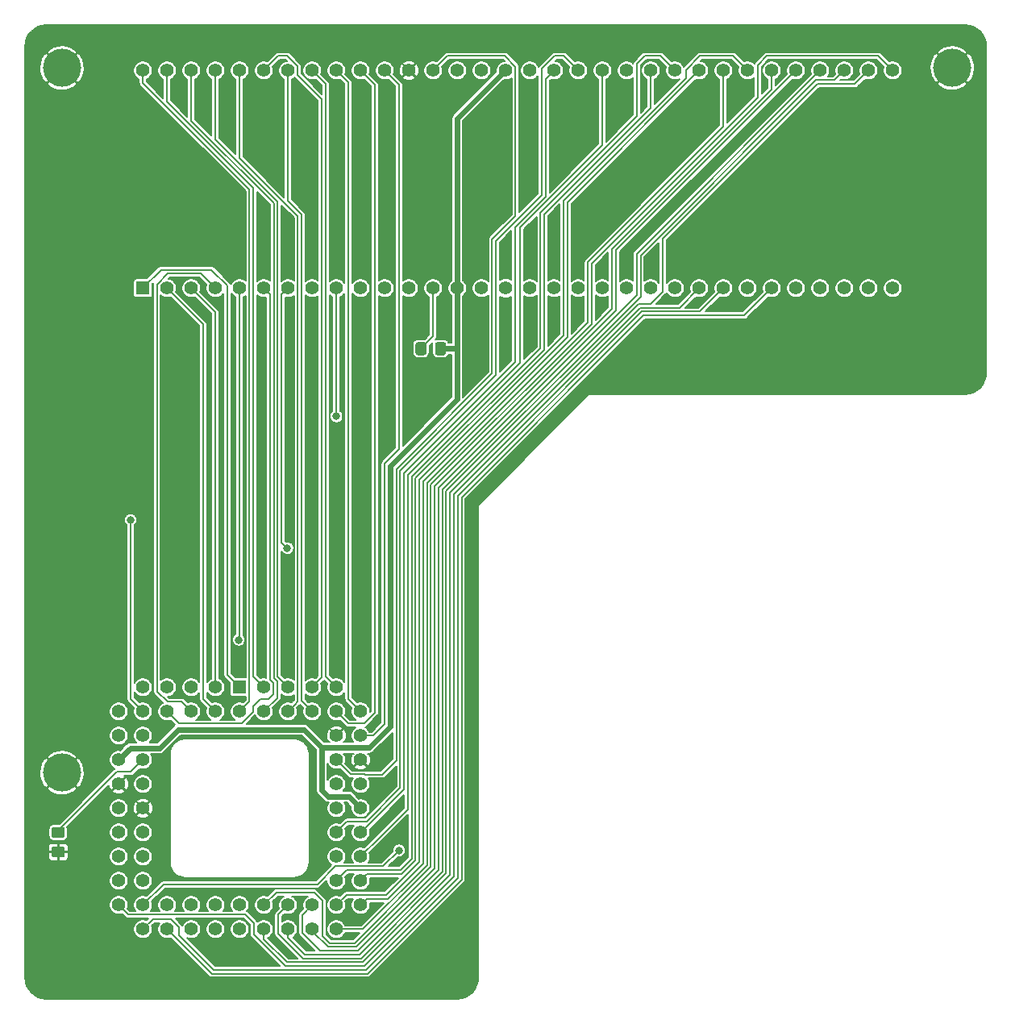
<source format=gbr>
%TF.GenerationSoftware,KiCad,Pcbnew,(5.1.6)-1*%
%TF.CreationDate,2020-11-29T15:27:34+00:00*%
%TF.ProjectId,A600 68k PLCC to DIP64,41363030-2036-4386-9b20-504c43432074,1*%
%TF.SameCoordinates,Original*%
%TF.FileFunction,Copper,L1,Top*%
%TF.FilePolarity,Positive*%
%FSLAX46Y46*%
G04 Gerber Fmt 4.6, Leading zero omitted, Abs format (unit mm)*
G04 Created by KiCad (PCBNEW (5.1.6)-1) date 2020-11-29 15:27:34*
%MOMM*%
%LPD*%
G01*
G04 APERTURE LIST*
%TA.AperFunction,ComponentPad*%
%ADD10C,1.422400*%
%TD*%
%TA.AperFunction,ComponentPad*%
%ADD11R,1.422400X1.422400*%
%TD*%
%TA.AperFunction,ComponentPad*%
%ADD12C,0.700000*%
%TD*%
%TA.AperFunction,ComponentPad*%
%ADD13C,4.000000*%
%TD*%
%TA.AperFunction,ViaPad*%
%ADD14C,0.600000*%
%TD*%
%TA.AperFunction,ViaPad*%
%ADD15C,0.800000*%
%TD*%
%TA.AperFunction,Conductor*%
%ADD16C,0.203200*%
%TD*%
%TA.AperFunction,Conductor*%
%ADD17C,0.609600*%
%TD*%
%TA.AperFunction,Conductor*%
%ADD18C,0.200000*%
%TD*%
G04 APERTURE END LIST*
D10*
%TO.P,U2,64*%
%TO.N,/d5*%
X119380000Y-46990000D03*
%TO.P,U2,32*%
%TO.N,/a4*%
X198120000Y-69850000D03*
%TO.P,U2,63*%
%TO.N,/d6*%
X121920000Y-46990000D03*
%TO.P,U2,31*%
%TO.N,/a3*%
X195580000Y-69850000D03*
%TO.P,U2,62*%
%TO.N,/d7*%
X124460000Y-46990000D03*
%TO.P,U2,30*%
%TO.N,/a2*%
X193040000Y-69850000D03*
%TO.P,U2,61*%
%TO.N,/d8*%
X127000000Y-46990000D03*
%TO.P,U2,29*%
%TO.N,/a1*%
X190500000Y-69850000D03*
%TO.P,U2,60*%
%TO.N,/d9*%
X129540000Y-46990000D03*
%TO.P,U2,28*%
%TO.N,/fc0*%
X187960000Y-69850000D03*
%TO.P,U2,59*%
%TO.N,/d10*%
X132080000Y-46990000D03*
%TO.P,U2,27*%
%TO.N,/fc1*%
X185420000Y-69850000D03*
%TO.P,U2,58*%
%TO.N,/d11*%
X134620000Y-46990000D03*
%TO.P,U2,26*%
%TO.N,/fc2*%
X182880000Y-69850000D03*
%TO.P,U2,57*%
%TO.N,/d12*%
X137160000Y-46990000D03*
%TO.P,U2,25*%
%TO.N,/~ipl0*%
X180340000Y-69850000D03*
%TO.P,U2,56*%
%TO.N,/d13*%
X139700000Y-46990000D03*
%TO.P,U2,24*%
%TO.N,/~ipl1*%
X177800000Y-69850000D03*
%TO.P,U2,55*%
%TO.N,/d14*%
X142240000Y-46990000D03*
%TO.P,U2,23*%
%TO.N,/~ipl2*%
X175260000Y-69850000D03*
%TO.P,U2,54*%
%TO.N,/d15*%
X144780000Y-46990000D03*
%TO.P,U2,22*%
%TO.N,/~berr*%
X172720000Y-69850000D03*
%TO.P,U2,53*%
%TO.N,GND*%
X147320000Y-46990000D03*
%TO.P,U2,21*%
%TO.N,Net-(R2-Pad2)*%
X170180000Y-69850000D03*
%TO.P,U2,52*%
%TO.N,/a23*%
X149860000Y-46990000D03*
%TO.P,U2,20*%
%TO.N,/e*%
X167640000Y-69850000D03*
%TO.P,U2,51*%
%TO.N,/a22*%
X152400000Y-46990000D03*
%TO.P,U2,19*%
%TO.N,/~vma*%
X165100000Y-69850000D03*
%TO.P,U2,50*%
%TO.N,/a21*%
X154940000Y-46990000D03*
%TO.P,U2,18*%
%TO.N,/~reset*%
X162560000Y-69850000D03*
%TO.P,U2,49*%
%TO.N,VCC*%
X157480000Y-46990000D03*
%TO.P,U2,17*%
%TO.N,/~halt*%
X160020000Y-69850000D03*
%TO.P,U2,48*%
%TO.N,/a20*%
X160020000Y-46990000D03*
%TO.P,U2,16*%
%TO.N,GND*%
X157480000Y-69850000D03*
%TO.P,U2,47*%
%TO.N,/a19*%
X162560000Y-46990000D03*
%TO.P,U2,15*%
%TO.N,/clk*%
X154940000Y-69850000D03*
%TO.P,U2,46*%
%TO.N,/a18*%
X165100000Y-46990000D03*
%TO.P,U2,14*%
%TO.N,VCC*%
X152400000Y-69850000D03*
%TO.P,U2,45*%
%TO.N,/a17*%
X167640000Y-46990000D03*
%TO.P,U2,13*%
%TO.N,Net-(R2-Pad2)*%
X149860000Y-69850000D03*
%TO.P,U2,44*%
%TO.N,/a16*%
X170180000Y-46990000D03*
%TO.P,U2,12*%
%TO.N,/~bgack*%
X147320000Y-69850000D03*
%TO.P,U2,43*%
%TO.N,/a15*%
X172720000Y-46990000D03*
%TO.P,U2,11*%
%TO.N,/~bg*%
X144780000Y-69850000D03*
%TO.P,U2,42*%
%TO.N,/a14*%
X175260000Y-46990000D03*
%TO.P,U2,10*%
%TO.N,/~dtack*%
X142240000Y-69850000D03*
%TO.P,U2,41*%
%TO.N,/a13*%
X177800000Y-46990000D03*
%TO.P,U2,9*%
%TO.N,/r~w*%
X139700000Y-69850000D03*
%TO.P,U2,40*%
%TO.N,/a12*%
X180340000Y-46990000D03*
%TO.P,U2,8*%
%TO.N,/~lds*%
X137160000Y-69850000D03*
%TO.P,U2,39*%
%TO.N,/a11*%
X182880000Y-46990000D03*
%TO.P,U2,7*%
%TO.N,/~uds*%
X134620000Y-69850000D03*
%TO.P,U2,38*%
%TO.N,/a10*%
X185420000Y-46990000D03*
%TO.P,U2,6*%
%TO.N,/~as*%
X132080000Y-69850000D03*
%TO.P,U2,37*%
%TO.N,/a9*%
X187960000Y-46990000D03*
%TO.P,U2,5*%
%TO.N,/d0*%
X129540000Y-69850000D03*
%TO.P,U2,36*%
%TO.N,/a8*%
X190500000Y-46990000D03*
%TO.P,U2,4*%
%TO.N,/d1*%
X127000000Y-69850000D03*
%TO.P,U2,35*%
%TO.N,/a7*%
X193040000Y-46990000D03*
%TO.P,U2,3*%
%TO.N,/d2*%
X124460000Y-69850000D03*
%TO.P,U2,34*%
%TO.N,/a6*%
X195580000Y-46990000D03*
%TO.P,U2,2*%
%TO.N,/d3*%
X121920000Y-69850000D03*
%TO.P,U2,33*%
%TO.N,/a5*%
X198120000Y-46990000D03*
D11*
%TO.P,U2,1*%
%TO.N,/d4*%
X119380000Y-69850000D03*
%TD*%
D12*
%TO.P,H3,1*%
%TO.N,GND*%
X203319000Y-45669000D03*
X202880000Y-46730000D03*
X203319000Y-47791000D03*
X204380000Y-48230000D03*
X205441000Y-47791000D03*
X205880000Y-46730000D03*
X205441000Y-45669000D03*
X204380000Y-45230000D03*
D13*
X204380000Y-46730000D03*
%TD*%
%TO.P,H2,1*%
%TO.N,GND*%
X110880000Y-46730000D03*
D12*
X112380000Y-46730000D03*
X111941000Y-47791000D03*
X110880000Y-48230000D03*
X109819000Y-47791000D03*
X109380000Y-46730000D03*
X109819000Y-45669000D03*
X110880000Y-45230000D03*
X111941000Y-45669000D03*
%TD*%
D13*
%TO.P,H1,1*%
%TO.N,GND*%
X110880000Y-120730000D03*
D12*
X112380000Y-120730000D03*
X111941000Y-121791000D03*
X110880000Y-122230000D03*
X109819000Y-121791000D03*
X109380000Y-120730000D03*
X109819000Y-119669000D03*
X110880000Y-119230000D03*
X111941000Y-119669000D03*
%TD*%
D10*
%TO.P,U1,60*%
%TO.N,/d13*%
X142240000Y-114300000D03*
%TO.P,U1,58*%
%TO.N,/d15*%
X142240000Y-116840000D03*
%TO.P,U1,56*%
%TO.N,GND*%
X142240000Y-119380000D03*
%TO.P,U1,54*%
%TO.N,/a22*%
X142240000Y-121920000D03*
%TO.P,U1,52*%
%TO.N,VCC*%
X142240000Y-124460000D03*
%TO.P,U1,50*%
%TO.N,/a19*%
X142240000Y-127000000D03*
%TO.P,U1,48*%
%TO.N,/a17*%
X142240000Y-129540000D03*
%TO.P,U1,46*%
%TO.N,/a15*%
X142240000Y-132080000D03*
%TO.P,U1,61*%
%TO.N,/d12*%
X139700000Y-111760000D03*
%TO.P,U1,59*%
%TO.N,/d14*%
X139700000Y-114300000D03*
%TO.P,U1,57*%
%TO.N,GND*%
X139700000Y-116840000D03*
%TO.P,U1,55*%
%TO.N,/a23*%
X139700000Y-119380000D03*
%TO.P,U1,53*%
%TO.N,/a21*%
X139700000Y-121920000D03*
%TO.P,U1,51*%
%TO.N,/a20*%
X139700000Y-124460000D03*
%TO.P,U1,49*%
%TO.N,/a18*%
X139700000Y-127000000D03*
%TO.P,U1,47*%
%TO.N,/a16*%
X139700000Y-129540000D03*
%TO.P,U1,45*%
%TO.N,/a14*%
X139700000Y-132080000D03*
%TO.P,U1,43*%
%TO.N,/a12*%
X139700000Y-137160000D03*
%TO.P,U1,41*%
%TO.N,/a10*%
X137160000Y-137160000D03*
%TO.P,U1,39*%
%TO.N,/a8*%
X134620000Y-137160000D03*
%TO.P,U1,37*%
%TO.N,/a6*%
X132080000Y-137160000D03*
%TO.P,U1,35*%
%TO.N,/a4*%
X129540000Y-137160000D03*
%TO.P,U1,33*%
%TO.N,/a2*%
X127000000Y-137160000D03*
%TO.P,U1,31*%
%TO.N,Net-(U1-Pad31)*%
X124460000Y-137160000D03*
%TO.P,U1,29*%
%TO.N,/fc1*%
X121920000Y-137160000D03*
%TO.P,U1,27*%
%TO.N,/~ipl0*%
X119380000Y-137160000D03*
%TO.P,U1,44*%
%TO.N,/a13*%
X142240000Y-134620000D03*
%TO.P,U1,42*%
%TO.N,/a11*%
X139700000Y-134620000D03*
%TO.P,U1,40*%
%TO.N,/a9*%
X137160000Y-134620000D03*
%TO.P,U1,38*%
%TO.N,/a7*%
X134620000Y-134620000D03*
%TO.P,U1,36*%
%TO.N,/a5*%
X132080000Y-134620000D03*
%TO.P,U1,34*%
%TO.N,/a3*%
X129540000Y-134620000D03*
%TO.P,U1,32*%
%TO.N,/a1*%
X127000000Y-134620000D03*
%TO.P,U1,30*%
%TO.N,/fc0*%
X124460000Y-134620000D03*
%TO.P,U1,28*%
%TO.N,/fc2*%
X121920000Y-134620000D03*
%TO.P,U1,26*%
%TO.N,/~ipl1*%
X116840000Y-134620000D03*
%TO.P,U1,24*%
%TO.N,/~berr*%
X116840000Y-132080000D03*
%TO.P,U1,22*%
%TO.N,/e*%
X116840000Y-129540000D03*
%TO.P,U1,20*%
%TO.N,/~reset*%
X116840000Y-127000000D03*
%TO.P,U1,18*%
%TO.N,Net-(U1-Pad18)*%
X116840000Y-124460000D03*
%TO.P,U1,16*%
%TO.N,GND*%
X116840000Y-121920000D03*
%TO.P,U1,14*%
%TO.N,VCC*%
X116840000Y-119380000D03*
%TO.P,U1,12*%
%TO.N,/~bgack*%
X116840000Y-116840000D03*
%TO.P,U1,10*%
%TO.N,/~dtack*%
X116840000Y-114300000D03*
%TO.P,U1,25*%
%TO.N,/~ipl2*%
X119380000Y-134620000D03*
%TO.P,U1,23*%
%TO.N,Net-(U1-Pad23)*%
X119380000Y-132080000D03*
%TO.P,U1,21*%
%TO.N,/~vma*%
X119380000Y-129540000D03*
%TO.P,U1,19*%
%TO.N,/~halt*%
X119380000Y-127000000D03*
%TO.P,U1,17*%
%TO.N,GND*%
X119380000Y-124460000D03*
%TO.P,U1,15*%
%TO.N,/clk*%
X119380000Y-121920000D03*
%TO.P,U1,13*%
%TO.N,Net-(R1-Pad1)*%
X119380000Y-119380000D03*
%TO.P,U1,11*%
%TO.N,/~bg*%
X119380000Y-116840000D03*
%TO.P,U1,63*%
%TO.N,/d10*%
X137160000Y-111760000D03*
%TO.P,U1,65*%
%TO.N,/d8*%
X134620000Y-111760000D03*
%TO.P,U1,67*%
%TO.N,/d6*%
X132080000Y-111760000D03*
%TO.P,U1,9*%
%TO.N,/r~w*%
X119380000Y-111760000D03*
%TO.P,U1,7*%
%TO.N,/~uds*%
X121920000Y-111760000D03*
%TO.P,U1,5*%
%TO.N,/d0*%
X124460000Y-111760000D03*
%TO.P,U1,3*%
%TO.N,/d2*%
X127000000Y-111760000D03*
D11*
%TO.P,U1,1*%
%TO.N,/d4*%
X129540000Y-111760000D03*
D10*
%TO.P,U1,62*%
%TO.N,/d11*%
X137160000Y-114300000D03*
%TO.P,U1,64*%
%TO.N,/d9*%
X134620000Y-114300000D03*
%TO.P,U1,66*%
%TO.N,/d7*%
X132080000Y-114300000D03*
%TO.P,U1,68*%
%TO.N,/d5*%
X129540000Y-114300000D03*
%TO.P,U1,8*%
%TO.N,/~lds*%
X119380000Y-114300000D03*
%TO.P,U1,6*%
%TO.N,/~as*%
X121920000Y-114300000D03*
%TO.P,U1,4*%
%TO.N,/d1*%
X124460000Y-114300000D03*
%TO.P,U1,2*%
%TO.N,/d3*%
X127000000Y-114300000D03*
%TD*%
%TO.P,R1,1*%
%TO.N,Net-(R1-Pad1)*%
%TA.AperFunction,SMDPad,CuDef*%
G36*
G01*
X110039999Y-126425000D02*
X110940001Y-126425000D01*
G75*
G02*
X111190000Y-126674999I0J-249999D01*
G01*
X111190000Y-127325001D01*
G75*
G02*
X110940001Y-127575000I-249999J0D01*
G01*
X110039999Y-127575000D01*
G75*
G02*
X109790000Y-127325001I0J249999D01*
G01*
X109790000Y-126674999D01*
G75*
G02*
X110039999Y-126425000I249999J0D01*
G01*
G37*
%TD.AperFunction*%
%TO.P,R1,2*%
%TO.N,GND*%
%TA.AperFunction,SMDPad,CuDef*%
G36*
G01*
X110039999Y-128475000D02*
X110940001Y-128475000D01*
G75*
G02*
X111190000Y-128724999I0J-249999D01*
G01*
X111190000Y-129375001D01*
G75*
G02*
X110940001Y-129625000I-249999J0D01*
G01*
X110039999Y-129625000D01*
G75*
G02*
X109790000Y-129375001I0J249999D01*
G01*
X109790000Y-128724999D01*
G75*
G02*
X110039999Y-128475000I249999J0D01*
G01*
G37*
%TD.AperFunction*%
%TD*%
%TO.P,R2,1*%
%TO.N,VCC*%
%TA.AperFunction,SMDPad,CuDef*%
G36*
G01*
X151215000Y-75749999D02*
X151215000Y-76650001D01*
G75*
G02*
X150965001Y-76900000I-249999J0D01*
G01*
X150314999Y-76900000D01*
G75*
G02*
X150065000Y-76650001I0J249999D01*
G01*
X150065000Y-75749999D01*
G75*
G02*
X150314999Y-75500000I249999J0D01*
G01*
X150965001Y-75500000D01*
G75*
G02*
X151215000Y-75749999I0J-249999D01*
G01*
G37*
%TD.AperFunction*%
%TO.P,R2,2*%
%TO.N,Net-(R2-Pad2)*%
%TA.AperFunction,SMDPad,CuDef*%
G36*
G01*
X149165000Y-75749999D02*
X149165000Y-76650001D01*
G75*
G02*
X148915001Y-76900000I-249999J0D01*
G01*
X148264999Y-76900000D01*
G75*
G02*
X148015000Y-76650001I0J249999D01*
G01*
X148015000Y-75749999D01*
G75*
G02*
X148264999Y-75500000I249999J0D01*
G01*
X148915001Y-75500000D01*
G75*
G02*
X149165000Y-75749999I0J-249999D01*
G01*
G37*
%TD.AperFunction*%
%TD*%
D14*
%TO.N,GND*%
X172339000Y-64135000D03*
X134620000Y-67056000D03*
X162560000Y-67056000D03*
X160020000Y-67056000D03*
X157480000Y-67056000D03*
X157480000Y-74676000D03*
X162560000Y-73660000D03*
X167640000Y-71755000D03*
X165354000Y-73152000D03*
X167894000Y-67056000D03*
X173990000Y-48514000D03*
X144018000Y-122936000D03*
X123698000Y-109728000D03*
X116205000Y-109728000D03*
X131826000Y-77724000D03*
X134747000Y-83439000D03*
X133985000Y-139065000D03*
X146431000Y-126746000D03*
X136588500Y-139065000D03*
X160655000Y-48514000D03*
X127635000Y-109728000D03*
X144018000Y-129413000D03*
X144018000Y-132334000D03*
X131826000Y-109728000D03*
X172720000Y-67056000D03*
X107995476Y-44170000D03*
X107995476Y-55370000D03*
X107995476Y-66570000D03*
X107995476Y-77770000D03*
X107995476Y-88970000D03*
X107995476Y-100170000D03*
X107995476Y-111370000D03*
X107995476Y-122570000D03*
X107995476Y-133770000D03*
X109595476Y-143370000D03*
X113595476Y-49770000D03*
X113595476Y-60970000D03*
X113595476Y-72170000D03*
X113595476Y-83370000D03*
X113595476Y-94570000D03*
X113595476Y-105770000D03*
X113595476Y-116970000D03*
X113595476Y-128170000D03*
X115195476Y-137770000D03*
X118395476Y-43370000D03*
X119195476Y-55370000D03*
X119195476Y-66570000D03*
X119195476Y-77770000D03*
X119195476Y-88970000D03*
X119195476Y-100170000D03*
X120795476Y-143370000D03*
X121595476Y-131370000D03*
X124795476Y-60970000D03*
X124795476Y-83370000D03*
X124795476Y-94570000D03*
X125595476Y-48970000D03*
X126395476Y-73770000D03*
X127995476Y-139370000D03*
X130395476Y-55370000D03*
X131195476Y-43370000D03*
X131995476Y-64970000D03*
X131995476Y-87370000D03*
X134395476Y-104970000D03*
X135195476Y-143370000D03*
X135995476Y-49770000D03*
X136795476Y-80970000D03*
X136795476Y-95370000D03*
X137595476Y-124170000D03*
X139995476Y-56970000D03*
X139995476Y-68170000D03*
X141595476Y-44170000D03*
X141595476Y-108970000D03*
X142395476Y-88970000D03*
X143995476Y-119370000D03*
X144795476Y-74570000D03*
X144795476Y-141770000D03*
X145595476Y-51370000D03*
X145595476Y-62570000D03*
X147995476Y-83370000D03*
X150395476Y-136170000D03*
X151195476Y-56970000D03*
X151995476Y-43370000D03*
X153595476Y-65770000D03*
X153595476Y-92970000D03*
X153595476Y-104170000D03*
X153595476Y-115370000D03*
X153595476Y-126570000D03*
X154395476Y-77770000D03*
X159195476Y-60170000D03*
X159995476Y-72170000D03*
X163195476Y-43370000D03*
X163995476Y-53770000D03*
X164795476Y-65770000D03*
X166395476Y-80170000D03*
X170395476Y-48970000D03*
X171195476Y-59370000D03*
X171995476Y-74570000D03*
X175195476Y-66570000D03*
X175995476Y-43370000D03*
X176795476Y-53770000D03*
X177595476Y-80170000D03*
X180795476Y-60970000D03*
X183195476Y-48970000D03*
X184795476Y-68170000D03*
X187195476Y-56170000D03*
X188795476Y-43370000D03*
X188795476Y-80170000D03*
X191195476Y-63370000D03*
X192795476Y-50570000D03*
X196795476Y-57770000D03*
X198395476Y-44970000D03*
X198395476Y-67370000D03*
X199995476Y-80170000D03*
X201930000Y-50800000D03*
X207010000Y-62865000D03*
X204795476Y-72170000D03*
X139700000Y-109728000D03*
X129540000Y-109728000D03*
X128905000Y-73770000D03*
X142240000Y-67056000D03*
D15*
%TO.N,/~ipl2*%
X146284292Y-128885296D03*
%TO.N,/r~w*%
X139700000Y-83312000D03*
%TO.N,/~uds*%
X134556500Y-97155001D03*
%TO.N,/d0*%
X129444753Y-106775253D03*
%TO.N,/~lds*%
X118091001Y-94189495D03*
%TD*%
D16*
%TO.N,Net-(R1-Pad1)*%
X110490000Y-127000000D02*
X110490000Y-126802700D01*
X110490000Y-126802700D02*
X116642700Y-120650000D01*
X116642700Y-120650000D02*
X118110000Y-120650000D01*
X118110000Y-120650000D02*
X119380000Y-119380000D01*
%TO.N,Net-(R2-Pad2)*%
X149860000Y-74930000D02*
X149860000Y-69850000D01*
X148590000Y-76200000D02*
X149860000Y-74930000D01*
D17*
%TO.N,VCC*%
X152400000Y-69850000D02*
X152400000Y-76200000D01*
X150640000Y-76200000D02*
X152400000Y-76200000D01*
X152400000Y-69850000D02*
X152400000Y-52070000D01*
X152400000Y-52070000D02*
X157480000Y-46990000D01*
X118056000Y-118164000D02*
X116840000Y-119380000D01*
X121152000Y-118164000D02*
X118056000Y-118164000D01*
X136271000Y-116205000D02*
X123111000Y-116205000D01*
X141023999Y-123243999D02*
X138864999Y-123243999D01*
X138176000Y-122555000D02*
X138176000Y-118110000D01*
X142240000Y-124460000D02*
X141023999Y-123243999D01*
X123111000Y-116205000D02*
X121152000Y-118164000D01*
X138864999Y-123243999D02*
X138176000Y-122555000D01*
X138176000Y-118110000D02*
X136271000Y-116205000D01*
X145386411Y-115859283D02*
X145386411Y-88547589D01*
X145386411Y-88547589D02*
X152400000Y-81534000D01*
X143135694Y-118110000D02*
X145386411Y-115859283D01*
X138176000Y-118110000D02*
X143135694Y-118110000D01*
X152400000Y-81534000D02*
X152400000Y-76200000D01*
D16*
%TO.N,/d13*%
X140970000Y-113030000D02*
X142240000Y-114300000D01*
X139700000Y-46990000D02*
X140970000Y-48260000D01*
X140970000Y-48260000D02*
X140970000Y-113030000D01*
%TO.N,/d15*%
X144780000Y-88265000D02*
X144780000Y-115608100D01*
X146304000Y-86741000D02*
X144780000Y-88265000D01*
X144780000Y-46990000D02*
X146304000Y-48514000D01*
X144780000Y-115608100D02*
X143548100Y-116840000D01*
X146304000Y-48514000D02*
X146304000Y-86741000D01*
X143548100Y-116840000D02*
X142240000Y-116840000D01*
%TO.N,/a19*%
X142303500Y-127000000D02*
X142240000Y-127000000D01*
X158496000Y-77594452D02*
X146799238Y-89291214D01*
X158496000Y-63435226D02*
X158496000Y-77594452D01*
X161693211Y-60238015D02*
X158496000Y-63435226D01*
X146799238Y-122504262D02*
X142303500Y-127000000D01*
X162560000Y-46990000D02*
X161693211Y-47856789D01*
X161693211Y-47856789D02*
X161693211Y-60238015D01*
X146799238Y-89291214D02*
X146799238Y-122504262D01*
%TO.N,/a17*%
X144227769Y-127552231D02*
X142240000Y-129540000D01*
X147202449Y-124577551D02*
X144227769Y-127552231D01*
X167640000Y-54861452D02*
X159004000Y-63497452D01*
X167640000Y-46990000D02*
X167640000Y-54861452D01*
X159004000Y-63497452D02*
X159004000Y-77696294D01*
X159004000Y-77696294D02*
X147202449Y-89497845D01*
X147202449Y-89497845D02*
X147202449Y-124577551D01*
%TO.N,/a15*%
X142938500Y-131381500D02*
X142240000Y-132080000D01*
X146566915Y-131381500D02*
X142938500Y-131381500D01*
X148008871Y-129939544D02*
X146566915Y-131381500D01*
X161547199Y-76293547D02*
X148008871Y-89831875D01*
X172720000Y-50919356D02*
X168446420Y-55192936D01*
X168446420Y-55192936D02*
X168446419Y-55195485D01*
X148008871Y-89831875D02*
X148008871Y-129939544D01*
X168446419Y-55195485D02*
X161547200Y-62094704D01*
X172720000Y-46990000D02*
X172720000Y-50919356D01*
X161547200Y-62094704D02*
X161547199Y-76293547D01*
%TO.N,/d12*%
X138595100Y-110655100D02*
X139700000Y-111760000D01*
X138600287Y-59825785D02*
X138595100Y-59830972D01*
X138595100Y-48425100D02*
X138595100Y-58909028D01*
X138595100Y-58909028D02*
X138600288Y-58914216D01*
X138600288Y-58914216D02*
X138600287Y-59825785D01*
X138595100Y-59830972D02*
X138595100Y-110655100D01*
X137160000Y-46990000D02*
X138595100Y-48425100D01*
%TO.N,/d14*%
X142240000Y-46990000D02*
X143764000Y-48514000D01*
X143764000Y-101092000D02*
X143764000Y-101346000D01*
X143764000Y-48514000D02*
X143764000Y-101092000D01*
X140970000Y-115570000D02*
X142621000Y-115570000D01*
X139700000Y-114300000D02*
X140970000Y-115570000D01*
X142621000Y-115570000D02*
X143764000Y-114427000D01*
X143764000Y-114427000D02*
X143764000Y-101092000D01*
%TO.N,/a23*%
X142735646Y-120916700D02*
X144513300Y-120916700D01*
X144513300Y-120916700D02*
X145992816Y-119437184D01*
X157405100Y-45466000D02*
X151384000Y-45466000D01*
X141227199Y-120907199D02*
X142726145Y-120907199D01*
X151384000Y-45466000D02*
X149860000Y-46990000D01*
X145992816Y-119437184D02*
X145992816Y-88872515D01*
X156063988Y-64725512D02*
X158519600Y-62269900D01*
X142726145Y-120907199D02*
X142735646Y-120916700D01*
X158519600Y-46580500D02*
X157405100Y-45466000D01*
X145992816Y-88872515D02*
X156063988Y-78801343D01*
X158519600Y-62269900D02*
X158519600Y-46580500D01*
X156063988Y-78801343D02*
X156063988Y-64725512D01*
X139700000Y-119380000D02*
X141227199Y-120907199D01*
%TO.N,/a18*%
X163576000Y-45466000D02*
X165100000Y-46990000D01*
X146396027Y-89070603D02*
X156467199Y-78999431D01*
X139700000Y-127000000D02*
X140823400Y-125876600D01*
X156467199Y-78999431D02*
X156467199Y-64893801D01*
X140823400Y-125876600D02*
X142856674Y-125876600D01*
X142856674Y-125876600D02*
X146396027Y-122337247D01*
X146396027Y-122337247D02*
X146396027Y-89070603D01*
X156467199Y-64893801D02*
X161290000Y-60071000D01*
X161290000Y-60071000D02*
X161290000Y-46819500D01*
X161290000Y-46819500D02*
X162643500Y-45466000D01*
X162643500Y-45466000D02*
X163576000Y-45466000D01*
%TO.N,/a14*%
X146422176Y-130956012D02*
X140823988Y-130956012D01*
X175260000Y-46990000D02*
X173736000Y-45466000D01*
X172085000Y-45466000D02*
X171259500Y-46291500D01*
X171259500Y-51809630D02*
X168043209Y-55025921D01*
X140823988Y-130956012D02*
X139700000Y-132080000D01*
X173736000Y-45466000D02*
X172085000Y-45466000D01*
X168043209Y-55025921D02*
X168043209Y-55028469D01*
X161143989Y-76126531D02*
X147605660Y-89664860D01*
X171259500Y-46291500D02*
X171259500Y-51809630D01*
X168043209Y-55028469D02*
X161143989Y-61927689D01*
X147605660Y-129772528D02*
X146422176Y-130956012D01*
X161143989Y-61927689D02*
X161143989Y-76126531D01*
X147605660Y-89664860D02*
X147605660Y-129772528D01*
%TO.N,/a12*%
X142499092Y-137160000D02*
X139700000Y-137160000D01*
X149218504Y-130440589D02*
X142499092Y-137160000D01*
X149218504Y-90332919D02*
X149218504Y-130440589D01*
X166113200Y-73438223D02*
X149218504Y-90332919D01*
X166113200Y-67122300D02*
X166113200Y-73438223D01*
X180340000Y-46990000D02*
X180340000Y-52895500D01*
X180340000Y-52895500D02*
X166113200Y-67122300D01*
%TO.N,/a10*%
X168653100Y-65722852D02*
X185420000Y-48955952D01*
X185420000Y-48955952D02*
X185420000Y-46990000D01*
X137160000Y-137160000D02*
X137160000Y-137349226D01*
X150024931Y-90666943D02*
X168653100Y-72038774D01*
X168653100Y-72038774D02*
X168653100Y-65722852D01*
X141775834Y-139023711D02*
X150024931Y-130774614D01*
X138834485Y-139023711D02*
X141775834Y-139023711D01*
X137160000Y-137349226D02*
X138834485Y-139023711D01*
X150024931Y-130774614D02*
X150024931Y-90666943D01*
%TO.N,/a8*%
X150831353Y-131108644D02*
X150831353Y-91000973D01*
X136401131Y-139830131D02*
X142109866Y-139830131D01*
X142109866Y-139830131D02*
X150831353Y-131108644D01*
X171247900Y-66242100D02*
X190500000Y-46990000D01*
X134620000Y-137160000D02*
X134620000Y-138049000D01*
X134620000Y-138049000D02*
X136401131Y-139830131D01*
X171247900Y-70584426D02*
X171247900Y-66242100D01*
X150831353Y-91000973D02*
X171247900Y-70584426D01*
%TO.N,/a6*%
X173990000Y-64640452D02*
X190224440Y-48406012D01*
X132080000Y-137160000D02*
X132080000Y-138201400D01*
X172720000Y-71501000D02*
X173990000Y-70231000D01*
X171471778Y-71501000D02*
X172720000Y-71501000D01*
X132080000Y-138201400D02*
X134515151Y-140636551D01*
X134515151Y-140636551D02*
X142443898Y-140636551D01*
X142443898Y-140636551D02*
X151637775Y-131442674D01*
X151637775Y-131442674D02*
X151637775Y-91335003D01*
X151637775Y-91335003D02*
X171471778Y-71501000D01*
X194163989Y-48406011D02*
X195580000Y-46990000D01*
X173990000Y-70231000D02*
X173990000Y-64640452D01*
X190224440Y-48406012D02*
X194163989Y-48406011D01*
%TO.N,/fc1*%
X121920000Y-137160000D02*
X126606181Y-141846181D01*
X142944944Y-141846181D02*
X152847408Y-131943719D01*
X152847408Y-91836048D02*
X171972823Y-72710633D01*
X152847408Y-131943719D02*
X152847408Y-91836048D01*
X182559367Y-72710633D02*
X185420000Y-69850000D01*
X171972823Y-72710633D02*
X182559367Y-72710633D01*
X126606181Y-141846181D02*
X142944944Y-141846181D01*
%TO.N,/~ipl0*%
X122317600Y-136101000D02*
X123190000Y-136973400D01*
X123190000Y-136973400D02*
X123190000Y-137834374D01*
X142777928Y-141442971D02*
X152444197Y-131776704D01*
X119380000Y-137160000D02*
X120439000Y-136101000D01*
X120439000Y-136101000D02*
X122317600Y-136101000D01*
X123190000Y-137834374D02*
X126798597Y-141442971D01*
X177882578Y-72307422D02*
X180340000Y-69850000D01*
X126798597Y-141442971D02*
X142777928Y-141442971D01*
X171805808Y-72307422D02*
X177882578Y-72307422D01*
X152444197Y-91669033D02*
X171805808Y-72307422D01*
X152444197Y-131776704D02*
X152444197Y-91669033D01*
%TO.N,/a13*%
X142875000Y-133985000D02*
X142240000Y-134620000D01*
X145103867Y-133985000D02*
X142875000Y-133985000D01*
X163979211Y-60810789D02*
X163979210Y-75001988D01*
X148815291Y-130273576D02*
X145103867Y-133985000D01*
X177800000Y-46990000D02*
X163979211Y-60810789D01*
X163979210Y-75001988D02*
X148815293Y-90165905D01*
X148815293Y-90165905D02*
X148815291Y-130273576D01*
%TO.N,/a11*%
X144940041Y-133578600D02*
X140741400Y-133578600D01*
X176403000Y-47806582D02*
X168849631Y-55359951D01*
X148412082Y-89998890D02*
X148412081Y-130106560D01*
X177890600Y-45466000D02*
X176403000Y-46953600D01*
X163576000Y-60636130D02*
X163576000Y-74834972D01*
X176403000Y-46953600D02*
X176403000Y-47806582D01*
X182880000Y-46990000D02*
X181356000Y-45466000D01*
X181356000Y-45466000D02*
X177890600Y-45466000D01*
X140741400Y-133578600D02*
X139700000Y-134620000D01*
X168849631Y-55359951D02*
X168849630Y-55362500D01*
X148412081Y-130106560D02*
X144940041Y-133578600D01*
X168849630Y-55362500D02*
X163576000Y-60636130D01*
X163576000Y-74834972D02*
X148412082Y-89998890D01*
%TO.N,/a9*%
X137976521Y-139426921D02*
X141942850Y-139426921D01*
X137160000Y-134620000D02*
X136133400Y-135646600D01*
X169073000Y-65877000D02*
X187960000Y-46990000D01*
X136133400Y-135646600D02*
X136133400Y-137583800D01*
X150428142Y-130941629D02*
X150428142Y-90833958D01*
X136133400Y-137583800D02*
X137976521Y-139426921D01*
X141942850Y-139426921D02*
X150428142Y-130941629D01*
X169073000Y-72189100D02*
X169073000Y-65877000D01*
X150428142Y-90833958D02*
X169073000Y-72189100D01*
%TO.N,/a7*%
X192027199Y-48002801D02*
X193040000Y-46990000D01*
X190057425Y-48002801D02*
X192027199Y-48002801D01*
X171651500Y-66408726D02*
X190057425Y-48002801D01*
X151234564Y-131275659D02*
X151234564Y-91167988D01*
X151234564Y-91167988D02*
X171651500Y-70751052D01*
X134620000Y-134620000D02*
X133599400Y-135640600D01*
X133599400Y-135640600D02*
X133599400Y-137636726D01*
X171651500Y-70751052D02*
X171651500Y-66408726D01*
X142276882Y-140233341D02*
X151234564Y-131275659D01*
X133599400Y-137636726D02*
X136196015Y-140233341D01*
X136196015Y-140233341D02*
X142276882Y-140233341D01*
%TO.N,/a5*%
X138239500Y-137858500D02*
X138239500Y-134183000D01*
X139001500Y-138620500D02*
X138239500Y-137858500D01*
X166516800Y-73604848D02*
X149621715Y-90499934D01*
X166516800Y-67288926D02*
X166516800Y-73604848D01*
X183959500Y-49846226D02*
X166516800Y-67288926D01*
X183959500Y-46418500D02*
X183959500Y-49846226D01*
X184912000Y-45466000D02*
X183959500Y-46418500D01*
X196596000Y-45466000D02*
X184912000Y-45466000D01*
X198120000Y-46990000D02*
X196596000Y-45466000D01*
X133400800Y-133299200D02*
X132080000Y-134620000D01*
X138239500Y-134183000D02*
X137355700Y-133299200D01*
X149621715Y-90499934D02*
X149621714Y-130607605D01*
X149621714Y-130607605D02*
X141608819Y-138620500D01*
X141608819Y-138620500D02*
X139001500Y-138620500D01*
X137355700Y-133299200D02*
X133400800Y-133299200D01*
%TO.N,/~ipl1*%
X152040986Y-91502018D02*
X152040986Y-131609689D01*
X131025900Y-136525000D02*
X130134100Y-135633200D01*
X131025900Y-137717526D02*
X131025900Y-136525000D01*
X177800000Y-69850000D02*
X175745789Y-71904211D01*
X171638793Y-71904211D02*
X152040986Y-91502018D01*
X134348135Y-141039761D02*
X131025900Y-137717526D01*
X130134100Y-135633200D02*
X117853200Y-135633200D01*
X152040986Y-131609689D02*
X142610912Y-141039761D01*
X117853200Y-135633200D02*
X116840000Y-134620000D01*
X142610912Y-141039761D02*
X134348135Y-141039761D01*
X175745789Y-71904211D02*
X171638793Y-71904211D01*
%TO.N,/~ipl2*%
X137713000Y-132461000D02*
X139621199Y-130552801D01*
X144616787Y-130552801D02*
X146284292Y-128885296D01*
X139621199Y-130552801D02*
X144616787Y-130552801D01*
X146284292Y-128885304D02*
X146284292Y-128885296D01*
X119380000Y-134620000D02*
X121539000Y-132461000D01*
X121539000Y-132461000D02*
X137713000Y-132461000D01*
%TO.N,/d10*%
X135636000Y-46567500D02*
X135636000Y-47498000D01*
X134534500Y-45466000D02*
X135636000Y-46567500D01*
X132080000Y-46990000D02*
X133604000Y-45466000D01*
X138172801Y-50034801D02*
X138172801Y-110747199D01*
X135636000Y-47498000D02*
X138172801Y-50034801D01*
X133604000Y-45466000D02*
X134534500Y-45466000D01*
X138172801Y-110747199D02*
X137160000Y-111760000D01*
%TO.N,/d8*%
X134620000Y-111696500D02*
X134620000Y-111760000D01*
X133535111Y-60761563D02*
X133535111Y-110611611D01*
X127000000Y-54226452D02*
X133535111Y-60761563D01*
X133535111Y-110611611D02*
X134620000Y-111696500D01*
X127000000Y-46990000D02*
X127000000Y-54226452D01*
%TO.N,/d6*%
X130965500Y-59332404D02*
X121920000Y-50286904D01*
X121920000Y-47995788D02*
X121920000Y-46990000D01*
X132080000Y-111760000D02*
X130965500Y-110645500D01*
X121920000Y-50286904D02*
X121920000Y-47995788D01*
X130965500Y-110645500D02*
X130965500Y-59332404D01*
%TO.N,/r~w*%
X139700000Y-69850000D02*
X139700000Y-83312000D01*
%TO.N,/~uds*%
X133938322Y-70531678D02*
X133938322Y-96536823D01*
X133938322Y-96536823D02*
X134556500Y-97155001D01*
X134620000Y-69850000D02*
X133938322Y-70531678D01*
%TO.N,/d0*%
X129540000Y-106680006D02*
X129444753Y-106775253D01*
X129540000Y-69850000D02*
X129540000Y-106680006D01*
%TO.N,/d2*%
X127000000Y-111760000D02*
X127000000Y-72390000D01*
X127000000Y-72390000D02*
X124460000Y-69850000D01*
%TO.N,/d4*%
X128270000Y-110490000D02*
X128270000Y-69599600D01*
X129540000Y-111760000D02*
X128270000Y-110490000D01*
X128270000Y-69599600D02*
X126593189Y-67922789D01*
X126593189Y-67922789D02*
X121307211Y-67922789D01*
X121307211Y-67922789D02*
X119380000Y-69850000D01*
%TO.N,/d11*%
X136448801Y-113588801D02*
X137160000Y-114300000D01*
X136061411Y-113201411D02*
X136448801Y-113588801D01*
X134620000Y-60706000D02*
X136061411Y-62147411D01*
X136061411Y-62147411D02*
X136061411Y-113201411D01*
X134620000Y-46990000D02*
X134620000Y-60706000D01*
%TO.N,/d9*%
X135331199Y-113588801D02*
X134620000Y-114300000D01*
X129540000Y-46990000D02*
X129540000Y-56196226D01*
X135658200Y-62314426D02*
X135658200Y-113261800D01*
X129540000Y-56196226D02*
X135658200Y-62314426D01*
X135658200Y-113261800D02*
X135331199Y-113588801D01*
%TO.N,/d7*%
X133499210Y-111145936D02*
X133131900Y-110778626D01*
X133499210Y-112880790D02*
X133499210Y-111145936D01*
X133131900Y-110778626D02*
X133131900Y-60928578D01*
X133131900Y-60928578D02*
X124460000Y-52256678D01*
X132080000Y-114300000D02*
X133499210Y-112880790D01*
X124460000Y-52256678D02*
X124460000Y-46990000D01*
%TO.N,/d5*%
X119380000Y-47995788D02*
X119380000Y-46990000D01*
X119380000Y-48317130D02*
X119380000Y-47995788D01*
X130561900Y-59499030D02*
X119380000Y-48317130D01*
X129540000Y-114300000D02*
X130561900Y-113278100D01*
X130561900Y-113278100D02*
X130561900Y-59499030D01*
%TO.N,/~lds*%
X118091001Y-113011001D02*
X118091001Y-94189499D01*
X119380000Y-114300000D02*
X118091001Y-113011001D01*
%TO.N,/~as*%
X132588000Y-113030000D02*
X133092801Y-112525199D01*
X131699000Y-113030000D02*
X132588000Y-113030000D01*
X133092801Y-111309753D02*
X132715000Y-110931952D01*
X132715000Y-70485000D02*
X132080000Y-69850000D01*
X132715000Y-110931952D02*
X132715000Y-70485000D01*
X121920000Y-114300000D02*
X123190000Y-115570000D01*
X129735300Y-115570000D02*
X130965700Y-114339600D01*
X130965700Y-113763300D02*
X131699000Y-113030000D01*
X133092801Y-112525199D02*
X133092801Y-111309753D01*
X130965700Y-114339600D02*
X130965700Y-113763300D01*
X123190000Y-115570000D02*
X129735300Y-115570000D01*
%TO.N,/d1*%
X127000000Y-69850000D02*
X125476000Y-68326000D01*
X120858000Y-112196946D02*
X121948253Y-113287199D01*
X120858000Y-69456400D02*
X120858000Y-112196946D01*
X121988400Y-68326000D02*
X120858000Y-69456400D01*
X125476000Y-68326000D02*
X121988400Y-68326000D01*
X123447199Y-113287199D02*
X124460000Y-114300000D01*
X121948253Y-113287199D02*
X123447199Y-113287199D01*
%TO.N,/d3*%
X127000000Y-114300000D02*
X125730000Y-113030000D01*
X125730000Y-113030000D02*
X125730000Y-73660000D01*
X125730000Y-73660000D02*
X121920000Y-69850000D01*
%TD*%
D18*
%TO.N,GND*%
G36*
X206169926Y-42278713D02*
G01*
X206583478Y-42403572D01*
X206964900Y-42606378D01*
X207299667Y-42879406D01*
X207575024Y-43212256D01*
X207780491Y-43592260D01*
X207908232Y-44004923D01*
X207954998Y-44449871D01*
X207955000Y-44450564D01*
X207955001Y-78724093D01*
X207911287Y-79169925D01*
X207786428Y-79583478D01*
X207583624Y-79964898D01*
X207310593Y-80299667D01*
X206977743Y-80575024D01*
X206597744Y-80780489D01*
X206185078Y-80908232D01*
X205740129Y-80954998D01*
X205739436Y-80955000D01*
X166385952Y-80955000D01*
X166369999Y-80953429D01*
X166354046Y-80955000D01*
X166354039Y-80955000D01*
X166312362Y-80959105D01*
X166306288Y-80959703D01*
X166263991Y-80972534D01*
X166245026Y-80978287D01*
X166188566Y-81008465D01*
X166139079Y-81049079D01*
X166128904Y-81061477D01*
X154721483Y-92468899D01*
X154709079Y-92479079D01*
X154668465Y-92528567D01*
X154638287Y-92585027D01*
X154619703Y-92646290D01*
X154615000Y-92694040D01*
X154615000Y-92694047D01*
X154613429Y-92710000D01*
X154615000Y-92725953D01*
X154615001Y-142224093D01*
X154571287Y-142669925D01*
X154446428Y-143083478D01*
X154243624Y-143464898D01*
X153970593Y-143799667D01*
X153637743Y-144075024D01*
X153257744Y-144280489D01*
X152845078Y-144408232D01*
X152400129Y-144454998D01*
X152399436Y-144455000D01*
X109235897Y-144455000D01*
X108790075Y-144411287D01*
X108376522Y-144286428D01*
X107995102Y-144083624D01*
X107660333Y-143810593D01*
X107384976Y-143477743D01*
X107179511Y-143097744D01*
X107051768Y-142685078D01*
X107005002Y-142240129D01*
X107005000Y-142239436D01*
X107005000Y-131980405D01*
X115828800Y-131980405D01*
X115828800Y-132179595D01*
X115867660Y-132374956D01*
X115943886Y-132558983D01*
X116054549Y-132724603D01*
X116195397Y-132865451D01*
X116361017Y-132976114D01*
X116545044Y-133052340D01*
X116740405Y-133091200D01*
X116939595Y-133091200D01*
X117134956Y-133052340D01*
X117318983Y-132976114D01*
X117484603Y-132865451D01*
X117625451Y-132724603D01*
X117736114Y-132558983D01*
X117812340Y-132374956D01*
X117851200Y-132179595D01*
X117851200Y-131980405D01*
X118368800Y-131980405D01*
X118368800Y-132179595D01*
X118407660Y-132374956D01*
X118483886Y-132558983D01*
X118594549Y-132724603D01*
X118735397Y-132865451D01*
X118901017Y-132976114D01*
X119085044Y-133052340D01*
X119280405Y-133091200D01*
X119479595Y-133091200D01*
X119674956Y-133052340D01*
X119858983Y-132976114D01*
X120024603Y-132865451D01*
X120165451Y-132724603D01*
X120276114Y-132558983D01*
X120352340Y-132374956D01*
X120391200Y-132179595D01*
X120391200Y-131980405D01*
X120352340Y-131785044D01*
X120276114Y-131601017D01*
X120165451Y-131435397D01*
X120024603Y-131294549D01*
X119858983Y-131183886D01*
X119674956Y-131107660D01*
X119479595Y-131068800D01*
X119280405Y-131068800D01*
X119085044Y-131107660D01*
X118901017Y-131183886D01*
X118735397Y-131294549D01*
X118594549Y-131435397D01*
X118483886Y-131601017D01*
X118407660Y-131785044D01*
X118368800Y-131980405D01*
X117851200Y-131980405D01*
X117812340Y-131785044D01*
X117736114Y-131601017D01*
X117625451Y-131435397D01*
X117484603Y-131294549D01*
X117318983Y-131183886D01*
X117134956Y-131107660D01*
X116939595Y-131068800D01*
X116740405Y-131068800D01*
X116545044Y-131107660D01*
X116361017Y-131183886D01*
X116195397Y-131294549D01*
X116054549Y-131435397D01*
X115943886Y-131601017D01*
X115867660Y-131785044D01*
X115828800Y-131980405D01*
X107005000Y-131980405D01*
X107005000Y-129625000D01*
X109434287Y-129625000D01*
X109441122Y-129694396D01*
X109461364Y-129761125D01*
X109494235Y-129822624D01*
X109538473Y-129876527D01*
X109592376Y-129920765D01*
X109653875Y-129953636D01*
X109720604Y-129973878D01*
X109790000Y-129980713D01*
X110374500Y-129979000D01*
X110463000Y-129890500D01*
X110463000Y-129077000D01*
X110517000Y-129077000D01*
X110517000Y-129890500D01*
X110605500Y-129979000D01*
X111190000Y-129980713D01*
X111259396Y-129973878D01*
X111326125Y-129953636D01*
X111387624Y-129920765D01*
X111441527Y-129876527D01*
X111485765Y-129822624D01*
X111518636Y-129761125D01*
X111538878Y-129694396D01*
X111545713Y-129625000D01*
X111545025Y-129440405D01*
X115828800Y-129440405D01*
X115828800Y-129639595D01*
X115867660Y-129834956D01*
X115943886Y-130018983D01*
X116054549Y-130184603D01*
X116195397Y-130325451D01*
X116361017Y-130436114D01*
X116545044Y-130512340D01*
X116740405Y-130551200D01*
X116939595Y-130551200D01*
X117134956Y-130512340D01*
X117318983Y-130436114D01*
X117484603Y-130325451D01*
X117625451Y-130184603D01*
X117736114Y-130018983D01*
X117812340Y-129834956D01*
X117851200Y-129639595D01*
X117851200Y-129440405D01*
X118368800Y-129440405D01*
X118368800Y-129639595D01*
X118407660Y-129834956D01*
X118483886Y-130018983D01*
X118594549Y-130184603D01*
X118735397Y-130325451D01*
X118901017Y-130436114D01*
X119085044Y-130512340D01*
X119280405Y-130551200D01*
X119479595Y-130551200D01*
X119674956Y-130512340D01*
X119858983Y-130436114D01*
X120024603Y-130325451D01*
X120159094Y-130190960D01*
X122230000Y-130190960D01*
X122231424Y-130205419D01*
X122231369Y-130213321D01*
X122231811Y-130217837D01*
X122257719Y-130464340D01*
X122263642Y-130493195D01*
X122269162Y-130522130D01*
X122270474Y-130526475D01*
X122343769Y-130763251D01*
X122355183Y-130790403D01*
X122366218Y-130817715D01*
X122368348Y-130821722D01*
X122486236Y-131039752D01*
X122502709Y-131064174D01*
X122518838Y-131088821D01*
X122521706Y-131092338D01*
X122679698Y-131283318D01*
X122700608Y-131304082D01*
X122721209Y-131325119D01*
X122724705Y-131328012D01*
X122916783Y-131484667D01*
X122941313Y-131500964D01*
X122965624Y-131517610D01*
X122969615Y-131519768D01*
X123188463Y-131636131D01*
X123215705Y-131647359D01*
X123242770Y-131658959D01*
X123247105Y-131660302D01*
X123484386Y-131731942D01*
X123513284Y-131737664D01*
X123542094Y-131743787D01*
X123546608Y-131744262D01*
X123793286Y-131768449D01*
X123793292Y-131768449D01*
X123809039Y-131770000D01*
X135270961Y-131770000D01*
X135285420Y-131768576D01*
X135293321Y-131768631D01*
X135297837Y-131768189D01*
X135544340Y-131742281D01*
X135573195Y-131736358D01*
X135602130Y-131730838D01*
X135606475Y-131729526D01*
X135843251Y-131656231D01*
X135870403Y-131644817D01*
X135897715Y-131633782D01*
X135901722Y-131631652D01*
X136119752Y-131513764D01*
X136144174Y-131497291D01*
X136168821Y-131481162D01*
X136172338Y-131478294D01*
X136363318Y-131320302D01*
X136384082Y-131299392D01*
X136405119Y-131278791D01*
X136408012Y-131275295D01*
X136564667Y-131083217D01*
X136580964Y-131058687D01*
X136597610Y-131034376D01*
X136599768Y-131030385D01*
X136716131Y-130811537D01*
X136727359Y-130784295D01*
X136738959Y-130757230D01*
X136740302Y-130752895D01*
X136811942Y-130515614D01*
X136817664Y-130486716D01*
X136823787Y-130457906D01*
X136824262Y-130453392D01*
X136848449Y-130206714D01*
X136848449Y-130206708D01*
X136850000Y-130190961D01*
X136850000Y-118729039D01*
X136848576Y-118714580D01*
X136848631Y-118706680D01*
X136848189Y-118702163D01*
X136822281Y-118455660D01*
X136816359Y-118426812D01*
X136810838Y-118397870D01*
X136809526Y-118393525D01*
X136736231Y-118156749D01*
X136724823Y-118129610D01*
X136713782Y-118102284D01*
X136711652Y-118098277D01*
X136593764Y-117880248D01*
X136577291Y-117855826D01*
X136561162Y-117831179D01*
X136558294Y-117827662D01*
X136400301Y-117636682D01*
X136379410Y-117615936D01*
X136358791Y-117594881D01*
X136355294Y-117591988D01*
X136163217Y-117435333D01*
X136138665Y-117419021D01*
X136114376Y-117402390D01*
X136110389Y-117400235D01*
X136110385Y-117400232D01*
X136110381Y-117400230D01*
X135891537Y-117283869D01*
X135864266Y-117272629D01*
X135837230Y-117261041D01*
X135832895Y-117259698D01*
X135595614Y-117188058D01*
X135566716Y-117182336D01*
X135537906Y-117176213D01*
X135533393Y-117175738D01*
X135286714Y-117151551D01*
X135286708Y-117151551D01*
X135270961Y-117150000D01*
X123809039Y-117150000D01*
X123794580Y-117151424D01*
X123786680Y-117151369D01*
X123782163Y-117151811D01*
X123535660Y-117177719D01*
X123506812Y-117183641D01*
X123477870Y-117189162D01*
X123473525Y-117190474D01*
X123236749Y-117263769D01*
X123209610Y-117275177D01*
X123182284Y-117286218D01*
X123178277Y-117288348D01*
X122960248Y-117406236D01*
X122935826Y-117422709D01*
X122911179Y-117438838D01*
X122907662Y-117441706D01*
X122716682Y-117599699D01*
X122695936Y-117620590D01*
X122674881Y-117641209D01*
X122671988Y-117644706D01*
X122515333Y-117836783D01*
X122499021Y-117861335D01*
X122482390Y-117885624D01*
X122480235Y-117889611D01*
X122480232Y-117889615D01*
X122480232Y-117889616D01*
X122363869Y-118108463D01*
X122352629Y-118135734D01*
X122341041Y-118162770D01*
X122339698Y-118167105D01*
X122268058Y-118404386D01*
X122262336Y-118433284D01*
X122256213Y-118462094D01*
X122255738Y-118466607D01*
X122231551Y-118713286D01*
X122231551Y-118713302D01*
X122230001Y-118729039D01*
X122230000Y-130190960D01*
X120159094Y-130190960D01*
X120165451Y-130184603D01*
X120276114Y-130018983D01*
X120352340Y-129834956D01*
X120391200Y-129639595D01*
X120391200Y-129440405D01*
X120352340Y-129245044D01*
X120276114Y-129061017D01*
X120165451Y-128895397D01*
X120024603Y-128754549D01*
X119858983Y-128643886D01*
X119674956Y-128567660D01*
X119479595Y-128528800D01*
X119280405Y-128528800D01*
X119085044Y-128567660D01*
X118901017Y-128643886D01*
X118735397Y-128754549D01*
X118594549Y-128895397D01*
X118483886Y-129061017D01*
X118407660Y-129245044D01*
X118368800Y-129440405D01*
X117851200Y-129440405D01*
X117812340Y-129245044D01*
X117736114Y-129061017D01*
X117625451Y-128895397D01*
X117484603Y-128754549D01*
X117318983Y-128643886D01*
X117134956Y-128567660D01*
X116939595Y-128528800D01*
X116740405Y-128528800D01*
X116545044Y-128567660D01*
X116361017Y-128643886D01*
X116195397Y-128754549D01*
X116054549Y-128895397D01*
X115943886Y-129061017D01*
X115867660Y-129245044D01*
X115828800Y-129440405D01*
X111545025Y-129440405D01*
X111544000Y-129165500D01*
X111455500Y-129077000D01*
X110517000Y-129077000D01*
X110463000Y-129077000D01*
X109524500Y-129077000D01*
X109436000Y-129165500D01*
X109434287Y-129625000D01*
X107005000Y-129625000D01*
X107005000Y-128475000D01*
X109434287Y-128475000D01*
X109436000Y-128934500D01*
X109524500Y-129023000D01*
X110463000Y-129023000D01*
X110463000Y-128209500D01*
X110517000Y-128209500D01*
X110517000Y-129023000D01*
X111455500Y-129023000D01*
X111544000Y-128934500D01*
X111545713Y-128475000D01*
X111538878Y-128405604D01*
X111518636Y-128338875D01*
X111485765Y-128277376D01*
X111441527Y-128223473D01*
X111387624Y-128179235D01*
X111326125Y-128146364D01*
X111259396Y-128126122D01*
X111190000Y-128119287D01*
X110605500Y-128121000D01*
X110517000Y-128209500D01*
X110463000Y-128209500D01*
X110374500Y-128121000D01*
X109790000Y-128119287D01*
X109720604Y-128126122D01*
X109653875Y-128146364D01*
X109592376Y-128179235D01*
X109538473Y-128223473D01*
X109494235Y-128277376D01*
X109461364Y-128338875D01*
X109441122Y-128405604D01*
X109434287Y-128475000D01*
X107005000Y-128475000D01*
X107005000Y-126674999D01*
X109488549Y-126674999D01*
X109488549Y-127325001D01*
X109499145Y-127432584D01*
X109530526Y-127536032D01*
X109581485Y-127631370D01*
X109650065Y-127714935D01*
X109733630Y-127783515D01*
X109828968Y-127834474D01*
X109932416Y-127865855D01*
X110039999Y-127876451D01*
X110940001Y-127876451D01*
X111047584Y-127865855D01*
X111151032Y-127834474D01*
X111246370Y-127783515D01*
X111329935Y-127714935D01*
X111398515Y-127631370D01*
X111449474Y-127536032D01*
X111480855Y-127432584D01*
X111491451Y-127325001D01*
X111491451Y-126900405D01*
X115828800Y-126900405D01*
X115828800Y-127099595D01*
X115867660Y-127294956D01*
X115943886Y-127478983D01*
X116054549Y-127644603D01*
X116195397Y-127785451D01*
X116361017Y-127896114D01*
X116545044Y-127972340D01*
X116740405Y-128011200D01*
X116939595Y-128011200D01*
X117134956Y-127972340D01*
X117318983Y-127896114D01*
X117484603Y-127785451D01*
X117625451Y-127644603D01*
X117736114Y-127478983D01*
X117812340Y-127294956D01*
X117851200Y-127099595D01*
X117851200Y-126900405D01*
X118368800Y-126900405D01*
X118368800Y-127099595D01*
X118407660Y-127294956D01*
X118483886Y-127478983D01*
X118594549Y-127644603D01*
X118735397Y-127785451D01*
X118901017Y-127896114D01*
X119085044Y-127972340D01*
X119280405Y-128011200D01*
X119479595Y-128011200D01*
X119674956Y-127972340D01*
X119858983Y-127896114D01*
X120024603Y-127785451D01*
X120165451Y-127644603D01*
X120276114Y-127478983D01*
X120352340Y-127294956D01*
X120391200Y-127099595D01*
X120391200Y-126900405D01*
X120352340Y-126705044D01*
X120276114Y-126521017D01*
X120165451Y-126355397D01*
X120024603Y-126214549D01*
X119858983Y-126103886D01*
X119674956Y-126027660D01*
X119479595Y-125988800D01*
X119280405Y-125988800D01*
X119085044Y-126027660D01*
X118901017Y-126103886D01*
X118735397Y-126214549D01*
X118594549Y-126355397D01*
X118483886Y-126521017D01*
X118407660Y-126705044D01*
X118368800Y-126900405D01*
X117851200Y-126900405D01*
X117812340Y-126705044D01*
X117736114Y-126521017D01*
X117625451Y-126355397D01*
X117484603Y-126214549D01*
X117318983Y-126103886D01*
X117134956Y-126027660D01*
X116939595Y-125988800D01*
X116740405Y-125988800D01*
X116545044Y-126027660D01*
X116361017Y-126103886D01*
X116195397Y-126214549D01*
X116054549Y-126355397D01*
X115943886Y-126521017D01*
X115867660Y-126705044D01*
X115828800Y-126900405D01*
X111491451Y-126900405D01*
X111491451Y-126674999D01*
X111480855Y-126567416D01*
X111449474Y-126463968D01*
X111431084Y-126429563D01*
X113500242Y-124360405D01*
X115828800Y-124360405D01*
X115828800Y-124559595D01*
X115867660Y-124754956D01*
X115943886Y-124938983D01*
X116054549Y-125104603D01*
X116195397Y-125245451D01*
X116361017Y-125356114D01*
X116545044Y-125432340D01*
X116740405Y-125471200D01*
X116939595Y-125471200D01*
X117134956Y-125432340D01*
X117318983Y-125356114D01*
X117484603Y-125245451D01*
X117556949Y-125173105D01*
X118705079Y-125173105D01*
X118772905Y-125341529D01*
X118956548Y-125443029D01*
X119156464Y-125506752D01*
X119364971Y-125530249D01*
X119574056Y-125512616D01*
X119775682Y-125454532D01*
X119962103Y-125358229D01*
X119987095Y-125341529D01*
X120054921Y-125173105D01*
X119380000Y-124498184D01*
X118705079Y-125173105D01*
X117556949Y-125173105D01*
X117625451Y-125104603D01*
X117736114Y-124938983D01*
X117812340Y-124754956D01*
X117851200Y-124559595D01*
X117851200Y-124444971D01*
X118309751Y-124444971D01*
X118327384Y-124654056D01*
X118385468Y-124855682D01*
X118481771Y-125042103D01*
X118498471Y-125067095D01*
X118666895Y-125134921D01*
X119341816Y-124460000D01*
X119418184Y-124460000D01*
X120093105Y-125134921D01*
X120261529Y-125067095D01*
X120363029Y-124883452D01*
X120426752Y-124683536D01*
X120450249Y-124475029D01*
X120432616Y-124265944D01*
X120374532Y-124064318D01*
X120278229Y-123877897D01*
X120261529Y-123852905D01*
X120093105Y-123785079D01*
X119418184Y-124460000D01*
X119341816Y-124460000D01*
X118666895Y-123785079D01*
X118498471Y-123852905D01*
X118396971Y-124036548D01*
X118333248Y-124236464D01*
X118309751Y-124444971D01*
X117851200Y-124444971D01*
X117851200Y-124360405D01*
X117812340Y-124165044D01*
X117736114Y-123981017D01*
X117625451Y-123815397D01*
X117556949Y-123746895D01*
X118705079Y-123746895D01*
X119380000Y-124421816D01*
X120054921Y-123746895D01*
X119987095Y-123578471D01*
X119803452Y-123476971D01*
X119603536Y-123413248D01*
X119395029Y-123389751D01*
X119185944Y-123407384D01*
X118984318Y-123465468D01*
X118797897Y-123561771D01*
X118772905Y-123578471D01*
X118705079Y-123746895D01*
X117556949Y-123746895D01*
X117484603Y-123674549D01*
X117318983Y-123563886D01*
X117134956Y-123487660D01*
X116939595Y-123448800D01*
X116740405Y-123448800D01*
X116545044Y-123487660D01*
X116361017Y-123563886D01*
X116195397Y-123674549D01*
X116054549Y-123815397D01*
X115943886Y-123981017D01*
X115867660Y-124165044D01*
X115828800Y-124360405D01*
X113500242Y-124360405D01*
X115227542Y-122633105D01*
X116165079Y-122633105D01*
X116232905Y-122801529D01*
X116416548Y-122903029D01*
X116616464Y-122966752D01*
X116824971Y-122990249D01*
X117034056Y-122972616D01*
X117235682Y-122914532D01*
X117422103Y-122818229D01*
X117447095Y-122801529D01*
X117514921Y-122633105D01*
X116840000Y-121958184D01*
X116165079Y-122633105D01*
X115227542Y-122633105D01*
X115784211Y-122076436D01*
X115787384Y-122114056D01*
X115845468Y-122315682D01*
X115941771Y-122502103D01*
X115958471Y-122527095D01*
X116126895Y-122594921D01*
X116801816Y-121920000D01*
X116878184Y-121920000D01*
X117553105Y-122594921D01*
X117721529Y-122527095D01*
X117823029Y-122343452D01*
X117886752Y-122143536D01*
X117910249Y-121935029D01*
X117900583Y-121820405D01*
X118368800Y-121820405D01*
X118368800Y-122019595D01*
X118407660Y-122214956D01*
X118483886Y-122398983D01*
X118594549Y-122564603D01*
X118735397Y-122705451D01*
X118901017Y-122816114D01*
X119085044Y-122892340D01*
X119280405Y-122931200D01*
X119479595Y-122931200D01*
X119674956Y-122892340D01*
X119858983Y-122816114D01*
X120024603Y-122705451D01*
X120165451Y-122564603D01*
X120276114Y-122398983D01*
X120352340Y-122214956D01*
X120391200Y-122019595D01*
X120391200Y-121820405D01*
X120352340Y-121625044D01*
X120276114Y-121441017D01*
X120165451Y-121275397D01*
X120024603Y-121134549D01*
X119858983Y-121023886D01*
X119674956Y-120947660D01*
X119479595Y-120908800D01*
X119280405Y-120908800D01*
X119085044Y-120947660D01*
X118901017Y-121023886D01*
X118735397Y-121134549D01*
X118594549Y-121275397D01*
X118483886Y-121441017D01*
X118407660Y-121625044D01*
X118368800Y-121820405D01*
X117900583Y-121820405D01*
X117892616Y-121725944D01*
X117834532Y-121524318D01*
X117738229Y-121337897D01*
X117721529Y-121312905D01*
X117553105Y-121245079D01*
X116878184Y-121920000D01*
X116801816Y-121920000D01*
X116787674Y-121905858D01*
X116825858Y-121867674D01*
X116840000Y-121881816D01*
X117514921Y-121206895D01*
X117452382Y-121051600D01*
X118090275Y-121051600D01*
X118110000Y-121053543D01*
X118129725Y-121051600D01*
X118129727Y-121051600D01*
X118188727Y-121045789D01*
X118264429Y-121022825D01*
X118334196Y-120985534D01*
X118395348Y-120935348D01*
X118407929Y-120920018D01*
X119007661Y-120320287D01*
X119085044Y-120352340D01*
X119280405Y-120391200D01*
X119479595Y-120391200D01*
X119674956Y-120352340D01*
X119858983Y-120276114D01*
X120024603Y-120165451D01*
X120165451Y-120024603D01*
X120276114Y-119858983D01*
X120352340Y-119674956D01*
X120391200Y-119479595D01*
X120391200Y-119280405D01*
X120352340Y-119085044D01*
X120276114Y-118901017D01*
X120187770Y-118768800D01*
X121122301Y-118768800D01*
X121152000Y-118771725D01*
X121181699Y-118768800D01*
X121181709Y-118768800D01*
X121270561Y-118760049D01*
X121384567Y-118725466D01*
X121489634Y-118669306D01*
X121581727Y-118593727D01*
X121600670Y-118570645D01*
X123361517Y-116809800D01*
X136020485Y-116809800D01*
X137571201Y-118360517D01*
X137571200Y-122525301D01*
X137568275Y-122555000D01*
X137571200Y-122584699D01*
X137571200Y-122584708D01*
X137579951Y-122673560D01*
X137579952Y-122673562D01*
X137614534Y-122787566D01*
X137670695Y-122892635D01*
X137681963Y-122906365D01*
X137746273Y-122984727D01*
X137769354Y-123003670D01*
X138416334Y-123650649D01*
X138435272Y-123673726D01*
X138527365Y-123749305D01*
X138632432Y-123805465D01*
X138746438Y-123840048D01*
X138835290Y-123848799D01*
X138835300Y-123848799D01*
X138864999Y-123851724D01*
X138892057Y-123849059D01*
X138803886Y-123981017D01*
X138727660Y-124165044D01*
X138688800Y-124360405D01*
X138688800Y-124559595D01*
X138727660Y-124754956D01*
X138803886Y-124938983D01*
X138914549Y-125104603D01*
X139055397Y-125245451D01*
X139221017Y-125356114D01*
X139405044Y-125432340D01*
X139600405Y-125471200D01*
X139799595Y-125471200D01*
X139994956Y-125432340D01*
X140178983Y-125356114D01*
X140344603Y-125245451D01*
X140485451Y-125104603D01*
X140596114Y-124938983D01*
X140672340Y-124754956D01*
X140711200Y-124559595D01*
X140711200Y-124360405D01*
X140672340Y-124165044D01*
X140596114Y-123981017D01*
X140507769Y-123848799D01*
X140773484Y-123848799D01*
X141238139Y-124313455D01*
X141228800Y-124360405D01*
X141228800Y-124559595D01*
X141267660Y-124754956D01*
X141343886Y-124938983D01*
X141454549Y-125104603D01*
X141595397Y-125245451D01*
X141761017Y-125356114D01*
X141945044Y-125432340D01*
X142140405Y-125471200D01*
X142339595Y-125471200D01*
X142534956Y-125432340D01*
X142718983Y-125356114D01*
X142884603Y-125245451D01*
X143025451Y-125104603D01*
X143136114Y-124938983D01*
X143212340Y-124754956D01*
X143251200Y-124559595D01*
X143251200Y-124360405D01*
X143212340Y-124165044D01*
X143136114Y-123981017D01*
X143025451Y-123815397D01*
X142884603Y-123674549D01*
X142718983Y-123563886D01*
X142534956Y-123487660D01*
X142339595Y-123448800D01*
X142140405Y-123448800D01*
X142093455Y-123458139D01*
X141472669Y-122837354D01*
X141453726Y-122814272D01*
X141361633Y-122738693D01*
X141256566Y-122682533D01*
X141142560Y-122647950D01*
X141053708Y-122639199D01*
X141053698Y-122639199D01*
X141023999Y-122636274D01*
X140994300Y-122639199D01*
X140410855Y-122639199D01*
X140485451Y-122564603D01*
X140596114Y-122398983D01*
X140672340Y-122214956D01*
X140711200Y-122019595D01*
X140711200Y-121820405D01*
X140672340Y-121625044D01*
X140596114Y-121441017D01*
X140485451Y-121275397D01*
X140344603Y-121134549D01*
X140178983Y-121023886D01*
X139994956Y-120947660D01*
X139799595Y-120908800D01*
X139600405Y-120908800D01*
X139405044Y-120947660D01*
X139221017Y-121023886D01*
X139055397Y-121134549D01*
X138914549Y-121275397D01*
X138803886Y-121441017D01*
X138780800Y-121496752D01*
X138780800Y-119803248D01*
X138803886Y-119858983D01*
X138914549Y-120024603D01*
X139055397Y-120165451D01*
X139221017Y-120276114D01*
X139405044Y-120352340D01*
X139600405Y-120391200D01*
X139799595Y-120391200D01*
X139994956Y-120352340D01*
X140072339Y-120320287D01*
X140929275Y-121177223D01*
X140941851Y-121192547D01*
X141003003Y-121242733D01*
X141072770Y-121280024D01*
X141148471Y-121302988D01*
X141227199Y-121310742D01*
X141246927Y-121308799D01*
X141432231Y-121308799D01*
X141343886Y-121441017D01*
X141267660Y-121625044D01*
X141228800Y-121820405D01*
X141228800Y-122019595D01*
X141267660Y-122214956D01*
X141343886Y-122398983D01*
X141454549Y-122564603D01*
X141595397Y-122705451D01*
X141761017Y-122816114D01*
X141945044Y-122892340D01*
X142140405Y-122931200D01*
X142339595Y-122931200D01*
X142534956Y-122892340D01*
X142718983Y-122816114D01*
X142884603Y-122705451D01*
X143025451Y-122564603D01*
X143136114Y-122398983D01*
X143212340Y-122214956D01*
X143251200Y-122019595D01*
X143251200Y-121820405D01*
X143212340Y-121625044D01*
X143136114Y-121441017D01*
X143054118Y-121318300D01*
X144493575Y-121318300D01*
X144513300Y-121320243D01*
X144533025Y-121318300D01*
X144533027Y-121318300D01*
X144592027Y-121312489D01*
X144667729Y-121289525D01*
X144737496Y-121252234D01*
X144798648Y-121202048D01*
X144811229Y-121186718D01*
X145994427Y-120003521D01*
X145994427Y-122170899D01*
X142690327Y-125475000D01*
X140843128Y-125475000D01*
X140823400Y-125473057D01*
X140744672Y-125480811D01*
X140668971Y-125503775D01*
X140599204Y-125541066D01*
X140538052Y-125591252D01*
X140525476Y-125606576D01*
X140072339Y-126059713D01*
X139994956Y-126027660D01*
X139799595Y-125988800D01*
X139600405Y-125988800D01*
X139405044Y-126027660D01*
X139221017Y-126103886D01*
X139055397Y-126214549D01*
X138914549Y-126355397D01*
X138803886Y-126521017D01*
X138727660Y-126705044D01*
X138688800Y-126900405D01*
X138688800Y-127099595D01*
X138727660Y-127294956D01*
X138803886Y-127478983D01*
X138914549Y-127644603D01*
X139055397Y-127785451D01*
X139221017Y-127896114D01*
X139405044Y-127972340D01*
X139600405Y-128011200D01*
X139799595Y-128011200D01*
X139994956Y-127972340D01*
X140178983Y-127896114D01*
X140344603Y-127785451D01*
X140485451Y-127644603D01*
X140596114Y-127478983D01*
X140672340Y-127294956D01*
X140711200Y-127099595D01*
X140711200Y-126900405D01*
X140672340Y-126705044D01*
X140640287Y-126627661D01*
X140989748Y-126278200D01*
X141531746Y-126278200D01*
X141454549Y-126355397D01*
X141343886Y-126521017D01*
X141267660Y-126705044D01*
X141228800Y-126900405D01*
X141228800Y-127099595D01*
X141267660Y-127294956D01*
X141343886Y-127478983D01*
X141454549Y-127644603D01*
X141595397Y-127785451D01*
X141761017Y-127896114D01*
X141945044Y-127972340D01*
X142140405Y-128011200D01*
X142339595Y-128011200D01*
X142534956Y-127972340D01*
X142718983Y-127896114D01*
X142884603Y-127785451D01*
X143025451Y-127644603D01*
X143136114Y-127478983D01*
X143212340Y-127294956D01*
X143251200Y-127099595D01*
X143251200Y-126900405D01*
X143212340Y-126705044D01*
X143198885Y-126672562D01*
X146800850Y-123070598D01*
X146800850Y-124411202D01*
X143957750Y-127254303D01*
X143957744Y-127254308D01*
X142612340Y-128599713D01*
X142534956Y-128567660D01*
X142339595Y-128528800D01*
X142140405Y-128528800D01*
X141945044Y-128567660D01*
X141761017Y-128643886D01*
X141595397Y-128754549D01*
X141454549Y-128895397D01*
X141343886Y-129061017D01*
X141267660Y-129245044D01*
X141228800Y-129440405D01*
X141228800Y-129639595D01*
X141267660Y-129834956D01*
X141343886Y-130018983D01*
X141432231Y-130151201D01*
X140507769Y-130151201D01*
X140596114Y-130018983D01*
X140672340Y-129834956D01*
X140711200Y-129639595D01*
X140711200Y-129440405D01*
X140672340Y-129245044D01*
X140596114Y-129061017D01*
X140485451Y-128895397D01*
X140344603Y-128754549D01*
X140178983Y-128643886D01*
X139994956Y-128567660D01*
X139799595Y-128528800D01*
X139600405Y-128528800D01*
X139405044Y-128567660D01*
X139221017Y-128643886D01*
X139055397Y-128754549D01*
X138914549Y-128895397D01*
X138803886Y-129061017D01*
X138727660Y-129245044D01*
X138688800Y-129440405D01*
X138688800Y-129639595D01*
X138727660Y-129834956D01*
X138803886Y-130018983D01*
X138914549Y-130184603D01*
X139055397Y-130325451D01*
X139190397Y-130415655D01*
X137546653Y-132059400D01*
X121558717Y-132059400D01*
X121538999Y-132057458D01*
X121519282Y-132059400D01*
X121519273Y-132059400D01*
X121460273Y-132065211D01*
X121384571Y-132088175D01*
X121314804Y-132125466D01*
X121314802Y-132125467D01*
X121314803Y-132125467D01*
X121268974Y-132163077D01*
X121268971Y-132163080D01*
X121253652Y-132175652D01*
X121241080Y-132190971D01*
X119752339Y-133679713D01*
X119674956Y-133647660D01*
X119479595Y-133608800D01*
X119280405Y-133608800D01*
X119085044Y-133647660D01*
X118901017Y-133723886D01*
X118735397Y-133834549D01*
X118594549Y-133975397D01*
X118483886Y-134141017D01*
X118407660Y-134325044D01*
X118368800Y-134520405D01*
X118368800Y-134719595D01*
X118407660Y-134914956D01*
X118483886Y-135098983D01*
X118572497Y-135231600D01*
X118019549Y-135231600D01*
X117780287Y-134992339D01*
X117812340Y-134914956D01*
X117851200Y-134719595D01*
X117851200Y-134520405D01*
X117812340Y-134325044D01*
X117736114Y-134141017D01*
X117625451Y-133975397D01*
X117484603Y-133834549D01*
X117318983Y-133723886D01*
X117134956Y-133647660D01*
X116939595Y-133608800D01*
X116740405Y-133608800D01*
X116545044Y-133647660D01*
X116361017Y-133723886D01*
X116195397Y-133834549D01*
X116054549Y-133975397D01*
X115943886Y-134141017D01*
X115867660Y-134325044D01*
X115828800Y-134520405D01*
X115828800Y-134719595D01*
X115867660Y-134914956D01*
X115943886Y-135098983D01*
X116054549Y-135264603D01*
X116195397Y-135405451D01*
X116361017Y-135516114D01*
X116545044Y-135592340D01*
X116740405Y-135631200D01*
X116939595Y-135631200D01*
X117134956Y-135592340D01*
X117212339Y-135560287D01*
X117555280Y-135903229D01*
X117567852Y-135918548D01*
X117583171Y-135931120D01*
X117583174Y-135931123D01*
X117601998Y-135946571D01*
X117629004Y-135968734D01*
X117698771Y-136006025D01*
X117774473Y-136028989D01*
X117833473Y-136034800D01*
X117833482Y-136034800D01*
X117853199Y-136036742D01*
X117872917Y-136034800D01*
X119937251Y-136034800D01*
X119752339Y-136219713D01*
X119674956Y-136187660D01*
X119479595Y-136148800D01*
X119280405Y-136148800D01*
X119085044Y-136187660D01*
X118901017Y-136263886D01*
X118735397Y-136374549D01*
X118594549Y-136515397D01*
X118483886Y-136681017D01*
X118407660Y-136865044D01*
X118368800Y-137060405D01*
X118368800Y-137259595D01*
X118407660Y-137454956D01*
X118483886Y-137638983D01*
X118594549Y-137804603D01*
X118735397Y-137945451D01*
X118901017Y-138056114D01*
X119085044Y-138132340D01*
X119280405Y-138171200D01*
X119479595Y-138171200D01*
X119674956Y-138132340D01*
X119858983Y-138056114D01*
X120024603Y-137945451D01*
X120165451Y-137804603D01*
X120276114Y-137638983D01*
X120352340Y-137454956D01*
X120391200Y-137259595D01*
X120391200Y-137060405D01*
X120352340Y-136865044D01*
X120320287Y-136787661D01*
X120605349Y-136502600D01*
X121147346Y-136502600D01*
X121134549Y-136515397D01*
X121023886Y-136681017D01*
X120947660Y-136865044D01*
X120908800Y-137060405D01*
X120908800Y-137259595D01*
X120947660Y-137454956D01*
X121023886Y-137638983D01*
X121134549Y-137804603D01*
X121275397Y-137945451D01*
X121441017Y-138056114D01*
X121625044Y-138132340D01*
X121820405Y-138171200D01*
X122019595Y-138171200D01*
X122214956Y-138132340D01*
X122292340Y-138100287D01*
X126308257Y-142116205D01*
X126320833Y-142131529D01*
X126381985Y-142181715D01*
X126414460Y-142199073D01*
X126451751Y-142219006D01*
X126527453Y-142241970D01*
X126606181Y-142249724D01*
X126625909Y-142247781D01*
X142925219Y-142247781D01*
X142944944Y-142249724D01*
X142964669Y-142247781D01*
X142964671Y-142247781D01*
X143023671Y-142241970D01*
X143099373Y-142219006D01*
X143169140Y-142181715D01*
X143230292Y-142131529D01*
X143242873Y-142116199D01*
X153117433Y-132241642D01*
X153132756Y-132229067D01*
X153164016Y-132190976D01*
X153182941Y-132167917D01*
X153205631Y-132125466D01*
X153220233Y-132098148D01*
X153243197Y-132022446D01*
X153249008Y-131963446D01*
X153249008Y-131963438D01*
X153250950Y-131943720D01*
X153249008Y-131924002D01*
X153249008Y-92002395D01*
X172139171Y-73112233D01*
X182539642Y-73112233D01*
X182559367Y-73114176D01*
X182579092Y-73112233D01*
X182579094Y-73112233D01*
X182638094Y-73106422D01*
X182713796Y-73083458D01*
X182783563Y-73046167D01*
X182844715Y-72995981D01*
X182857296Y-72980651D01*
X185047661Y-70790287D01*
X185125044Y-70822340D01*
X185320405Y-70861200D01*
X185519595Y-70861200D01*
X185714956Y-70822340D01*
X185898983Y-70746114D01*
X186064603Y-70635451D01*
X186205451Y-70494603D01*
X186316114Y-70328983D01*
X186392340Y-70144956D01*
X186431200Y-69949595D01*
X186431200Y-69750405D01*
X186948800Y-69750405D01*
X186948800Y-69949595D01*
X186987660Y-70144956D01*
X187063886Y-70328983D01*
X187174549Y-70494603D01*
X187315397Y-70635451D01*
X187481017Y-70746114D01*
X187665044Y-70822340D01*
X187860405Y-70861200D01*
X188059595Y-70861200D01*
X188254956Y-70822340D01*
X188438983Y-70746114D01*
X188604603Y-70635451D01*
X188745451Y-70494603D01*
X188856114Y-70328983D01*
X188932340Y-70144956D01*
X188971200Y-69949595D01*
X188971200Y-69750405D01*
X189488800Y-69750405D01*
X189488800Y-69949595D01*
X189527660Y-70144956D01*
X189603886Y-70328983D01*
X189714549Y-70494603D01*
X189855397Y-70635451D01*
X190021017Y-70746114D01*
X190205044Y-70822340D01*
X190400405Y-70861200D01*
X190599595Y-70861200D01*
X190794956Y-70822340D01*
X190978983Y-70746114D01*
X191144603Y-70635451D01*
X191285451Y-70494603D01*
X191396114Y-70328983D01*
X191472340Y-70144956D01*
X191511200Y-69949595D01*
X191511200Y-69750405D01*
X192028800Y-69750405D01*
X192028800Y-69949595D01*
X192067660Y-70144956D01*
X192143886Y-70328983D01*
X192254549Y-70494603D01*
X192395397Y-70635451D01*
X192561017Y-70746114D01*
X192745044Y-70822340D01*
X192940405Y-70861200D01*
X193139595Y-70861200D01*
X193334956Y-70822340D01*
X193518983Y-70746114D01*
X193684603Y-70635451D01*
X193825451Y-70494603D01*
X193936114Y-70328983D01*
X194012340Y-70144956D01*
X194051200Y-69949595D01*
X194051200Y-69750405D01*
X194568800Y-69750405D01*
X194568800Y-69949595D01*
X194607660Y-70144956D01*
X194683886Y-70328983D01*
X194794549Y-70494603D01*
X194935397Y-70635451D01*
X195101017Y-70746114D01*
X195285044Y-70822340D01*
X195480405Y-70861200D01*
X195679595Y-70861200D01*
X195874956Y-70822340D01*
X196058983Y-70746114D01*
X196224603Y-70635451D01*
X196365451Y-70494603D01*
X196476114Y-70328983D01*
X196552340Y-70144956D01*
X196591200Y-69949595D01*
X196591200Y-69750405D01*
X197108800Y-69750405D01*
X197108800Y-69949595D01*
X197147660Y-70144956D01*
X197223886Y-70328983D01*
X197334549Y-70494603D01*
X197475397Y-70635451D01*
X197641017Y-70746114D01*
X197825044Y-70822340D01*
X198020405Y-70861200D01*
X198219595Y-70861200D01*
X198414956Y-70822340D01*
X198598983Y-70746114D01*
X198764603Y-70635451D01*
X198905451Y-70494603D01*
X199016114Y-70328983D01*
X199092340Y-70144956D01*
X199131200Y-69949595D01*
X199131200Y-69750405D01*
X199092340Y-69555044D01*
X199016114Y-69371017D01*
X198905451Y-69205397D01*
X198764603Y-69064549D01*
X198598983Y-68953886D01*
X198414956Y-68877660D01*
X198219595Y-68838800D01*
X198020405Y-68838800D01*
X197825044Y-68877660D01*
X197641017Y-68953886D01*
X197475397Y-69064549D01*
X197334549Y-69205397D01*
X197223886Y-69371017D01*
X197147660Y-69555044D01*
X197108800Y-69750405D01*
X196591200Y-69750405D01*
X196552340Y-69555044D01*
X196476114Y-69371017D01*
X196365451Y-69205397D01*
X196224603Y-69064549D01*
X196058983Y-68953886D01*
X195874956Y-68877660D01*
X195679595Y-68838800D01*
X195480405Y-68838800D01*
X195285044Y-68877660D01*
X195101017Y-68953886D01*
X194935397Y-69064549D01*
X194794549Y-69205397D01*
X194683886Y-69371017D01*
X194607660Y-69555044D01*
X194568800Y-69750405D01*
X194051200Y-69750405D01*
X194012340Y-69555044D01*
X193936114Y-69371017D01*
X193825451Y-69205397D01*
X193684603Y-69064549D01*
X193518983Y-68953886D01*
X193334956Y-68877660D01*
X193139595Y-68838800D01*
X192940405Y-68838800D01*
X192745044Y-68877660D01*
X192561017Y-68953886D01*
X192395397Y-69064549D01*
X192254549Y-69205397D01*
X192143886Y-69371017D01*
X192067660Y-69555044D01*
X192028800Y-69750405D01*
X191511200Y-69750405D01*
X191472340Y-69555044D01*
X191396114Y-69371017D01*
X191285451Y-69205397D01*
X191144603Y-69064549D01*
X190978983Y-68953886D01*
X190794956Y-68877660D01*
X190599595Y-68838800D01*
X190400405Y-68838800D01*
X190205044Y-68877660D01*
X190021017Y-68953886D01*
X189855397Y-69064549D01*
X189714549Y-69205397D01*
X189603886Y-69371017D01*
X189527660Y-69555044D01*
X189488800Y-69750405D01*
X188971200Y-69750405D01*
X188932340Y-69555044D01*
X188856114Y-69371017D01*
X188745451Y-69205397D01*
X188604603Y-69064549D01*
X188438983Y-68953886D01*
X188254956Y-68877660D01*
X188059595Y-68838800D01*
X187860405Y-68838800D01*
X187665044Y-68877660D01*
X187481017Y-68953886D01*
X187315397Y-69064549D01*
X187174549Y-69205397D01*
X187063886Y-69371017D01*
X186987660Y-69555044D01*
X186948800Y-69750405D01*
X186431200Y-69750405D01*
X186392340Y-69555044D01*
X186316114Y-69371017D01*
X186205451Y-69205397D01*
X186064603Y-69064549D01*
X185898983Y-68953886D01*
X185714956Y-68877660D01*
X185519595Y-68838800D01*
X185320405Y-68838800D01*
X185125044Y-68877660D01*
X184941017Y-68953886D01*
X184775397Y-69064549D01*
X184634549Y-69205397D01*
X184523886Y-69371017D01*
X184447660Y-69555044D01*
X184408800Y-69750405D01*
X184408800Y-69949595D01*
X184447660Y-70144956D01*
X184479713Y-70222339D01*
X182393020Y-72309033D01*
X178448914Y-72309033D01*
X179967661Y-70790287D01*
X180045044Y-70822340D01*
X180240405Y-70861200D01*
X180439595Y-70861200D01*
X180634956Y-70822340D01*
X180818983Y-70746114D01*
X180984603Y-70635451D01*
X181125451Y-70494603D01*
X181236114Y-70328983D01*
X181312340Y-70144956D01*
X181351200Y-69949595D01*
X181351200Y-69750405D01*
X181868800Y-69750405D01*
X181868800Y-69949595D01*
X181907660Y-70144956D01*
X181983886Y-70328983D01*
X182094549Y-70494603D01*
X182235397Y-70635451D01*
X182401017Y-70746114D01*
X182585044Y-70822340D01*
X182780405Y-70861200D01*
X182979595Y-70861200D01*
X183174956Y-70822340D01*
X183358983Y-70746114D01*
X183524603Y-70635451D01*
X183665451Y-70494603D01*
X183776114Y-70328983D01*
X183852340Y-70144956D01*
X183891200Y-69949595D01*
X183891200Y-69750405D01*
X183852340Y-69555044D01*
X183776114Y-69371017D01*
X183665451Y-69205397D01*
X183524603Y-69064549D01*
X183358983Y-68953886D01*
X183174956Y-68877660D01*
X182979595Y-68838800D01*
X182780405Y-68838800D01*
X182585044Y-68877660D01*
X182401017Y-68953886D01*
X182235397Y-69064549D01*
X182094549Y-69205397D01*
X181983886Y-69371017D01*
X181907660Y-69555044D01*
X181868800Y-69750405D01*
X181351200Y-69750405D01*
X181312340Y-69555044D01*
X181236114Y-69371017D01*
X181125451Y-69205397D01*
X180984603Y-69064549D01*
X180818983Y-68953886D01*
X180634956Y-68877660D01*
X180439595Y-68838800D01*
X180240405Y-68838800D01*
X180045044Y-68877660D01*
X179861017Y-68953886D01*
X179695397Y-69064549D01*
X179554549Y-69205397D01*
X179443886Y-69371017D01*
X179367660Y-69555044D01*
X179328800Y-69750405D01*
X179328800Y-69949595D01*
X179367660Y-70144956D01*
X179399713Y-70222339D01*
X177716231Y-71905822D01*
X176312125Y-71905822D01*
X177427661Y-70790287D01*
X177505044Y-70822340D01*
X177700405Y-70861200D01*
X177899595Y-70861200D01*
X178094956Y-70822340D01*
X178278983Y-70746114D01*
X178444603Y-70635451D01*
X178585451Y-70494603D01*
X178696114Y-70328983D01*
X178772340Y-70144956D01*
X178811200Y-69949595D01*
X178811200Y-69750405D01*
X178772340Y-69555044D01*
X178696114Y-69371017D01*
X178585451Y-69205397D01*
X178444603Y-69064549D01*
X178278983Y-68953886D01*
X178094956Y-68877660D01*
X177899595Y-68838800D01*
X177700405Y-68838800D01*
X177505044Y-68877660D01*
X177321017Y-68953886D01*
X177155397Y-69064549D01*
X177014549Y-69205397D01*
X176903886Y-69371017D01*
X176827660Y-69555044D01*
X176788800Y-69750405D01*
X176788800Y-69949595D01*
X176827660Y-70144956D01*
X176859713Y-70222339D01*
X175579442Y-71502611D01*
X173286336Y-71502611D01*
X174260030Y-70528919D01*
X174275348Y-70516348D01*
X174287920Y-70501029D01*
X174287923Y-70501026D01*
X174323458Y-70457726D01*
X174325534Y-70455196D01*
X174362825Y-70385429D01*
X174374933Y-70345516D01*
X174474549Y-70494603D01*
X174615397Y-70635451D01*
X174781017Y-70746114D01*
X174965044Y-70822340D01*
X175160405Y-70861200D01*
X175359595Y-70861200D01*
X175554956Y-70822340D01*
X175738983Y-70746114D01*
X175904603Y-70635451D01*
X176045451Y-70494603D01*
X176156114Y-70328983D01*
X176232340Y-70144956D01*
X176271200Y-69949595D01*
X176271200Y-69750405D01*
X176232340Y-69555044D01*
X176156114Y-69371017D01*
X176045451Y-69205397D01*
X175904603Y-69064549D01*
X175738983Y-68953886D01*
X175554956Y-68877660D01*
X175359595Y-68838800D01*
X175160405Y-68838800D01*
X174965044Y-68877660D01*
X174781017Y-68953886D01*
X174615397Y-69064549D01*
X174474549Y-69205397D01*
X174391600Y-69329540D01*
X174391600Y-64806799D01*
X190390789Y-48807612D01*
X194144254Y-48807610D01*
X194163989Y-48809554D01*
X194242716Y-48801799D01*
X194318418Y-48778835D01*
X194388185Y-48741544D01*
X194434013Y-48703934D01*
X194449337Y-48691358D01*
X194461913Y-48676034D01*
X194778964Y-48358983D01*
X202789201Y-48358983D01*
X203011593Y-48659386D01*
X203414292Y-48889276D01*
X203854101Y-49036187D01*
X204314121Y-49094472D01*
X204776673Y-49061893D01*
X205223980Y-48939699D01*
X205638854Y-48732588D01*
X205748407Y-48659386D01*
X205970799Y-48358983D01*
X204380000Y-46768184D01*
X202789201Y-48358983D01*
X194778964Y-48358983D01*
X195207661Y-47930287D01*
X195285044Y-47962340D01*
X195480405Y-48001200D01*
X195679595Y-48001200D01*
X195874956Y-47962340D01*
X196058983Y-47886114D01*
X196224603Y-47775451D01*
X196365451Y-47634603D01*
X196476114Y-47468983D01*
X196552340Y-47284956D01*
X196591200Y-47089595D01*
X196591200Y-46890405D01*
X196552340Y-46695044D01*
X196476114Y-46511017D01*
X196365451Y-46345397D01*
X196224603Y-46204549D01*
X196058983Y-46093886D01*
X195874956Y-46017660D01*
X195679595Y-45978800D01*
X195480405Y-45978800D01*
X195285044Y-46017660D01*
X195101017Y-46093886D01*
X194935397Y-46204549D01*
X194794549Y-46345397D01*
X194683886Y-46511017D01*
X194607660Y-46695044D01*
X194568800Y-46890405D01*
X194568800Y-47089595D01*
X194607660Y-47284956D01*
X194639713Y-47362339D01*
X193997642Y-48004411D01*
X192593535Y-48004412D01*
X192667660Y-47930287D01*
X192745044Y-47962340D01*
X192940405Y-48001200D01*
X193139595Y-48001200D01*
X193334956Y-47962340D01*
X193518983Y-47886114D01*
X193684603Y-47775451D01*
X193825451Y-47634603D01*
X193936114Y-47468983D01*
X194012340Y-47284956D01*
X194051200Y-47089595D01*
X194051200Y-46890405D01*
X194012340Y-46695044D01*
X193936114Y-46511017D01*
X193825451Y-46345397D01*
X193684603Y-46204549D01*
X193518983Y-46093886D01*
X193334956Y-46017660D01*
X193139595Y-45978800D01*
X192940405Y-45978800D01*
X192745044Y-46017660D01*
X192561017Y-46093886D01*
X192395397Y-46204549D01*
X192254549Y-46345397D01*
X192143886Y-46511017D01*
X192067660Y-46695044D01*
X192028800Y-46890405D01*
X192028800Y-47089595D01*
X192067660Y-47284956D01*
X192099713Y-47362340D01*
X191860852Y-47601201D01*
X191307769Y-47601201D01*
X191396114Y-47468983D01*
X191472340Y-47284956D01*
X191511200Y-47089595D01*
X191511200Y-46890405D01*
X191472340Y-46695044D01*
X191396114Y-46511017D01*
X191285451Y-46345397D01*
X191144603Y-46204549D01*
X190978983Y-46093886D01*
X190794956Y-46017660D01*
X190599595Y-45978800D01*
X190400405Y-45978800D01*
X190205044Y-46017660D01*
X190021017Y-46093886D01*
X189855397Y-46204549D01*
X189714549Y-46345397D01*
X189603886Y-46511017D01*
X189527660Y-46695044D01*
X189488800Y-46890405D01*
X189488800Y-47089595D01*
X189527660Y-47284956D01*
X189559713Y-47362339D01*
X170977877Y-65944176D01*
X170962553Y-65956752D01*
X170949977Y-65972076D01*
X170912367Y-66017904D01*
X170875076Y-66087671D01*
X170852112Y-66163373D01*
X170844357Y-66242100D01*
X170846301Y-66261835D01*
X170846300Y-69086246D01*
X170824603Y-69064549D01*
X170658983Y-68953886D01*
X170474956Y-68877660D01*
X170279595Y-68838800D01*
X170080405Y-68838800D01*
X169885044Y-68877660D01*
X169701017Y-68953886D01*
X169535397Y-69064549D01*
X169474600Y-69125346D01*
X169474600Y-66043347D01*
X187587661Y-47930287D01*
X187665044Y-47962340D01*
X187860405Y-48001200D01*
X188059595Y-48001200D01*
X188254956Y-47962340D01*
X188438983Y-47886114D01*
X188604603Y-47775451D01*
X188745451Y-47634603D01*
X188856114Y-47468983D01*
X188932340Y-47284956D01*
X188971200Y-47089595D01*
X188971200Y-46890405D01*
X188932340Y-46695044D01*
X188856114Y-46511017D01*
X188745451Y-46345397D01*
X188604603Y-46204549D01*
X188438983Y-46093886D01*
X188254956Y-46017660D01*
X188059595Y-45978800D01*
X187860405Y-45978800D01*
X187665044Y-46017660D01*
X187481017Y-46093886D01*
X187315397Y-46204549D01*
X187174549Y-46345397D01*
X187063886Y-46511017D01*
X186987660Y-46695044D01*
X186948800Y-46890405D01*
X186948800Y-47089595D01*
X186987660Y-47284956D01*
X187019713Y-47362339D01*
X185821600Y-48560452D01*
X185821600Y-47918167D01*
X185898983Y-47886114D01*
X186064603Y-47775451D01*
X186205451Y-47634603D01*
X186316114Y-47468983D01*
X186392340Y-47284956D01*
X186431200Y-47089595D01*
X186431200Y-46890405D01*
X186392340Y-46695044D01*
X186316114Y-46511017D01*
X186205451Y-46345397D01*
X186064603Y-46204549D01*
X185898983Y-46093886D01*
X185714956Y-46017660D01*
X185519595Y-45978800D01*
X185320405Y-45978800D01*
X185125044Y-46017660D01*
X184941017Y-46093886D01*
X184775397Y-46204549D01*
X184634549Y-46345397D01*
X184523886Y-46511017D01*
X184447660Y-46695044D01*
X184408800Y-46890405D01*
X184408800Y-47089595D01*
X184447660Y-47284956D01*
X184523886Y-47468983D01*
X184634549Y-47634603D01*
X184775397Y-47775451D01*
X184941017Y-47886114D01*
X185018401Y-47918167D01*
X185018400Y-48789604D01*
X184361100Y-49446904D01*
X184361100Y-46584847D01*
X185078348Y-45867600D01*
X196429653Y-45867600D01*
X197179713Y-46617661D01*
X197147660Y-46695044D01*
X197108800Y-46890405D01*
X197108800Y-47089595D01*
X197147660Y-47284956D01*
X197223886Y-47468983D01*
X197334549Y-47634603D01*
X197475397Y-47775451D01*
X197641017Y-47886114D01*
X197825044Y-47962340D01*
X198020405Y-48001200D01*
X198219595Y-48001200D01*
X198414956Y-47962340D01*
X198598983Y-47886114D01*
X198764603Y-47775451D01*
X198905451Y-47634603D01*
X199016114Y-47468983D01*
X199092340Y-47284956D01*
X199131200Y-47089595D01*
X199131200Y-46890405D01*
X199092340Y-46695044D01*
X199079532Y-46664121D01*
X202015528Y-46664121D01*
X202048107Y-47126673D01*
X202170301Y-47573980D01*
X202377412Y-47988854D01*
X202450614Y-48098407D01*
X202751017Y-48320799D01*
X204341816Y-46730000D01*
X204418184Y-46730000D01*
X206008983Y-48320799D01*
X206309386Y-48098407D01*
X206539276Y-47695708D01*
X206686187Y-47255899D01*
X206744472Y-46795879D01*
X206711893Y-46333327D01*
X206589699Y-45886020D01*
X206382588Y-45471146D01*
X206309386Y-45361593D01*
X206008983Y-45139201D01*
X204418184Y-46730000D01*
X204341816Y-46730000D01*
X202751017Y-45139201D01*
X202450614Y-45361593D01*
X202220724Y-45764292D01*
X202073813Y-46204101D01*
X202015528Y-46664121D01*
X199079532Y-46664121D01*
X199016114Y-46511017D01*
X198905451Y-46345397D01*
X198764603Y-46204549D01*
X198598983Y-46093886D01*
X198414956Y-46017660D01*
X198219595Y-45978800D01*
X198020405Y-45978800D01*
X197825044Y-46017660D01*
X197747661Y-46049713D01*
X196893929Y-45195982D01*
X196881348Y-45180652D01*
X196820196Y-45130466D01*
X196765101Y-45101017D01*
X202789201Y-45101017D01*
X204380000Y-46691816D01*
X205970799Y-45101017D01*
X205748407Y-44800614D01*
X205345708Y-44570724D01*
X204905899Y-44423813D01*
X204445879Y-44365528D01*
X203983327Y-44398107D01*
X203536020Y-44520301D01*
X203121146Y-44727412D01*
X203011593Y-44800614D01*
X202789201Y-45101017D01*
X196765101Y-45101017D01*
X196750429Y-45093175D01*
X196674727Y-45070211D01*
X196615727Y-45064400D01*
X196615725Y-45064400D01*
X196596000Y-45062457D01*
X196576275Y-45064400D01*
X184931717Y-45064400D01*
X184911999Y-45062458D01*
X184892281Y-45064400D01*
X184892273Y-45064400D01*
X184833273Y-45070211D01*
X184757571Y-45093175D01*
X184687804Y-45130466D01*
X184626652Y-45180652D01*
X184614076Y-45195976D01*
X183689482Y-46120571D01*
X183674152Y-46133152D01*
X183623966Y-46194305D01*
X183586675Y-46264072D01*
X183586082Y-46266028D01*
X183524603Y-46204549D01*
X183358983Y-46093886D01*
X183174956Y-46017660D01*
X182979595Y-45978800D01*
X182780405Y-45978800D01*
X182585044Y-46017660D01*
X182507661Y-46049713D01*
X181653929Y-45195982D01*
X181641348Y-45180652D01*
X181580196Y-45130466D01*
X181510429Y-45093175D01*
X181434727Y-45070211D01*
X181375727Y-45064400D01*
X181375725Y-45064400D01*
X181356000Y-45062457D01*
X181336275Y-45064400D01*
X177910317Y-45064400D01*
X177890599Y-45062458D01*
X177870882Y-45064400D01*
X177870873Y-45064400D01*
X177811873Y-45070211D01*
X177736171Y-45093175D01*
X177666404Y-45130466D01*
X177666402Y-45130467D01*
X177666403Y-45130467D01*
X177620574Y-45168077D01*
X177620571Y-45168080D01*
X177605252Y-45180652D01*
X177592680Y-45195971D01*
X176191707Y-46596946D01*
X176156114Y-46511017D01*
X176045451Y-46345397D01*
X175904603Y-46204549D01*
X175738983Y-46093886D01*
X175554956Y-46017660D01*
X175359595Y-45978800D01*
X175160405Y-45978800D01*
X174965044Y-46017660D01*
X174887661Y-46049713D01*
X174033929Y-45195982D01*
X174021348Y-45180652D01*
X173960196Y-45130466D01*
X173890429Y-45093175D01*
X173814727Y-45070211D01*
X173755727Y-45064400D01*
X173755725Y-45064400D01*
X173736000Y-45062457D01*
X173716275Y-45064400D01*
X172104717Y-45064400D01*
X172084999Y-45062458D01*
X172065281Y-45064400D01*
X172065273Y-45064400D01*
X172006273Y-45070211D01*
X171930571Y-45093175D01*
X171860804Y-45130466D01*
X171799652Y-45180652D01*
X171787076Y-45195976D01*
X170989482Y-45993571D01*
X170974152Y-46006152D01*
X170923966Y-46067305D01*
X170886675Y-46137072D01*
X170863711Y-46212774D01*
X170860942Y-46240888D01*
X170824603Y-46204549D01*
X170658983Y-46093886D01*
X170474956Y-46017660D01*
X170279595Y-45978800D01*
X170080405Y-45978800D01*
X169885044Y-46017660D01*
X169701017Y-46093886D01*
X169535397Y-46204549D01*
X169394549Y-46345397D01*
X169283886Y-46511017D01*
X169207660Y-46695044D01*
X169168800Y-46890405D01*
X169168800Y-47089595D01*
X169207660Y-47284956D01*
X169283886Y-47468983D01*
X169394549Y-47634603D01*
X169535397Y-47775451D01*
X169701017Y-47886114D01*
X169885044Y-47962340D01*
X170080405Y-48001200D01*
X170279595Y-48001200D01*
X170474956Y-47962340D01*
X170658983Y-47886114D01*
X170824603Y-47775451D01*
X170857900Y-47742154D01*
X170857901Y-51643281D01*
X168041600Y-54459583D01*
X168041600Y-47918167D01*
X168118983Y-47886114D01*
X168284603Y-47775451D01*
X168425451Y-47634603D01*
X168536114Y-47468983D01*
X168612340Y-47284956D01*
X168651200Y-47089595D01*
X168651200Y-46890405D01*
X168612340Y-46695044D01*
X168536114Y-46511017D01*
X168425451Y-46345397D01*
X168284603Y-46204549D01*
X168118983Y-46093886D01*
X167934956Y-46017660D01*
X167739595Y-45978800D01*
X167540405Y-45978800D01*
X167345044Y-46017660D01*
X167161017Y-46093886D01*
X166995397Y-46204549D01*
X166854549Y-46345397D01*
X166743886Y-46511017D01*
X166667660Y-46695044D01*
X166628800Y-46890405D01*
X166628800Y-47089595D01*
X166667660Y-47284956D01*
X166743886Y-47468983D01*
X166854549Y-47634603D01*
X166995397Y-47775451D01*
X167161017Y-47886114D01*
X167238400Y-47918167D01*
X167238401Y-54695103D01*
X162094811Y-59838694D01*
X162094811Y-48023136D01*
X162187660Y-47930287D01*
X162265044Y-47962340D01*
X162460405Y-48001200D01*
X162659595Y-48001200D01*
X162854956Y-47962340D01*
X163038983Y-47886114D01*
X163204603Y-47775451D01*
X163345451Y-47634603D01*
X163456114Y-47468983D01*
X163532340Y-47284956D01*
X163571200Y-47089595D01*
X163571200Y-46890405D01*
X163532340Y-46695044D01*
X163456114Y-46511017D01*
X163345451Y-46345397D01*
X163204603Y-46204549D01*
X163038983Y-46093886D01*
X162854956Y-46017660D01*
X162692169Y-45985279D01*
X162809849Y-45867600D01*
X163409653Y-45867600D01*
X164159713Y-46617661D01*
X164127660Y-46695044D01*
X164088800Y-46890405D01*
X164088800Y-47089595D01*
X164127660Y-47284956D01*
X164203886Y-47468983D01*
X164314549Y-47634603D01*
X164455397Y-47775451D01*
X164621017Y-47886114D01*
X164805044Y-47962340D01*
X165000405Y-48001200D01*
X165199595Y-48001200D01*
X165394956Y-47962340D01*
X165578983Y-47886114D01*
X165744603Y-47775451D01*
X165885451Y-47634603D01*
X165996114Y-47468983D01*
X166072340Y-47284956D01*
X166111200Y-47089595D01*
X166111200Y-46890405D01*
X166072340Y-46695044D01*
X165996114Y-46511017D01*
X165885451Y-46345397D01*
X165744603Y-46204549D01*
X165578983Y-46093886D01*
X165394956Y-46017660D01*
X165199595Y-45978800D01*
X165000405Y-45978800D01*
X164805044Y-46017660D01*
X164727661Y-46049713D01*
X163873929Y-45195982D01*
X163861348Y-45180652D01*
X163800196Y-45130466D01*
X163730429Y-45093175D01*
X163654727Y-45070211D01*
X163595727Y-45064400D01*
X163595725Y-45064400D01*
X163576000Y-45062457D01*
X163556275Y-45064400D01*
X162663217Y-45064400D01*
X162643499Y-45062458D01*
X162623782Y-45064400D01*
X162623773Y-45064400D01*
X162564773Y-45070211D01*
X162489071Y-45093175D01*
X162419304Y-45130466D01*
X162419302Y-45130467D01*
X162419303Y-45130467D01*
X162373474Y-45168077D01*
X162373471Y-45168080D01*
X162358152Y-45180652D01*
X162345580Y-45195971D01*
X161019977Y-46521576D01*
X161004653Y-46534152D01*
X160992077Y-46549476D01*
X160954467Y-46595304D01*
X160952529Y-46598930D01*
X160916114Y-46511017D01*
X160805451Y-46345397D01*
X160664603Y-46204549D01*
X160498983Y-46093886D01*
X160314956Y-46017660D01*
X160119595Y-45978800D01*
X159920405Y-45978800D01*
X159725044Y-46017660D01*
X159541017Y-46093886D01*
X159375397Y-46204549D01*
X159234549Y-46345397D01*
X159123886Y-46511017D01*
X159047660Y-46695044D01*
X159008800Y-46890405D01*
X159008800Y-47089595D01*
X159047660Y-47284956D01*
X159123886Y-47468983D01*
X159234549Y-47634603D01*
X159375397Y-47775451D01*
X159541017Y-47886114D01*
X159725044Y-47962340D01*
X159920405Y-48001200D01*
X160119595Y-48001200D01*
X160314956Y-47962340D01*
X160498983Y-47886114D01*
X160664603Y-47775451D01*
X160805451Y-47634603D01*
X160888401Y-47510459D01*
X160888400Y-59904652D01*
X158921200Y-61871852D01*
X158921200Y-46600224D01*
X158923143Y-46580499D01*
X158920908Y-46557811D01*
X158915389Y-46501773D01*
X158892425Y-46426071D01*
X158855134Y-46356304D01*
X158804948Y-46295152D01*
X158789624Y-46282576D01*
X157703029Y-45195982D01*
X157690448Y-45180652D01*
X157629296Y-45130466D01*
X157559529Y-45093175D01*
X157483827Y-45070211D01*
X157424827Y-45064400D01*
X157424825Y-45064400D01*
X157405100Y-45062457D01*
X157385375Y-45064400D01*
X151403717Y-45064400D01*
X151383999Y-45062458D01*
X151364281Y-45064400D01*
X151364273Y-45064400D01*
X151305273Y-45070211D01*
X151229571Y-45093175D01*
X151214900Y-45101017D01*
X151159802Y-45130467D01*
X151149160Y-45139201D01*
X151098652Y-45180652D01*
X151086076Y-45195976D01*
X150232339Y-46049713D01*
X150154956Y-46017660D01*
X149959595Y-45978800D01*
X149760405Y-45978800D01*
X149565044Y-46017660D01*
X149381017Y-46093886D01*
X149215397Y-46204549D01*
X149074549Y-46345397D01*
X148963886Y-46511017D01*
X148887660Y-46695044D01*
X148848800Y-46890405D01*
X148848800Y-47089595D01*
X148887660Y-47284956D01*
X148963886Y-47468983D01*
X149074549Y-47634603D01*
X149215397Y-47775451D01*
X149381017Y-47886114D01*
X149565044Y-47962340D01*
X149760405Y-48001200D01*
X149959595Y-48001200D01*
X150154956Y-47962340D01*
X150338983Y-47886114D01*
X150504603Y-47775451D01*
X150645451Y-47634603D01*
X150756114Y-47468983D01*
X150832340Y-47284956D01*
X150871200Y-47089595D01*
X150871200Y-46890405D01*
X151388800Y-46890405D01*
X151388800Y-47089595D01*
X151427660Y-47284956D01*
X151503886Y-47468983D01*
X151614549Y-47634603D01*
X151755397Y-47775451D01*
X151921017Y-47886114D01*
X152105044Y-47962340D01*
X152300405Y-48001200D01*
X152499595Y-48001200D01*
X152694956Y-47962340D01*
X152878983Y-47886114D01*
X153044603Y-47775451D01*
X153185451Y-47634603D01*
X153296114Y-47468983D01*
X153372340Y-47284956D01*
X153411200Y-47089595D01*
X153411200Y-46890405D01*
X153928800Y-46890405D01*
X153928800Y-47089595D01*
X153967660Y-47284956D01*
X154043886Y-47468983D01*
X154154549Y-47634603D01*
X154295397Y-47775451D01*
X154461017Y-47886114D01*
X154645044Y-47962340D01*
X154840405Y-48001200D01*
X155039595Y-48001200D01*
X155234956Y-47962340D01*
X155418983Y-47886114D01*
X155584603Y-47775451D01*
X155725451Y-47634603D01*
X155836114Y-47468983D01*
X155912340Y-47284956D01*
X155951200Y-47089595D01*
X155951200Y-46890405D01*
X155912340Y-46695044D01*
X155836114Y-46511017D01*
X155725451Y-46345397D01*
X155584603Y-46204549D01*
X155418983Y-46093886D01*
X155234956Y-46017660D01*
X155039595Y-45978800D01*
X154840405Y-45978800D01*
X154645044Y-46017660D01*
X154461017Y-46093886D01*
X154295397Y-46204549D01*
X154154549Y-46345397D01*
X154043886Y-46511017D01*
X153967660Y-46695044D01*
X153928800Y-46890405D01*
X153411200Y-46890405D01*
X153372340Y-46695044D01*
X153296114Y-46511017D01*
X153185451Y-46345397D01*
X153044603Y-46204549D01*
X152878983Y-46093886D01*
X152694956Y-46017660D01*
X152499595Y-45978800D01*
X152300405Y-45978800D01*
X152105044Y-46017660D01*
X151921017Y-46093886D01*
X151755397Y-46204549D01*
X151614549Y-46345397D01*
X151503886Y-46511017D01*
X151427660Y-46695044D01*
X151388800Y-46890405D01*
X150871200Y-46890405D01*
X150832340Y-46695044D01*
X150800287Y-46617661D01*
X151550348Y-45867600D01*
X157238753Y-45867600D01*
X157355005Y-45983852D01*
X157185044Y-46017660D01*
X157001017Y-46093886D01*
X156835397Y-46204549D01*
X156694549Y-46345397D01*
X156583886Y-46511017D01*
X156507660Y-46695044D01*
X156468800Y-46890405D01*
X156468800Y-47089595D01*
X156478139Y-47136545D01*
X151993350Y-51621335D01*
X151970274Y-51640273D01*
X151951336Y-51663349D01*
X151951335Y-51663350D01*
X151894695Y-51732365D01*
X151838534Y-51837434D01*
X151803952Y-51951438D01*
X151792275Y-52070000D01*
X151795201Y-52099709D01*
X151795200Y-69037954D01*
X151755397Y-69064549D01*
X151614549Y-69205397D01*
X151503886Y-69371017D01*
X151427660Y-69555044D01*
X151388800Y-69750405D01*
X151388800Y-69949595D01*
X151427660Y-70144956D01*
X151503886Y-70328983D01*
X151614549Y-70494603D01*
X151755397Y-70635451D01*
X151795200Y-70662046D01*
X151795201Y-75595200D01*
X151491532Y-75595200D01*
X151474474Y-75538968D01*
X151423515Y-75443630D01*
X151354935Y-75360065D01*
X151271370Y-75291485D01*
X151176032Y-75240526D01*
X151072584Y-75209145D01*
X150965001Y-75198549D01*
X150314999Y-75198549D01*
X150207416Y-75209145D01*
X150123282Y-75234667D01*
X150130030Y-75227919D01*
X150145348Y-75215348D01*
X150157920Y-75200029D01*
X150157923Y-75200026D01*
X150195533Y-75154197D01*
X150195534Y-75154196D01*
X150232825Y-75084429D01*
X150255789Y-75008727D01*
X150261600Y-74949727D01*
X150261600Y-74949719D01*
X150263542Y-74930001D01*
X150261600Y-74910283D01*
X150261600Y-70778167D01*
X150338983Y-70746114D01*
X150504603Y-70635451D01*
X150645451Y-70494603D01*
X150756114Y-70328983D01*
X150832340Y-70144956D01*
X150871200Y-69949595D01*
X150871200Y-69750405D01*
X150832340Y-69555044D01*
X150756114Y-69371017D01*
X150645451Y-69205397D01*
X150504603Y-69064549D01*
X150338983Y-68953886D01*
X150154956Y-68877660D01*
X149959595Y-68838800D01*
X149760405Y-68838800D01*
X149565044Y-68877660D01*
X149381017Y-68953886D01*
X149215397Y-69064549D01*
X149074549Y-69205397D01*
X148963886Y-69371017D01*
X148887660Y-69555044D01*
X148848800Y-69750405D01*
X148848800Y-69949595D01*
X148887660Y-70144956D01*
X148963886Y-70328983D01*
X149074549Y-70494603D01*
X149215397Y-70635451D01*
X149381017Y-70746114D01*
X149458401Y-70778167D01*
X149458400Y-74763651D01*
X149013775Y-75208277D01*
X148915001Y-75198549D01*
X148264999Y-75198549D01*
X148157416Y-75209145D01*
X148053968Y-75240526D01*
X147958630Y-75291485D01*
X147875065Y-75360065D01*
X147806485Y-75443630D01*
X147755526Y-75538968D01*
X147724145Y-75642416D01*
X147713549Y-75749999D01*
X147713549Y-76650001D01*
X147724145Y-76757584D01*
X147755526Y-76861032D01*
X147806485Y-76956370D01*
X147875065Y-77039935D01*
X147958630Y-77108515D01*
X148053968Y-77159474D01*
X148157416Y-77190855D01*
X148264999Y-77201451D01*
X148915001Y-77201451D01*
X149022584Y-77190855D01*
X149126032Y-77159474D01*
X149221370Y-77108515D01*
X149304935Y-77039935D01*
X149373515Y-76956370D01*
X149424474Y-76861032D01*
X149455855Y-76757584D01*
X149466451Y-76650001D01*
X149466451Y-75891497D01*
X149799667Y-75558281D01*
X149774145Y-75642416D01*
X149763549Y-75749999D01*
X149763549Y-76650001D01*
X149774145Y-76757584D01*
X149805526Y-76861032D01*
X149856485Y-76956370D01*
X149925065Y-77039935D01*
X150008630Y-77108515D01*
X150103968Y-77159474D01*
X150207416Y-77190855D01*
X150314999Y-77201451D01*
X150965001Y-77201451D01*
X151072584Y-77190855D01*
X151176032Y-77159474D01*
X151271370Y-77108515D01*
X151354935Y-77039935D01*
X151423515Y-76956370D01*
X151474474Y-76861032D01*
X151491532Y-76804800D01*
X151795201Y-76804800D01*
X151795200Y-81283484D01*
X146705600Y-86373085D01*
X146705600Y-70655632D01*
X146841017Y-70746114D01*
X147025044Y-70822340D01*
X147220405Y-70861200D01*
X147419595Y-70861200D01*
X147614956Y-70822340D01*
X147798983Y-70746114D01*
X147964603Y-70635451D01*
X148105451Y-70494603D01*
X148216114Y-70328983D01*
X148292340Y-70144956D01*
X148331200Y-69949595D01*
X148331200Y-69750405D01*
X148292340Y-69555044D01*
X148216114Y-69371017D01*
X148105451Y-69205397D01*
X147964603Y-69064549D01*
X147798983Y-68953886D01*
X147614956Y-68877660D01*
X147419595Y-68838800D01*
X147220405Y-68838800D01*
X147025044Y-68877660D01*
X146841017Y-68953886D01*
X146705600Y-69044368D01*
X146705600Y-48533717D01*
X146707542Y-48513999D01*
X146705600Y-48494281D01*
X146705600Y-48494273D01*
X146699789Y-48435273D01*
X146676825Y-48359571D01*
X146639534Y-48289804D01*
X146639533Y-48289802D01*
X146615074Y-48259999D01*
X146589348Y-48228652D01*
X146574025Y-48216077D01*
X146061053Y-47703105D01*
X146645079Y-47703105D01*
X146712905Y-47871529D01*
X146896548Y-47973029D01*
X147096464Y-48036752D01*
X147304971Y-48060249D01*
X147514056Y-48042616D01*
X147715682Y-47984532D01*
X147902103Y-47888229D01*
X147927095Y-47871529D01*
X147994921Y-47703105D01*
X147320000Y-47028184D01*
X146645079Y-47703105D01*
X146061053Y-47703105D01*
X145720287Y-47362339D01*
X145752340Y-47284956D01*
X145791200Y-47089595D01*
X145791200Y-46974971D01*
X146249751Y-46974971D01*
X146267384Y-47184056D01*
X146325468Y-47385682D01*
X146421771Y-47572103D01*
X146438471Y-47597095D01*
X146606895Y-47664921D01*
X147281816Y-46990000D01*
X147358184Y-46990000D01*
X148033105Y-47664921D01*
X148201529Y-47597095D01*
X148303029Y-47413452D01*
X148366752Y-47213536D01*
X148390249Y-47005029D01*
X148372616Y-46795944D01*
X148314532Y-46594318D01*
X148218229Y-46407897D01*
X148201529Y-46382905D01*
X148033105Y-46315079D01*
X147358184Y-46990000D01*
X147281816Y-46990000D01*
X146606895Y-46315079D01*
X146438471Y-46382905D01*
X146336971Y-46566548D01*
X146273248Y-46766464D01*
X146249751Y-46974971D01*
X145791200Y-46974971D01*
X145791200Y-46890405D01*
X145752340Y-46695044D01*
X145676114Y-46511017D01*
X145565451Y-46345397D01*
X145496949Y-46276895D01*
X146645079Y-46276895D01*
X147320000Y-46951816D01*
X147994921Y-46276895D01*
X147927095Y-46108471D01*
X147743452Y-46006971D01*
X147543536Y-45943248D01*
X147335029Y-45919751D01*
X147125944Y-45937384D01*
X146924318Y-45995468D01*
X146737897Y-46091771D01*
X146712905Y-46108471D01*
X146645079Y-46276895D01*
X145496949Y-46276895D01*
X145424603Y-46204549D01*
X145258983Y-46093886D01*
X145074956Y-46017660D01*
X144879595Y-45978800D01*
X144680405Y-45978800D01*
X144485044Y-46017660D01*
X144301017Y-46093886D01*
X144135397Y-46204549D01*
X143994549Y-46345397D01*
X143883886Y-46511017D01*
X143807660Y-46695044D01*
X143768800Y-46890405D01*
X143768800Y-47089595D01*
X143807660Y-47284956D01*
X143883886Y-47468983D01*
X143994549Y-47634603D01*
X144135397Y-47775451D01*
X144301017Y-47886114D01*
X144485044Y-47962340D01*
X144680405Y-48001200D01*
X144879595Y-48001200D01*
X145074956Y-47962340D01*
X145152339Y-47930287D01*
X145902400Y-48680348D01*
X145902401Y-86574651D01*
X144509982Y-87967071D01*
X144494652Y-87979652D01*
X144444466Y-88040805D01*
X144407175Y-88110572D01*
X144384211Y-88186274D01*
X144381879Y-88209954D01*
X144376457Y-88265000D01*
X144378400Y-88284725D01*
X144378401Y-115441751D01*
X143381753Y-116438400D01*
X143168167Y-116438400D01*
X143136114Y-116361017D01*
X143025451Y-116195397D01*
X142884603Y-116054549D01*
X142735516Y-115954933D01*
X142775429Y-115942825D01*
X142845196Y-115905534D01*
X142906348Y-115855348D01*
X142918929Y-115840018D01*
X144034030Y-114724919D01*
X144049348Y-114712348D01*
X144061920Y-114697029D01*
X144061923Y-114697026D01*
X144099533Y-114651197D01*
X144099534Y-114651196D01*
X144136825Y-114581429D01*
X144159789Y-114505727D01*
X144165600Y-114446727D01*
X144165600Y-114446718D01*
X144167542Y-114427001D01*
X144165600Y-114407283D01*
X144165600Y-70655632D01*
X144301017Y-70746114D01*
X144485044Y-70822340D01*
X144680405Y-70861200D01*
X144879595Y-70861200D01*
X145074956Y-70822340D01*
X145258983Y-70746114D01*
X145424603Y-70635451D01*
X145565451Y-70494603D01*
X145676114Y-70328983D01*
X145752340Y-70144956D01*
X145791200Y-69949595D01*
X145791200Y-69750405D01*
X145752340Y-69555044D01*
X145676114Y-69371017D01*
X145565451Y-69205397D01*
X145424603Y-69064549D01*
X145258983Y-68953886D01*
X145074956Y-68877660D01*
X144879595Y-68838800D01*
X144680405Y-68838800D01*
X144485044Y-68877660D01*
X144301017Y-68953886D01*
X144165600Y-69044368D01*
X144165600Y-48533717D01*
X144167542Y-48513999D01*
X144165600Y-48494281D01*
X144165600Y-48494273D01*
X144159789Y-48435273D01*
X144136825Y-48359571D01*
X144099534Y-48289804D01*
X144099533Y-48289802D01*
X144075074Y-48259999D01*
X144049348Y-48228652D01*
X144034025Y-48216077D01*
X143180287Y-47362339D01*
X143212340Y-47284956D01*
X143251200Y-47089595D01*
X143251200Y-46890405D01*
X143212340Y-46695044D01*
X143136114Y-46511017D01*
X143025451Y-46345397D01*
X142884603Y-46204549D01*
X142718983Y-46093886D01*
X142534956Y-46017660D01*
X142339595Y-45978800D01*
X142140405Y-45978800D01*
X141945044Y-46017660D01*
X141761017Y-46093886D01*
X141595397Y-46204549D01*
X141454549Y-46345397D01*
X141343886Y-46511017D01*
X141267660Y-46695044D01*
X141228800Y-46890405D01*
X141228800Y-47089595D01*
X141267660Y-47284956D01*
X141343886Y-47468983D01*
X141454549Y-47634603D01*
X141595397Y-47775451D01*
X141761017Y-47886114D01*
X141945044Y-47962340D01*
X142140405Y-48001200D01*
X142339595Y-48001200D01*
X142534956Y-47962340D01*
X142612339Y-47930287D01*
X143362400Y-48680348D01*
X143362401Y-101072264D01*
X143362400Y-101072274D01*
X143362400Y-101365727D01*
X143362401Y-101365737D01*
X143362400Y-114260651D01*
X143251200Y-114371851D01*
X143251200Y-114200405D01*
X143212340Y-114005044D01*
X143136114Y-113821017D01*
X143025451Y-113655397D01*
X142884603Y-113514549D01*
X142718983Y-113403886D01*
X142534956Y-113327660D01*
X142339595Y-113288800D01*
X142140405Y-113288800D01*
X141945044Y-113327660D01*
X141867661Y-113359713D01*
X141371600Y-112863653D01*
X141371600Y-70370460D01*
X141454549Y-70494603D01*
X141595397Y-70635451D01*
X141761017Y-70746114D01*
X141945044Y-70822340D01*
X142140405Y-70861200D01*
X142339595Y-70861200D01*
X142534956Y-70822340D01*
X142718983Y-70746114D01*
X142884603Y-70635451D01*
X143025451Y-70494603D01*
X143136114Y-70328983D01*
X143212340Y-70144956D01*
X143251200Y-69949595D01*
X143251200Y-69750405D01*
X143212340Y-69555044D01*
X143136114Y-69371017D01*
X143025451Y-69205397D01*
X142884603Y-69064549D01*
X142718983Y-68953886D01*
X142534956Y-68877660D01*
X142339595Y-68838800D01*
X142140405Y-68838800D01*
X141945044Y-68877660D01*
X141761017Y-68953886D01*
X141595397Y-69064549D01*
X141454549Y-69205397D01*
X141371600Y-69329540D01*
X141371600Y-48279717D01*
X141373542Y-48259999D01*
X141371600Y-48240281D01*
X141371600Y-48240273D01*
X141365789Y-48181273D01*
X141342825Y-48105571D01*
X141305534Y-48035804D01*
X141288883Y-48015515D01*
X141267923Y-47989974D01*
X141267920Y-47989971D01*
X141255348Y-47974652D01*
X141240030Y-47962081D01*
X140640287Y-47362339D01*
X140672340Y-47284956D01*
X140711200Y-47089595D01*
X140711200Y-46890405D01*
X140672340Y-46695044D01*
X140596114Y-46511017D01*
X140485451Y-46345397D01*
X140344603Y-46204549D01*
X140178983Y-46093886D01*
X139994956Y-46017660D01*
X139799595Y-45978800D01*
X139600405Y-45978800D01*
X139405044Y-46017660D01*
X139221017Y-46093886D01*
X139055397Y-46204549D01*
X138914549Y-46345397D01*
X138803886Y-46511017D01*
X138727660Y-46695044D01*
X138688800Y-46890405D01*
X138688800Y-47089595D01*
X138727660Y-47284956D01*
X138803886Y-47468983D01*
X138914549Y-47634603D01*
X139055397Y-47775451D01*
X139221017Y-47886114D01*
X139405044Y-47962340D01*
X139600405Y-48001200D01*
X139799595Y-48001200D01*
X139994956Y-47962340D01*
X140072339Y-47930287D01*
X140568400Y-48426349D01*
X140568400Y-69329540D01*
X140485451Y-69205397D01*
X140344603Y-69064549D01*
X140178983Y-68953886D01*
X139994956Y-68877660D01*
X139799595Y-68838800D01*
X139600405Y-68838800D01*
X139405044Y-68877660D01*
X139221017Y-68953886D01*
X139055397Y-69064549D01*
X138996700Y-69123246D01*
X138996700Y-59898176D01*
X139003830Y-59825785D01*
X139001886Y-59806048D01*
X139001888Y-58933942D01*
X139003831Y-58914216D01*
X139001888Y-58894489D01*
X138996700Y-58841815D01*
X138996700Y-48444825D01*
X138998643Y-48425100D01*
X138996032Y-48398589D01*
X138990889Y-48346373D01*
X138967925Y-48270671D01*
X138930634Y-48200904D01*
X138880448Y-48139752D01*
X138865125Y-48127177D01*
X138100287Y-47362339D01*
X138132340Y-47284956D01*
X138171200Y-47089595D01*
X138171200Y-46890405D01*
X138132340Y-46695044D01*
X138056114Y-46511017D01*
X137945451Y-46345397D01*
X137804603Y-46204549D01*
X137638983Y-46093886D01*
X137454956Y-46017660D01*
X137259595Y-45978800D01*
X137060405Y-45978800D01*
X136865044Y-46017660D01*
X136681017Y-46093886D01*
X136515397Y-46204549D01*
X136374549Y-46345397D01*
X136263886Y-46511017D01*
X136187660Y-46695044D01*
X136148800Y-46890405D01*
X136148800Y-47089595D01*
X136187660Y-47284956D01*
X136263886Y-47468983D01*
X136374549Y-47634603D01*
X136515397Y-47775451D01*
X136681017Y-47886114D01*
X136865044Y-47962340D01*
X137060405Y-48001200D01*
X137259595Y-48001200D01*
X137454956Y-47962340D01*
X137532339Y-47930287D01*
X138193500Y-48591448D01*
X138193500Y-49487552D01*
X136037600Y-47331653D01*
X136037600Y-46587217D01*
X136039542Y-46567499D01*
X136037600Y-46547781D01*
X136037600Y-46547773D01*
X136031789Y-46488773D01*
X136008825Y-46413071D01*
X135971534Y-46343304D01*
X135962845Y-46332717D01*
X135933923Y-46297474D01*
X135933920Y-46297471D01*
X135921348Y-46282152D01*
X135906030Y-46269581D01*
X134832429Y-45195982D01*
X134819848Y-45180652D01*
X134758696Y-45130466D01*
X134688929Y-45093175D01*
X134613227Y-45070211D01*
X134554227Y-45064400D01*
X134554225Y-45064400D01*
X134534500Y-45062457D01*
X134514775Y-45064400D01*
X133623717Y-45064400D01*
X133603999Y-45062458D01*
X133584281Y-45064400D01*
X133584273Y-45064400D01*
X133525273Y-45070211D01*
X133449571Y-45093175D01*
X133434900Y-45101017D01*
X133379802Y-45130467D01*
X133369160Y-45139201D01*
X133318652Y-45180652D01*
X133306076Y-45195976D01*
X132452339Y-46049713D01*
X132374956Y-46017660D01*
X132179595Y-45978800D01*
X131980405Y-45978800D01*
X131785044Y-46017660D01*
X131601017Y-46093886D01*
X131435397Y-46204549D01*
X131294549Y-46345397D01*
X131183886Y-46511017D01*
X131107660Y-46695044D01*
X131068800Y-46890405D01*
X131068800Y-47089595D01*
X131107660Y-47284956D01*
X131183886Y-47468983D01*
X131294549Y-47634603D01*
X131435397Y-47775451D01*
X131601017Y-47886114D01*
X131785044Y-47962340D01*
X131980405Y-48001200D01*
X132179595Y-48001200D01*
X132374956Y-47962340D01*
X132558983Y-47886114D01*
X132724603Y-47775451D01*
X132865451Y-47634603D01*
X132976114Y-47468983D01*
X133052340Y-47284956D01*
X133091200Y-47089595D01*
X133091200Y-46890405D01*
X133052340Y-46695044D01*
X133020287Y-46617661D01*
X133770348Y-45867600D01*
X134368153Y-45867600D01*
X134486164Y-45985611D01*
X134325044Y-46017660D01*
X134141017Y-46093886D01*
X133975397Y-46204549D01*
X133834549Y-46345397D01*
X133723886Y-46511017D01*
X133647660Y-46695044D01*
X133608800Y-46890405D01*
X133608800Y-47089595D01*
X133647660Y-47284956D01*
X133723886Y-47468983D01*
X133834549Y-47634603D01*
X133975397Y-47775451D01*
X134141017Y-47886114D01*
X134218400Y-47918167D01*
X134218401Y-60306679D01*
X129941600Y-56029879D01*
X129941600Y-47918167D01*
X130018983Y-47886114D01*
X130184603Y-47775451D01*
X130325451Y-47634603D01*
X130436114Y-47468983D01*
X130512340Y-47284956D01*
X130551200Y-47089595D01*
X130551200Y-46890405D01*
X130512340Y-46695044D01*
X130436114Y-46511017D01*
X130325451Y-46345397D01*
X130184603Y-46204549D01*
X130018983Y-46093886D01*
X129834956Y-46017660D01*
X129639595Y-45978800D01*
X129440405Y-45978800D01*
X129245044Y-46017660D01*
X129061017Y-46093886D01*
X128895397Y-46204549D01*
X128754549Y-46345397D01*
X128643886Y-46511017D01*
X128567660Y-46695044D01*
X128528800Y-46890405D01*
X128528800Y-47089595D01*
X128567660Y-47284956D01*
X128643886Y-47468983D01*
X128754549Y-47634603D01*
X128895397Y-47775451D01*
X129061017Y-47886114D01*
X129138400Y-47918167D01*
X129138401Y-55796906D01*
X127401600Y-54060105D01*
X127401600Y-47918167D01*
X127478983Y-47886114D01*
X127644603Y-47775451D01*
X127785451Y-47634603D01*
X127896114Y-47468983D01*
X127972340Y-47284956D01*
X128011200Y-47089595D01*
X128011200Y-46890405D01*
X127972340Y-46695044D01*
X127896114Y-46511017D01*
X127785451Y-46345397D01*
X127644603Y-46204549D01*
X127478983Y-46093886D01*
X127294956Y-46017660D01*
X127099595Y-45978800D01*
X126900405Y-45978800D01*
X126705044Y-46017660D01*
X126521017Y-46093886D01*
X126355397Y-46204549D01*
X126214549Y-46345397D01*
X126103886Y-46511017D01*
X126027660Y-46695044D01*
X125988800Y-46890405D01*
X125988800Y-47089595D01*
X126027660Y-47284956D01*
X126103886Y-47468983D01*
X126214549Y-47634603D01*
X126355397Y-47775451D01*
X126521017Y-47886114D01*
X126598400Y-47918167D01*
X126598401Y-53827132D01*
X124861600Y-52090331D01*
X124861600Y-47918167D01*
X124938983Y-47886114D01*
X125104603Y-47775451D01*
X125245451Y-47634603D01*
X125356114Y-47468983D01*
X125432340Y-47284956D01*
X125471200Y-47089595D01*
X125471200Y-46890405D01*
X125432340Y-46695044D01*
X125356114Y-46511017D01*
X125245451Y-46345397D01*
X125104603Y-46204549D01*
X124938983Y-46093886D01*
X124754956Y-46017660D01*
X124559595Y-45978800D01*
X124360405Y-45978800D01*
X124165044Y-46017660D01*
X123981017Y-46093886D01*
X123815397Y-46204549D01*
X123674549Y-46345397D01*
X123563886Y-46511017D01*
X123487660Y-46695044D01*
X123448800Y-46890405D01*
X123448800Y-47089595D01*
X123487660Y-47284956D01*
X123563886Y-47468983D01*
X123674549Y-47634603D01*
X123815397Y-47775451D01*
X123981017Y-47886114D01*
X124058401Y-47918167D01*
X124058400Y-51857357D01*
X122321600Y-50120557D01*
X122321600Y-47918167D01*
X122398983Y-47886114D01*
X122564603Y-47775451D01*
X122705451Y-47634603D01*
X122816114Y-47468983D01*
X122892340Y-47284956D01*
X122931200Y-47089595D01*
X122931200Y-46890405D01*
X122892340Y-46695044D01*
X122816114Y-46511017D01*
X122705451Y-46345397D01*
X122564603Y-46204549D01*
X122398983Y-46093886D01*
X122214956Y-46017660D01*
X122019595Y-45978800D01*
X121820405Y-45978800D01*
X121625044Y-46017660D01*
X121441017Y-46093886D01*
X121275397Y-46204549D01*
X121134549Y-46345397D01*
X121023886Y-46511017D01*
X120947660Y-46695044D01*
X120908800Y-46890405D01*
X120908800Y-47089595D01*
X120947660Y-47284956D01*
X121023886Y-47468983D01*
X121134549Y-47634603D01*
X121275397Y-47775451D01*
X121441017Y-47886114D01*
X121518400Y-47918167D01*
X121518400Y-48015514D01*
X121518401Y-48015524D01*
X121518400Y-49887583D01*
X119781600Y-48150783D01*
X119781600Y-47918167D01*
X119858983Y-47886114D01*
X120024603Y-47775451D01*
X120165451Y-47634603D01*
X120276114Y-47468983D01*
X120352340Y-47284956D01*
X120391200Y-47089595D01*
X120391200Y-46890405D01*
X120352340Y-46695044D01*
X120276114Y-46511017D01*
X120165451Y-46345397D01*
X120024603Y-46204549D01*
X119858983Y-46093886D01*
X119674956Y-46017660D01*
X119479595Y-45978800D01*
X119280405Y-45978800D01*
X119085044Y-46017660D01*
X118901017Y-46093886D01*
X118735397Y-46204549D01*
X118594549Y-46345397D01*
X118483886Y-46511017D01*
X118407660Y-46695044D01*
X118368800Y-46890405D01*
X118368800Y-47089595D01*
X118407660Y-47284956D01*
X118483886Y-47468983D01*
X118594549Y-47634603D01*
X118735397Y-47775451D01*
X118901017Y-47886114D01*
X118978400Y-47918167D01*
X118978400Y-48297405D01*
X118976457Y-48317130D01*
X118978400Y-48336855D01*
X118978400Y-48336856D01*
X118984211Y-48395856D01*
X119007175Y-48471558D01*
X119044466Y-48541325D01*
X119094652Y-48602478D01*
X119109982Y-48615059D01*
X130160301Y-59665379D01*
X130160301Y-69048311D01*
X130018983Y-68953886D01*
X129834956Y-68877660D01*
X129639595Y-68838800D01*
X129440405Y-68838800D01*
X129245044Y-68877660D01*
X129061017Y-68953886D01*
X128895397Y-69064549D01*
X128754549Y-69205397D01*
X128643886Y-69371017D01*
X128626118Y-69413914D01*
X128605534Y-69375404D01*
X128555348Y-69314252D01*
X128540024Y-69301676D01*
X126891118Y-67652771D01*
X126878537Y-67637441D01*
X126817385Y-67587255D01*
X126747618Y-67549964D01*
X126671916Y-67527000D01*
X126612916Y-67521189D01*
X126612914Y-67521189D01*
X126593189Y-67519246D01*
X126573464Y-67521189D01*
X121326936Y-67521189D01*
X121307211Y-67519246D01*
X121287486Y-67521189D01*
X121287484Y-67521189D01*
X121228484Y-67527000D01*
X121152782Y-67549964D01*
X121083015Y-67587255D01*
X121021863Y-67637441D01*
X121009287Y-67652765D01*
X119824704Y-68837349D01*
X118668800Y-68837349D01*
X118609990Y-68843141D01*
X118553440Y-68860296D01*
X118501323Y-68888153D01*
X118455642Y-68925642D01*
X118418153Y-68971323D01*
X118390296Y-69023440D01*
X118373141Y-69079990D01*
X118367349Y-69138800D01*
X118367349Y-70561200D01*
X118373141Y-70620010D01*
X118390296Y-70676560D01*
X118418153Y-70728677D01*
X118455642Y-70774358D01*
X118501323Y-70811847D01*
X118553440Y-70839704D01*
X118609990Y-70856859D01*
X118668800Y-70862651D01*
X120091200Y-70862651D01*
X120150010Y-70856859D01*
X120206560Y-70839704D01*
X120258677Y-70811847D01*
X120304358Y-70774358D01*
X120341847Y-70728677D01*
X120369704Y-70676560D01*
X120386859Y-70620010D01*
X120392651Y-70561200D01*
X120392651Y-69405296D01*
X120480472Y-69317475D01*
X120462211Y-69377674D01*
X120456400Y-69436673D01*
X120454457Y-69456400D01*
X120456400Y-69476125D01*
X120456401Y-112177211D01*
X120454457Y-112196946D01*
X120462212Y-112275673D01*
X120485176Y-112351375D01*
X120522467Y-112421142D01*
X120572653Y-112482294D01*
X120587977Y-112494870D01*
X121480597Y-113387491D01*
X121441017Y-113403886D01*
X121275397Y-113514549D01*
X121134549Y-113655397D01*
X121023886Y-113821017D01*
X120947660Y-114005044D01*
X120908800Y-114200405D01*
X120908800Y-114399595D01*
X120947660Y-114594956D01*
X121023886Y-114778983D01*
X121134549Y-114944603D01*
X121275397Y-115085451D01*
X121441017Y-115196114D01*
X121625044Y-115272340D01*
X121820405Y-115311200D01*
X122019595Y-115311200D01*
X122214956Y-115272340D01*
X122292339Y-115240287D01*
X122761491Y-115709439D01*
X122704348Y-115756335D01*
X122704344Y-115756339D01*
X122681273Y-115775273D01*
X122662339Y-115798344D01*
X120901485Y-117559200D01*
X120090854Y-117559200D01*
X120165451Y-117484603D01*
X120276114Y-117318983D01*
X120352340Y-117134956D01*
X120391200Y-116939595D01*
X120391200Y-116740405D01*
X120352340Y-116545044D01*
X120276114Y-116361017D01*
X120165451Y-116195397D01*
X120024603Y-116054549D01*
X119858983Y-115943886D01*
X119674956Y-115867660D01*
X119479595Y-115828800D01*
X119280405Y-115828800D01*
X119085044Y-115867660D01*
X118901017Y-115943886D01*
X118735397Y-116054549D01*
X118594549Y-116195397D01*
X118483886Y-116361017D01*
X118407660Y-116545044D01*
X118368800Y-116740405D01*
X118368800Y-116939595D01*
X118407660Y-117134956D01*
X118483886Y-117318983D01*
X118594549Y-117484603D01*
X118669146Y-117559200D01*
X118085699Y-117559200D01*
X118056000Y-117556275D01*
X118026301Y-117559200D01*
X118026291Y-117559200D01*
X117937439Y-117567951D01*
X117823433Y-117602534D01*
X117718366Y-117658694D01*
X117626273Y-117734273D01*
X117607335Y-117757349D01*
X116986545Y-118378139D01*
X116939595Y-118368800D01*
X116740405Y-118368800D01*
X116545044Y-118407660D01*
X116361017Y-118483886D01*
X116195397Y-118594549D01*
X116054549Y-118735397D01*
X115943886Y-118901017D01*
X115867660Y-119085044D01*
X115828800Y-119280405D01*
X115828800Y-119479595D01*
X115867660Y-119674956D01*
X115943886Y-119858983D01*
X116054549Y-120024603D01*
X116195397Y-120165451D01*
X116361017Y-120276114D01*
X116433830Y-120306274D01*
X116418504Y-120314466D01*
X116357352Y-120364652D01*
X116344776Y-120379976D01*
X110601204Y-126123549D01*
X110039999Y-126123549D01*
X109932416Y-126134145D01*
X109828968Y-126165526D01*
X109733630Y-126216485D01*
X109650065Y-126285065D01*
X109581485Y-126368630D01*
X109530526Y-126463968D01*
X109499145Y-126567416D01*
X109488549Y-126674999D01*
X107005000Y-126674999D01*
X107005000Y-122358983D01*
X109289201Y-122358983D01*
X109511593Y-122659386D01*
X109914292Y-122889276D01*
X110354101Y-123036187D01*
X110814121Y-123094472D01*
X111276673Y-123061893D01*
X111723980Y-122939699D01*
X112138854Y-122732588D01*
X112248407Y-122659386D01*
X112470799Y-122358983D01*
X110880000Y-120768184D01*
X109289201Y-122358983D01*
X107005000Y-122358983D01*
X107005000Y-120664121D01*
X108515528Y-120664121D01*
X108548107Y-121126673D01*
X108670301Y-121573980D01*
X108877412Y-121988854D01*
X108950614Y-122098407D01*
X109251017Y-122320799D01*
X110841816Y-120730000D01*
X110918184Y-120730000D01*
X112508983Y-122320799D01*
X112809386Y-122098407D01*
X113039276Y-121695708D01*
X113186187Y-121255899D01*
X113244472Y-120795879D01*
X113211893Y-120333327D01*
X113089699Y-119886020D01*
X112882588Y-119471146D01*
X112809386Y-119361593D01*
X112508983Y-119139201D01*
X110918184Y-120730000D01*
X110841816Y-120730000D01*
X109251017Y-119139201D01*
X108950614Y-119361593D01*
X108720724Y-119764292D01*
X108573813Y-120204101D01*
X108515528Y-120664121D01*
X107005000Y-120664121D01*
X107005000Y-119101017D01*
X109289201Y-119101017D01*
X110880000Y-120691816D01*
X112470799Y-119101017D01*
X112248407Y-118800614D01*
X111845708Y-118570724D01*
X111405899Y-118423813D01*
X110945879Y-118365528D01*
X110483327Y-118398107D01*
X110036020Y-118520301D01*
X109621146Y-118727412D01*
X109511593Y-118800614D01*
X109289201Y-119101017D01*
X107005000Y-119101017D01*
X107005000Y-116740405D01*
X115828800Y-116740405D01*
X115828800Y-116939595D01*
X115867660Y-117134956D01*
X115943886Y-117318983D01*
X116054549Y-117484603D01*
X116195397Y-117625451D01*
X116361017Y-117736114D01*
X116545044Y-117812340D01*
X116740405Y-117851200D01*
X116939595Y-117851200D01*
X117134956Y-117812340D01*
X117318983Y-117736114D01*
X117484603Y-117625451D01*
X117625451Y-117484603D01*
X117736114Y-117318983D01*
X117812340Y-117134956D01*
X117851200Y-116939595D01*
X117851200Y-116740405D01*
X117812340Y-116545044D01*
X117736114Y-116361017D01*
X117625451Y-116195397D01*
X117484603Y-116054549D01*
X117318983Y-115943886D01*
X117134956Y-115867660D01*
X116939595Y-115828800D01*
X116740405Y-115828800D01*
X116545044Y-115867660D01*
X116361017Y-115943886D01*
X116195397Y-116054549D01*
X116054549Y-116195397D01*
X115943886Y-116361017D01*
X115867660Y-116545044D01*
X115828800Y-116740405D01*
X107005000Y-116740405D01*
X107005000Y-114200405D01*
X115828800Y-114200405D01*
X115828800Y-114399595D01*
X115867660Y-114594956D01*
X115943886Y-114778983D01*
X116054549Y-114944603D01*
X116195397Y-115085451D01*
X116361017Y-115196114D01*
X116545044Y-115272340D01*
X116740405Y-115311200D01*
X116939595Y-115311200D01*
X117134956Y-115272340D01*
X117318983Y-115196114D01*
X117484603Y-115085451D01*
X117625451Y-114944603D01*
X117736114Y-114778983D01*
X117812340Y-114594956D01*
X117851200Y-114399595D01*
X117851200Y-114200405D01*
X117812340Y-114005044D01*
X117736114Y-113821017D01*
X117625451Y-113655397D01*
X117484603Y-113514549D01*
X117318983Y-113403886D01*
X117134956Y-113327660D01*
X116939595Y-113288800D01*
X116740405Y-113288800D01*
X116545044Y-113327660D01*
X116361017Y-113403886D01*
X116195397Y-113514549D01*
X116054549Y-113655397D01*
X115943886Y-113821017D01*
X115867660Y-114005044D01*
X115828800Y-114200405D01*
X107005000Y-114200405D01*
X107005000Y-94120551D01*
X117391001Y-94120551D01*
X117391001Y-94258439D01*
X117417902Y-94393677D01*
X117470669Y-94521069D01*
X117547275Y-94635719D01*
X117644777Y-94733221D01*
X117689402Y-94763038D01*
X117689401Y-112991276D01*
X117687458Y-113011001D01*
X117689401Y-113030726D01*
X117689401Y-113030727D01*
X117695212Y-113089727D01*
X117718176Y-113165429D01*
X117755467Y-113235196D01*
X117805653Y-113296349D01*
X117820983Y-113308930D01*
X118439713Y-113927661D01*
X118407660Y-114005044D01*
X118368800Y-114200405D01*
X118368800Y-114399595D01*
X118407660Y-114594956D01*
X118483886Y-114778983D01*
X118594549Y-114944603D01*
X118735397Y-115085451D01*
X118901017Y-115196114D01*
X119085044Y-115272340D01*
X119280405Y-115311200D01*
X119479595Y-115311200D01*
X119674956Y-115272340D01*
X119858983Y-115196114D01*
X120024603Y-115085451D01*
X120165451Y-114944603D01*
X120276114Y-114778983D01*
X120352340Y-114594956D01*
X120391200Y-114399595D01*
X120391200Y-114200405D01*
X120352340Y-114005044D01*
X120276114Y-113821017D01*
X120165451Y-113655397D01*
X120024603Y-113514549D01*
X119858983Y-113403886D01*
X119674956Y-113327660D01*
X119479595Y-113288800D01*
X119280405Y-113288800D01*
X119085044Y-113327660D01*
X119007661Y-113359713D01*
X118492601Y-112844654D01*
X118492601Y-112252026D01*
X118594549Y-112404603D01*
X118735397Y-112545451D01*
X118901017Y-112656114D01*
X119085044Y-112732340D01*
X119280405Y-112771200D01*
X119479595Y-112771200D01*
X119674956Y-112732340D01*
X119858983Y-112656114D01*
X120024603Y-112545451D01*
X120165451Y-112404603D01*
X120276114Y-112238983D01*
X120352340Y-112054956D01*
X120391200Y-111859595D01*
X120391200Y-111660405D01*
X120352340Y-111465044D01*
X120276114Y-111281017D01*
X120165451Y-111115397D01*
X120024603Y-110974549D01*
X119858983Y-110863886D01*
X119674956Y-110787660D01*
X119479595Y-110748800D01*
X119280405Y-110748800D01*
X119085044Y-110787660D01*
X118901017Y-110863886D01*
X118735397Y-110974549D01*
X118594549Y-111115397D01*
X118492601Y-111267974D01*
X118492601Y-94763038D01*
X118537225Y-94733221D01*
X118634727Y-94635719D01*
X118711333Y-94521069D01*
X118764100Y-94393677D01*
X118791001Y-94258439D01*
X118791001Y-94120551D01*
X118764100Y-93985313D01*
X118711333Y-93857921D01*
X118634727Y-93743271D01*
X118537225Y-93645769D01*
X118422575Y-93569163D01*
X118295183Y-93516396D01*
X118159945Y-93489495D01*
X118022057Y-93489495D01*
X117886819Y-93516396D01*
X117759427Y-93569163D01*
X117644777Y-93645769D01*
X117547275Y-93743271D01*
X117470669Y-93857921D01*
X117417902Y-93985313D01*
X117391001Y-94120551D01*
X107005000Y-94120551D01*
X107005000Y-48358983D01*
X109289201Y-48358983D01*
X109511593Y-48659386D01*
X109914292Y-48889276D01*
X110354101Y-49036187D01*
X110814121Y-49094472D01*
X111276673Y-49061893D01*
X111723980Y-48939699D01*
X112138854Y-48732588D01*
X112248407Y-48659386D01*
X112470799Y-48358983D01*
X110880000Y-46768184D01*
X109289201Y-48358983D01*
X107005000Y-48358983D01*
X107005000Y-46664121D01*
X108515528Y-46664121D01*
X108548107Y-47126673D01*
X108670301Y-47573980D01*
X108877412Y-47988854D01*
X108950614Y-48098407D01*
X109251017Y-48320799D01*
X110841816Y-46730000D01*
X110918184Y-46730000D01*
X112508983Y-48320799D01*
X112809386Y-48098407D01*
X113039276Y-47695708D01*
X113186187Y-47255899D01*
X113244472Y-46795879D01*
X113211893Y-46333327D01*
X113089699Y-45886020D01*
X112882588Y-45471146D01*
X112809386Y-45361593D01*
X112508983Y-45139201D01*
X110918184Y-46730000D01*
X110841816Y-46730000D01*
X109251017Y-45139201D01*
X108950614Y-45361593D01*
X108720724Y-45764292D01*
X108573813Y-46204101D01*
X108515528Y-46664121D01*
X107005000Y-46664121D01*
X107005000Y-45101017D01*
X109289201Y-45101017D01*
X110880000Y-46691816D01*
X112470799Y-45101017D01*
X112248407Y-44800614D01*
X111845708Y-44570724D01*
X111405899Y-44423813D01*
X110945879Y-44365528D01*
X110483327Y-44398107D01*
X110036020Y-44520301D01*
X109621146Y-44727412D01*
X109511593Y-44800614D01*
X109289201Y-45101017D01*
X107005000Y-45101017D01*
X107005000Y-44465897D01*
X107048713Y-44020074D01*
X107173572Y-43606522D01*
X107376378Y-43225100D01*
X107649406Y-42890333D01*
X107982256Y-42614976D01*
X108362260Y-42409509D01*
X108774923Y-42281768D01*
X109219871Y-42235002D01*
X109220564Y-42235000D01*
X205724103Y-42235000D01*
X206169926Y-42278713D01*
G37*
X206169926Y-42278713D02*
X206583478Y-42403572D01*
X206964900Y-42606378D01*
X207299667Y-42879406D01*
X207575024Y-43212256D01*
X207780491Y-43592260D01*
X207908232Y-44004923D01*
X207954998Y-44449871D01*
X207955000Y-44450564D01*
X207955001Y-78724093D01*
X207911287Y-79169925D01*
X207786428Y-79583478D01*
X207583624Y-79964898D01*
X207310593Y-80299667D01*
X206977743Y-80575024D01*
X206597744Y-80780489D01*
X206185078Y-80908232D01*
X205740129Y-80954998D01*
X205739436Y-80955000D01*
X166385952Y-80955000D01*
X166369999Y-80953429D01*
X166354046Y-80955000D01*
X166354039Y-80955000D01*
X166312362Y-80959105D01*
X166306288Y-80959703D01*
X166263991Y-80972534D01*
X166245026Y-80978287D01*
X166188566Y-81008465D01*
X166139079Y-81049079D01*
X166128904Y-81061477D01*
X154721483Y-92468899D01*
X154709079Y-92479079D01*
X154668465Y-92528567D01*
X154638287Y-92585027D01*
X154619703Y-92646290D01*
X154615000Y-92694040D01*
X154615000Y-92694047D01*
X154613429Y-92710000D01*
X154615000Y-92725953D01*
X154615001Y-142224093D01*
X154571287Y-142669925D01*
X154446428Y-143083478D01*
X154243624Y-143464898D01*
X153970593Y-143799667D01*
X153637743Y-144075024D01*
X153257744Y-144280489D01*
X152845078Y-144408232D01*
X152400129Y-144454998D01*
X152399436Y-144455000D01*
X109235897Y-144455000D01*
X108790075Y-144411287D01*
X108376522Y-144286428D01*
X107995102Y-144083624D01*
X107660333Y-143810593D01*
X107384976Y-143477743D01*
X107179511Y-143097744D01*
X107051768Y-142685078D01*
X107005002Y-142240129D01*
X107005000Y-142239436D01*
X107005000Y-131980405D01*
X115828800Y-131980405D01*
X115828800Y-132179595D01*
X115867660Y-132374956D01*
X115943886Y-132558983D01*
X116054549Y-132724603D01*
X116195397Y-132865451D01*
X116361017Y-132976114D01*
X116545044Y-133052340D01*
X116740405Y-133091200D01*
X116939595Y-133091200D01*
X117134956Y-133052340D01*
X117318983Y-132976114D01*
X117484603Y-132865451D01*
X117625451Y-132724603D01*
X117736114Y-132558983D01*
X117812340Y-132374956D01*
X117851200Y-132179595D01*
X117851200Y-131980405D01*
X118368800Y-131980405D01*
X118368800Y-132179595D01*
X118407660Y-132374956D01*
X118483886Y-132558983D01*
X118594549Y-132724603D01*
X118735397Y-132865451D01*
X118901017Y-132976114D01*
X119085044Y-133052340D01*
X119280405Y-133091200D01*
X119479595Y-133091200D01*
X119674956Y-133052340D01*
X119858983Y-132976114D01*
X120024603Y-132865451D01*
X120165451Y-132724603D01*
X120276114Y-132558983D01*
X120352340Y-132374956D01*
X120391200Y-132179595D01*
X120391200Y-131980405D01*
X120352340Y-131785044D01*
X120276114Y-131601017D01*
X120165451Y-131435397D01*
X120024603Y-131294549D01*
X119858983Y-131183886D01*
X119674956Y-131107660D01*
X119479595Y-131068800D01*
X119280405Y-131068800D01*
X119085044Y-131107660D01*
X118901017Y-131183886D01*
X118735397Y-131294549D01*
X118594549Y-131435397D01*
X118483886Y-131601017D01*
X118407660Y-131785044D01*
X118368800Y-131980405D01*
X117851200Y-131980405D01*
X117812340Y-131785044D01*
X117736114Y-131601017D01*
X117625451Y-131435397D01*
X117484603Y-131294549D01*
X117318983Y-131183886D01*
X117134956Y-131107660D01*
X116939595Y-131068800D01*
X116740405Y-131068800D01*
X116545044Y-131107660D01*
X116361017Y-131183886D01*
X116195397Y-131294549D01*
X116054549Y-131435397D01*
X115943886Y-131601017D01*
X115867660Y-131785044D01*
X115828800Y-131980405D01*
X107005000Y-131980405D01*
X107005000Y-129625000D01*
X109434287Y-129625000D01*
X109441122Y-129694396D01*
X109461364Y-129761125D01*
X109494235Y-129822624D01*
X109538473Y-129876527D01*
X109592376Y-129920765D01*
X109653875Y-129953636D01*
X109720604Y-129973878D01*
X109790000Y-129980713D01*
X110374500Y-129979000D01*
X110463000Y-129890500D01*
X110463000Y-129077000D01*
X110517000Y-129077000D01*
X110517000Y-129890500D01*
X110605500Y-129979000D01*
X111190000Y-129980713D01*
X111259396Y-129973878D01*
X111326125Y-129953636D01*
X111387624Y-129920765D01*
X111441527Y-129876527D01*
X111485765Y-129822624D01*
X111518636Y-129761125D01*
X111538878Y-129694396D01*
X111545713Y-129625000D01*
X111545025Y-129440405D01*
X115828800Y-129440405D01*
X115828800Y-129639595D01*
X115867660Y-129834956D01*
X115943886Y-130018983D01*
X116054549Y-130184603D01*
X116195397Y-130325451D01*
X116361017Y-130436114D01*
X116545044Y-130512340D01*
X116740405Y-130551200D01*
X116939595Y-130551200D01*
X117134956Y-130512340D01*
X117318983Y-130436114D01*
X117484603Y-130325451D01*
X117625451Y-130184603D01*
X117736114Y-130018983D01*
X117812340Y-129834956D01*
X117851200Y-129639595D01*
X117851200Y-129440405D01*
X118368800Y-129440405D01*
X118368800Y-129639595D01*
X118407660Y-129834956D01*
X118483886Y-130018983D01*
X118594549Y-130184603D01*
X118735397Y-130325451D01*
X118901017Y-130436114D01*
X119085044Y-130512340D01*
X119280405Y-130551200D01*
X119479595Y-130551200D01*
X119674956Y-130512340D01*
X119858983Y-130436114D01*
X120024603Y-130325451D01*
X120159094Y-130190960D01*
X122230000Y-130190960D01*
X122231424Y-130205419D01*
X122231369Y-130213321D01*
X122231811Y-130217837D01*
X122257719Y-130464340D01*
X122263642Y-130493195D01*
X122269162Y-130522130D01*
X122270474Y-130526475D01*
X122343769Y-130763251D01*
X122355183Y-130790403D01*
X122366218Y-130817715D01*
X122368348Y-130821722D01*
X122486236Y-131039752D01*
X122502709Y-131064174D01*
X122518838Y-131088821D01*
X122521706Y-131092338D01*
X122679698Y-131283318D01*
X122700608Y-131304082D01*
X122721209Y-131325119D01*
X122724705Y-131328012D01*
X122916783Y-131484667D01*
X122941313Y-131500964D01*
X122965624Y-131517610D01*
X122969615Y-131519768D01*
X123188463Y-131636131D01*
X123215705Y-131647359D01*
X123242770Y-131658959D01*
X123247105Y-131660302D01*
X123484386Y-131731942D01*
X123513284Y-131737664D01*
X123542094Y-131743787D01*
X123546608Y-131744262D01*
X123793286Y-131768449D01*
X123793292Y-131768449D01*
X123809039Y-131770000D01*
X135270961Y-131770000D01*
X135285420Y-131768576D01*
X135293321Y-131768631D01*
X135297837Y-131768189D01*
X135544340Y-131742281D01*
X135573195Y-131736358D01*
X135602130Y-131730838D01*
X135606475Y-131729526D01*
X135843251Y-131656231D01*
X135870403Y-131644817D01*
X135897715Y-131633782D01*
X135901722Y-131631652D01*
X136119752Y-131513764D01*
X136144174Y-131497291D01*
X136168821Y-131481162D01*
X136172338Y-131478294D01*
X136363318Y-131320302D01*
X136384082Y-131299392D01*
X136405119Y-131278791D01*
X136408012Y-131275295D01*
X136564667Y-131083217D01*
X136580964Y-131058687D01*
X136597610Y-131034376D01*
X136599768Y-131030385D01*
X136716131Y-130811537D01*
X136727359Y-130784295D01*
X136738959Y-130757230D01*
X136740302Y-130752895D01*
X136811942Y-130515614D01*
X136817664Y-130486716D01*
X136823787Y-130457906D01*
X136824262Y-130453392D01*
X136848449Y-130206714D01*
X136848449Y-130206708D01*
X136850000Y-130190961D01*
X136850000Y-118729039D01*
X136848576Y-118714580D01*
X136848631Y-118706680D01*
X136848189Y-118702163D01*
X136822281Y-118455660D01*
X136816359Y-118426812D01*
X136810838Y-118397870D01*
X136809526Y-118393525D01*
X136736231Y-118156749D01*
X136724823Y-118129610D01*
X136713782Y-118102284D01*
X136711652Y-118098277D01*
X136593764Y-117880248D01*
X136577291Y-117855826D01*
X136561162Y-117831179D01*
X136558294Y-117827662D01*
X136400301Y-117636682D01*
X136379410Y-117615936D01*
X136358791Y-117594881D01*
X136355294Y-117591988D01*
X136163217Y-117435333D01*
X136138665Y-117419021D01*
X136114376Y-117402390D01*
X136110389Y-117400235D01*
X136110385Y-117400232D01*
X136110381Y-117400230D01*
X135891537Y-117283869D01*
X135864266Y-117272629D01*
X135837230Y-117261041D01*
X135832895Y-117259698D01*
X135595614Y-117188058D01*
X135566716Y-117182336D01*
X135537906Y-117176213D01*
X135533393Y-117175738D01*
X135286714Y-117151551D01*
X135286708Y-117151551D01*
X135270961Y-117150000D01*
X123809039Y-117150000D01*
X123794580Y-117151424D01*
X123786680Y-117151369D01*
X123782163Y-117151811D01*
X123535660Y-117177719D01*
X123506812Y-117183641D01*
X123477870Y-117189162D01*
X123473525Y-117190474D01*
X123236749Y-117263769D01*
X123209610Y-117275177D01*
X123182284Y-117286218D01*
X123178277Y-117288348D01*
X122960248Y-117406236D01*
X122935826Y-117422709D01*
X122911179Y-117438838D01*
X122907662Y-117441706D01*
X122716682Y-117599699D01*
X122695936Y-117620590D01*
X122674881Y-117641209D01*
X122671988Y-117644706D01*
X122515333Y-117836783D01*
X122499021Y-117861335D01*
X122482390Y-117885624D01*
X122480235Y-117889611D01*
X122480232Y-117889615D01*
X122480232Y-117889616D01*
X122363869Y-118108463D01*
X122352629Y-118135734D01*
X122341041Y-118162770D01*
X122339698Y-118167105D01*
X122268058Y-118404386D01*
X122262336Y-118433284D01*
X122256213Y-118462094D01*
X122255738Y-118466607D01*
X122231551Y-118713286D01*
X122231551Y-118713302D01*
X122230001Y-118729039D01*
X122230000Y-130190960D01*
X120159094Y-130190960D01*
X120165451Y-130184603D01*
X120276114Y-130018983D01*
X120352340Y-129834956D01*
X120391200Y-129639595D01*
X120391200Y-129440405D01*
X120352340Y-129245044D01*
X120276114Y-129061017D01*
X120165451Y-128895397D01*
X120024603Y-128754549D01*
X119858983Y-128643886D01*
X119674956Y-128567660D01*
X119479595Y-128528800D01*
X119280405Y-128528800D01*
X119085044Y-128567660D01*
X118901017Y-128643886D01*
X118735397Y-128754549D01*
X118594549Y-128895397D01*
X118483886Y-129061017D01*
X118407660Y-129245044D01*
X118368800Y-129440405D01*
X117851200Y-129440405D01*
X117812340Y-129245044D01*
X117736114Y-129061017D01*
X117625451Y-128895397D01*
X117484603Y-128754549D01*
X117318983Y-128643886D01*
X117134956Y-128567660D01*
X116939595Y-128528800D01*
X116740405Y-128528800D01*
X116545044Y-128567660D01*
X116361017Y-128643886D01*
X116195397Y-128754549D01*
X116054549Y-128895397D01*
X115943886Y-129061017D01*
X115867660Y-129245044D01*
X115828800Y-129440405D01*
X111545025Y-129440405D01*
X111544000Y-129165500D01*
X111455500Y-129077000D01*
X110517000Y-129077000D01*
X110463000Y-129077000D01*
X109524500Y-129077000D01*
X109436000Y-129165500D01*
X109434287Y-129625000D01*
X107005000Y-129625000D01*
X107005000Y-128475000D01*
X109434287Y-128475000D01*
X109436000Y-128934500D01*
X109524500Y-129023000D01*
X110463000Y-129023000D01*
X110463000Y-128209500D01*
X110517000Y-128209500D01*
X110517000Y-129023000D01*
X111455500Y-129023000D01*
X111544000Y-128934500D01*
X111545713Y-128475000D01*
X111538878Y-128405604D01*
X111518636Y-128338875D01*
X111485765Y-128277376D01*
X111441527Y-128223473D01*
X111387624Y-128179235D01*
X111326125Y-128146364D01*
X111259396Y-128126122D01*
X111190000Y-128119287D01*
X110605500Y-128121000D01*
X110517000Y-128209500D01*
X110463000Y-128209500D01*
X110374500Y-128121000D01*
X109790000Y-128119287D01*
X109720604Y-128126122D01*
X109653875Y-128146364D01*
X109592376Y-128179235D01*
X109538473Y-128223473D01*
X109494235Y-128277376D01*
X109461364Y-128338875D01*
X109441122Y-128405604D01*
X109434287Y-128475000D01*
X107005000Y-128475000D01*
X107005000Y-126674999D01*
X109488549Y-126674999D01*
X109488549Y-127325001D01*
X109499145Y-127432584D01*
X109530526Y-127536032D01*
X109581485Y-127631370D01*
X109650065Y-127714935D01*
X109733630Y-127783515D01*
X109828968Y-127834474D01*
X109932416Y-127865855D01*
X110039999Y-127876451D01*
X110940001Y-127876451D01*
X111047584Y-127865855D01*
X111151032Y-127834474D01*
X111246370Y-127783515D01*
X111329935Y-127714935D01*
X111398515Y-127631370D01*
X111449474Y-127536032D01*
X111480855Y-127432584D01*
X111491451Y-127325001D01*
X111491451Y-126900405D01*
X115828800Y-126900405D01*
X115828800Y-127099595D01*
X115867660Y-127294956D01*
X115943886Y-127478983D01*
X116054549Y-127644603D01*
X116195397Y-127785451D01*
X116361017Y-127896114D01*
X116545044Y-127972340D01*
X116740405Y-128011200D01*
X116939595Y-128011200D01*
X117134956Y-127972340D01*
X117318983Y-127896114D01*
X117484603Y-127785451D01*
X117625451Y-127644603D01*
X117736114Y-127478983D01*
X117812340Y-127294956D01*
X117851200Y-127099595D01*
X117851200Y-126900405D01*
X118368800Y-126900405D01*
X118368800Y-127099595D01*
X118407660Y-127294956D01*
X118483886Y-127478983D01*
X118594549Y-127644603D01*
X118735397Y-127785451D01*
X118901017Y-127896114D01*
X119085044Y-127972340D01*
X119280405Y-128011200D01*
X119479595Y-128011200D01*
X119674956Y-127972340D01*
X119858983Y-127896114D01*
X120024603Y-127785451D01*
X120165451Y-127644603D01*
X120276114Y-127478983D01*
X120352340Y-127294956D01*
X120391200Y-127099595D01*
X120391200Y-126900405D01*
X120352340Y-126705044D01*
X120276114Y-126521017D01*
X120165451Y-126355397D01*
X120024603Y-126214549D01*
X119858983Y-126103886D01*
X119674956Y-126027660D01*
X119479595Y-125988800D01*
X119280405Y-125988800D01*
X119085044Y-126027660D01*
X118901017Y-126103886D01*
X118735397Y-126214549D01*
X118594549Y-126355397D01*
X118483886Y-126521017D01*
X118407660Y-126705044D01*
X118368800Y-126900405D01*
X117851200Y-126900405D01*
X117812340Y-126705044D01*
X117736114Y-126521017D01*
X117625451Y-126355397D01*
X117484603Y-126214549D01*
X117318983Y-126103886D01*
X117134956Y-126027660D01*
X116939595Y-125988800D01*
X116740405Y-125988800D01*
X116545044Y-126027660D01*
X116361017Y-126103886D01*
X116195397Y-126214549D01*
X116054549Y-126355397D01*
X115943886Y-126521017D01*
X115867660Y-126705044D01*
X115828800Y-126900405D01*
X111491451Y-126900405D01*
X111491451Y-126674999D01*
X111480855Y-126567416D01*
X111449474Y-126463968D01*
X111431084Y-126429563D01*
X113500242Y-124360405D01*
X115828800Y-124360405D01*
X115828800Y-124559595D01*
X115867660Y-124754956D01*
X115943886Y-124938983D01*
X116054549Y-125104603D01*
X116195397Y-125245451D01*
X116361017Y-125356114D01*
X116545044Y-125432340D01*
X116740405Y-125471200D01*
X116939595Y-125471200D01*
X117134956Y-125432340D01*
X117318983Y-125356114D01*
X117484603Y-125245451D01*
X117556949Y-125173105D01*
X118705079Y-125173105D01*
X118772905Y-125341529D01*
X118956548Y-125443029D01*
X119156464Y-125506752D01*
X119364971Y-125530249D01*
X119574056Y-125512616D01*
X119775682Y-125454532D01*
X119962103Y-125358229D01*
X119987095Y-125341529D01*
X120054921Y-125173105D01*
X119380000Y-124498184D01*
X118705079Y-125173105D01*
X117556949Y-125173105D01*
X117625451Y-125104603D01*
X117736114Y-124938983D01*
X117812340Y-124754956D01*
X117851200Y-124559595D01*
X117851200Y-124444971D01*
X118309751Y-124444971D01*
X118327384Y-124654056D01*
X118385468Y-124855682D01*
X118481771Y-125042103D01*
X118498471Y-125067095D01*
X118666895Y-125134921D01*
X119341816Y-124460000D01*
X119418184Y-124460000D01*
X120093105Y-125134921D01*
X120261529Y-125067095D01*
X120363029Y-124883452D01*
X120426752Y-124683536D01*
X120450249Y-124475029D01*
X120432616Y-124265944D01*
X120374532Y-124064318D01*
X120278229Y-123877897D01*
X120261529Y-123852905D01*
X120093105Y-123785079D01*
X119418184Y-124460000D01*
X119341816Y-124460000D01*
X118666895Y-123785079D01*
X118498471Y-123852905D01*
X118396971Y-124036548D01*
X118333248Y-124236464D01*
X118309751Y-124444971D01*
X117851200Y-124444971D01*
X117851200Y-124360405D01*
X117812340Y-124165044D01*
X117736114Y-123981017D01*
X117625451Y-123815397D01*
X117556949Y-123746895D01*
X118705079Y-123746895D01*
X119380000Y-124421816D01*
X120054921Y-123746895D01*
X119987095Y-123578471D01*
X119803452Y-123476971D01*
X119603536Y-123413248D01*
X119395029Y-123389751D01*
X119185944Y-123407384D01*
X118984318Y-123465468D01*
X118797897Y-123561771D01*
X118772905Y-123578471D01*
X118705079Y-123746895D01*
X117556949Y-123746895D01*
X117484603Y-123674549D01*
X117318983Y-123563886D01*
X117134956Y-123487660D01*
X116939595Y-123448800D01*
X116740405Y-123448800D01*
X116545044Y-123487660D01*
X116361017Y-123563886D01*
X116195397Y-123674549D01*
X116054549Y-123815397D01*
X115943886Y-123981017D01*
X115867660Y-124165044D01*
X115828800Y-124360405D01*
X113500242Y-124360405D01*
X115227542Y-122633105D01*
X116165079Y-122633105D01*
X116232905Y-122801529D01*
X116416548Y-122903029D01*
X116616464Y-122966752D01*
X116824971Y-122990249D01*
X117034056Y-122972616D01*
X117235682Y-122914532D01*
X117422103Y-122818229D01*
X117447095Y-122801529D01*
X117514921Y-122633105D01*
X116840000Y-121958184D01*
X116165079Y-122633105D01*
X115227542Y-122633105D01*
X115784211Y-122076436D01*
X115787384Y-122114056D01*
X115845468Y-122315682D01*
X115941771Y-122502103D01*
X115958471Y-122527095D01*
X116126895Y-122594921D01*
X116801816Y-121920000D01*
X116878184Y-121920000D01*
X117553105Y-122594921D01*
X117721529Y-122527095D01*
X117823029Y-122343452D01*
X117886752Y-122143536D01*
X117910249Y-121935029D01*
X117900583Y-121820405D01*
X118368800Y-121820405D01*
X118368800Y-122019595D01*
X118407660Y-122214956D01*
X118483886Y-122398983D01*
X118594549Y-122564603D01*
X118735397Y-122705451D01*
X118901017Y-122816114D01*
X119085044Y-122892340D01*
X119280405Y-122931200D01*
X119479595Y-122931200D01*
X119674956Y-122892340D01*
X119858983Y-122816114D01*
X120024603Y-122705451D01*
X120165451Y-122564603D01*
X120276114Y-122398983D01*
X120352340Y-122214956D01*
X120391200Y-122019595D01*
X120391200Y-121820405D01*
X120352340Y-121625044D01*
X120276114Y-121441017D01*
X120165451Y-121275397D01*
X120024603Y-121134549D01*
X119858983Y-121023886D01*
X119674956Y-120947660D01*
X119479595Y-120908800D01*
X119280405Y-120908800D01*
X119085044Y-120947660D01*
X118901017Y-121023886D01*
X118735397Y-121134549D01*
X118594549Y-121275397D01*
X118483886Y-121441017D01*
X118407660Y-121625044D01*
X118368800Y-121820405D01*
X117900583Y-121820405D01*
X117892616Y-121725944D01*
X117834532Y-121524318D01*
X117738229Y-121337897D01*
X117721529Y-121312905D01*
X117553105Y-121245079D01*
X116878184Y-121920000D01*
X116801816Y-121920000D01*
X116787674Y-121905858D01*
X116825858Y-121867674D01*
X116840000Y-121881816D01*
X117514921Y-121206895D01*
X117452382Y-121051600D01*
X118090275Y-121051600D01*
X118110000Y-121053543D01*
X118129725Y-121051600D01*
X118129727Y-121051600D01*
X118188727Y-121045789D01*
X118264429Y-121022825D01*
X118334196Y-120985534D01*
X118395348Y-120935348D01*
X118407929Y-120920018D01*
X119007661Y-120320287D01*
X119085044Y-120352340D01*
X119280405Y-120391200D01*
X119479595Y-120391200D01*
X119674956Y-120352340D01*
X119858983Y-120276114D01*
X120024603Y-120165451D01*
X120165451Y-120024603D01*
X120276114Y-119858983D01*
X120352340Y-119674956D01*
X120391200Y-119479595D01*
X120391200Y-119280405D01*
X120352340Y-119085044D01*
X120276114Y-118901017D01*
X120187770Y-118768800D01*
X121122301Y-118768800D01*
X121152000Y-118771725D01*
X121181699Y-118768800D01*
X121181709Y-118768800D01*
X121270561Y-118760049D01*
X121384567Y-118725466D01*
X121489634Y-118669306D01*
X121581727Y-118593727D01*
X121600670Y-118570645D01*
X123361517Y-116809800D01*
X136020485Y-116809800D01*
X137571201Y-118360517D01*
X137571200Y-122525301D01*
X137568275Y-122555000D01*
X137571200Y-122584699D01*
X137571200Y-122584708D01*
X137579951Y-122673560D01*
X137579952Y-122673562D01*
X137614534Y-122787566D01*
X137670695Y-122892635D01*
X137681963Y-122906365D01*
X137746273Y-122984727D01*
X137769354Y-123003670D01*
X138416334Y-123650649D01*
X138435272Y-123673726D01*
X138527365Y-123749305D01*
X138632432Y-123805465D01*
X138746438Y-123840048D01*
X138835290Y-123848799D01*
X138835300Y-123848799D01*
X138864999Y-123851724D01*
X138892057Y-123849059D01*
X138803886Y-123981017D01*
X138727660Y-124165044D01*
X138688800Y-124360405D01*
X138688800Y-124559595D01*
X138727660Y-124754956D01*
X138803886Y-124938983D01*
X138914549Y-125104603D01*
X139055397Y-125245451D01*
X139221017Y-125356114D01*
X139405044Y-125432340D01*
X139600405Y-125471200D01*
X139799595Y-125471200D01*
X139994956Y-125432340D01*
X140178983Y-125356114D01*
X140344603Y-125245451D01*
X140485451Y-125104603D01*
X140596114Y-124938983D01*
X140672340Y-124754956D01*
X140711200Y-124559595D01*
X140711200Y-124360405D01*
X140672340Y-124165044D01*
X140596114Y-123981017D01*
X140507769Y-123848799D01*
X140773484Y-123848799D01*
X141238139Y-124313455D01*
X141228800Y-124360405D01*
X141228800Y-124559595D01*
X141267660Y-124754956D01*
X141343886Y-124938983D01*
X141454549Y-125104603D01*
X141595397Y-125245451D01*
X141761017Y-125356114D01*
X141945044Y-125432340D01*
X142140405Y-125471200D01*
X142339595Y-125471200D01*
X142534956Y-125432340D01*
X142718983Y-125356114D01*
X142884603Y-125245451D01*
X143025451Y-125104603D01*
X143136114Y-124938983D01*
X143212340Y-124754956D01*
X143251200Y-124559595D01*
X143251200Y-124360405D01*
X143212340Y-124165044D01*
X143136114Y-123981017D01*
X143025451Y-123815397D01*
X142884603Y-123674549D01*
X142718983Y-123563886D01*
X142534956Y-123487660D01*
X142339595Y-123448800D01*
X142140405Y-123448800D01*
X142093455Y-123458139D01*
X141472669Y-122837354D01*
X141453726Y-122814272D01*
X141361633Y-122738693D01*
X141256566Y-122682533D01*
X141142560Y-122647950D01*
X141053708Y-122639199D01*
X141053698Y-122639199D01*
X141023999Y-122636274D01*
X140994300Y-122639199D01*
X140410855Y-122639199D01*
X140485451Y-122564603D01*
X140596114Y-122398983D01*
X140672340Y-122214956D01*
X140711200Y-122019595D01*
X140711200Y-121820405D01*
X140672340Y-121625044D01*
X140596114Y-121441017D01*
X140485451Y-121275397D01*
X140344603Y-121134549D01*
X140178983Y-121023886D01*
X139994956Y-120947660D01*
X139799595Y-120908800D01*
X139600405Y-120908800D01*
X139405044Y-120947660D01*
X139221017Y-121023886D01*
X139055397Y-121134549D01*
X138914549Y-121275397D01*
X138803886Y-121441017D01*
X138780800Y-121496752D01*
X138780800Y-119803248D01*
X138803886Y-119858983D01*
X138914549Y-120024603D01*
X139055397Y-120165451D01*
X139221017Y-120276114D01*
X139405044Y-120352340D01*
X139600405Y-120391200D01*
X139799595Y-120391200D01*
X139994956Y-120352340D01*
X140072339Y-120320287D01*
X140929275Y-121177223D01*
X140941851Y-121192547D01*
X141003003Y-121242733D01*
X141072770Y-121280024D01*
X141148471Y-121302988D01*
X141227199Y-121310742D01*
X141246927Y-121308799D01*
X141432231Y-121308799D01*
X141343886Y-121441017D01*
X141267660Y-121625044D01*
X141228800Y-121820405D01*
X141228800Y-122019595D01*
X141267660Y-122214956D01*
X141343886Y-122398983D01*
X141454549Y-122564603D01*
X141595397Y-122705451D01*
X141761017Y-122816114D01*
X141945044Y-122892340D01*
X142140405Y-122931200D01*
X142339595Y-122931200D01*
X142534956Y-122892340D01*
X142718983Y-122816114D01*
X142884603Y-122705451D01*
X143025451Y-122564603D01*
X143136114Y-122398983D01*
X143212340Y-122214956D01*
X143251200Y-122019595D01*
X143251200Y-121820405D01*
X143212340Y-121625044D01*
X143136114Y-121441017D01*
X143054118Y-121318300D01*
X144493575Y-121318300D01*
X144513300Y-121320243D01*
X144533025Y-121318300D01*
X144533027Y-121318300D01*
X144592027Y-121312489D01*
X144667729Y-121289525D01*
X144737496Y-121252234D01*
X144798648Y-121202048D01*
X144811229Y-121186718D01*
X145994427Y-120003521D01*
X145994427Y-122170899D01*
X142690327Y-125475000D01*
X140843128Y-125475000D01*
X140823400Y-125473057D01*
X140744672Y-125480811D01*
X140668971Y-125503775D01*
X140599204Y-125541066D01*
X140538052Y-125591252D01*
X140525476Y-125606576D01*
X140072339Y-126059713D01*
X139994956Y-126027660D01*
X139799595Y-125988800D01*
X139600405Y-125988800D01*
X139405044Y-126027660D01*
X139221017Y-126103886D01*
X139055397Y-126214549D01*
X138914549Y-126355397D01*
X138803886Y-126521017D01*
X138727660Y-126705044D01*
X138688800Y-126900405D01*
X138688800Y-127099595D01*
X138727660Y-127294956D01*
X138803886Y-127478983D01*
X138914549Y-127644603D01*
X139055397Y-127785451D01*
X139221017Y-127896114D01*
X139405044Y-127972340D01*
X139600405Y-128011200D01*
X139799595Y-128011200D01*
X139994956Y-127972340D01*
X140178983Y-127896114D01*
X140344603Y-127785451D01*
X140485451Y-127644603D01*
X140596114Y-127478983D01*
X140672340Y-127294956D01*
X140711200Y-127099595D01*
X140711200Y-126900405D01*
X140672340Y-126705044D01*
X140640287Y-126627661D01*
X140989748Y-126278200D01*
X141531746Y-126278200D01*
X141454549Y-126355397D01*
X141343886Y-126521017D01*
X141267660Y-126705044D01*
X141228800Y-126900405D01*
X141228800Y-127099595D01*
X141267660Y-127294956D01*
X141343886Y-127478983D01*
X141454549Y-127644603D01*
X141595397Y-127785451D01*
X141761017Y-127896114D01*
X141945044Y-127972340D01*
X142140405Y-128011200D01*
X142339595Y-128011200D01*
X142534956Y-127972340D01*
X142718983Y-127896114D01*
X142884603Y-127785451D01*
X143025451Y-127644603D01*
X143136114Y-127478983D01*
X143212340Y-127294956D01*
X143251200Y-127099595D01*
X143251200Y-126900405D01*
X143212340Y-126705044D01*
X143198885Y-126672562D01*
X146800850Y-123070598D01*
X146800850Y-124411202D01*
X143957750Y-127254303D01*
X143957744Y-127254308D01*
X142612340Y-128599713D01*
X142534956Y-128567660D01*
X142339595Y-128528800D01*
X142140405Y-128528800D01*
X141945044Y-128567660D01*
X141761017Y-128643886D01*
X141595397Y-128754549D01*
X141454549Y-128895397D01*
X141343886Y-129061017D01*
X141267660Y-129245044D01*
X141228800Y-129440405D01*
X141228800Y-129639595D01*
X141267660Y-129834956D01*
X141343886Y-130018983D01*
X141432231Y-130151201D01*
X140507769Y-130151201D01*
X140596114Y-130018983D01*
X140672340Y-129834956D01*
X140711200Y-129639595D01*
X140711200Y-129440405D01*
X140672340Y-129245044D01*
X140596114Y-129061017D01*
X140485451Y-128895397D01*
X140344603Y-128754549D01*
X140178983Y-128643886D01*
X139994956Y-128567660D01*
X139799595Y-128528800D01*
X139600405Y-128528800D01*
X139405044Y-128567660D01*
X139221017Y-128643886D01*
X139055397Y-128754549D01*
X138914549Y-128895397D01*
X138803886Y-129061017D01*
X138727660Y-129245044D01*
X138688800Y-129440405D01*
X138688800Y-129639595D01*
X138727660Y-129834956D01*
X138803886Y-130018983D01*
X138914549Y-130184603D01*
X139055397Y-130325451D01*
X139190397Y-130415655D01*
X137546653Y-132059400D01*
X121558717Y-132059400D01*
X121538999Y-132057458D01*
X121519282Y-132059400D01*
X121519273Y-132059400D01*
X121460273Y-132065211D01*
X121384571Y-132088175D01*
X121314804Y-132125466D01*
X121314802Y-132125467D01*
X121314803Y-132125467D01*
X121268974Y-132163077D01*
X121268971Y-132163080D01*
X121253652Y-132175652D01*
X121241080Y-132190971D01*
X119752339Y-133679713D01*
X119674956Y-133647660D01*
X119479595Y-133608800D01*
X119280405Y-133608800D01*
X119085044Y-133647660D01*
X118901017Y-133723886D01*
X118735397Y-133834549D01*
X118594549Y-133975397D01*
X118483886Y-134141017D01*
X118407660Y-134325044D01*
X118368800Y-134520405D01*
X118368800Y-134719595D01*
X118407660Y-134914956D01*
X118483886Y-135098983D01*
X118572497Y-135231600D01*
X118019549Y-135231600D01*
X117780287Y-134992339D01*
X117812340Y-134914956D01*
X117851200Y-134719595D01*
X117851200Y-134520405D01*
X117812340Y-134325044D01*
X117736114Y-134141017D01*
X117625451Y-133975397D01*
X117484603Y-133834549D01*
X117318983Y-133723886D01*
X117134956Y-133647660D01*
X116939595Y-133608800D01*
X116740405Y-133608800D01*
X116545044Y-133647660D01*
X116361017Y-133723886D01*
X116195397Y-133834549D01*
X116054549Y-133975397D01*
X115943886Y-134141017D01*
X115867660Y-134325044D01*
X115828800Y-134520405D01*
X115828800Y-134719595D01*
X115867660Y-134914956D01*
X115943886Y-135098983D01*
X116054549Y-135264603D01*
X116195397Y-135405451D01*
X116361017Y-135516114D01*
X116545044Y-135592340D01*
X116740405Y-135631200D01*
X116939595Y-135631200D01*
X117134956Y-135592340D01*
X117212339Y-135560287D01*
X117555280Y-135903229D01*
X117567852Y-135918548D01*
X117583171Y-135931120D01*
X117583174Y-135931123D01*
X117601998Y-135946571D01*
X117629004Y-135968734D01*
X117698771Y-136006025D01*
X117774473Y-136028989D01*
X117833473Y-136034800D01*
X117833482Y-136034800D01*
X117853199Y-136036742D01*
X117872917Y-136034800D01*
X119937251Y-136034800D01*
X119752339Y-136219713D01*
X119674956Y-136187660D01*
X119479595Y-136148800D01*
X119280405Y-136148800D01*
X119085044Y-136187660D01*
X118901017Y-136263886D01*
X118735397Y-136374549D01*
X118594549Y-136515397D01*
X118483886Y-136681017D01*
X118407660Y-136865044D01*
X118368800Y-137060405D01*
X118368800Y-137259595D01*
X118407660Y-137454956D01*
X118483886Y-137638983D01*
X118594549Y-137804603D01*
X118735397Y-137945451D01*
X118901017Y-138056114D01*
X119085044Y-138132340D01*
X119280405Y-138171200D01*
X119479595Y-138171200D01*
X119674956Y-138132340D01*
X119858983Y-138056114D01*
X120024603Y-137945451D01*
X120165451Y-137804603D01*
X120276114Y-137638983D01*
X120352340Y-137454956D01*
X120391200Y-137259595D01*
X120391200Y-137060405D01*
X120352340Y-136865044D01*
X120320287Y-136787661D01*
X120605349Y-136502600D01*
X121147346Y-136502600D01*
X121134549Y-136515397D01*
X121023886Y-136681017D01*
X120947660Y-136865044D01*
X120908800Y-137060405D01*
X120908800Y-137259595D01*
X120947660Y-137454956D01*
X121023886Y-137638983D01*
X121134549Y-137804603D01*
X121275397Y-137945451D01*
X121441017Y-138056114D01*
X121625044Y-138132340D01*
X121820405Y-138171200D01*
X122019595Y-138171200D01*
X122214956Y-138132340D01*
X122292340Y-138100287D01*
X126308257Y-142116205D01*
X126320833Y-142131529D01*
X126381985Y-142181715D01*
X126414460Y-142199073D01*
X126451751Y-142219006D01*
X126527453Y-142241970D01*
X126606181Y-142249724D01*
X126625909Y-142247781D01*
X142925219Y-142247781D01*
X142944944Y-142249724D01*
X142964669Y-142247781D01*
X142964671Y-142247781D01*
X143023671Y-142241970D01*
X143099373Y-142219006D01*
X143169140Y-142181715D01*
X143230292Y-142131529D01*
X143242873Y-142116199D01*
X153117433Y-132241642D01*
X153132756Y-132229067D01*
X153164016Y-132190976D01*
X153182941Y-132167917D01*
X153205631Y-132125466D01*
X153220233Y-132098148D01*
X153243197Y-132022446D01*
X153249008Y-131963446D01*
X153249008Y-131963438D01*
X153250950Y-131943720D01*
X153249008Y-131924002D01*
X153249008Y-92002395D01*
X172139171Y-73112233D01*
X182539642Y-73112233D01*
X182559367Y-73114176D01*
X182579092Y-73112233D01*
X182579094Y-73112233D01*
X182638094Y-73106422D01*
X182713796Y-73083458D01*
X182783563Y-73046167D01*
X182844715Y-72995981D01*
X182857296Y-72980651D01*
X185047661Y-70790287D01*
X185125044Y-70822340D01*
X185320405Y-70861200D01*
X185519595Y-70861200D01*
X185714956Y-70822340D01*
X185898983Y-70746114D01*
X186064603Y-70635451D01*
X186205451Y-70494603D01*
X186316114Y-70328983D01*
X186392340Y-70144956D01*
X186431200Y-69949595D01*
X186431200Y-69750405D01*
X186948800Y-69750405D01*
X186948800Y-69949595D01*
X186987660Y-70144956D01*
X187063886Y-70328983D01*
X187174549Y-70494603D01*
X187315397Y-70635451D01*
X187481017Y-70746114D01*
X187665044Y-70822340D01*
X187860405Y-70861200D01*
X188059595Y-70861200D01*
X188254956Y-70822340D01*
X188438983Y-70746114D01*
X188604603Y-70635451D01*
X188745451Y-70494603D01*
X188856114Y-70328983D01*
X188932340Y-70144956D01*
X188971200Y-69949595D01*
X188971200Y-69750405D01*
X189488800Y-69750405D01*
X189488800Y-69949595D01*
X189527660Y-70144956D01*
X189603886Y-70328983D01*
X189714549Y-70494603D01*
X189855397Y-70635451D01*
X190021017Y-70746114D01*
X190205044Y-70822340D01*
X190400405Y-70861200D01*
X190599595Y-70861200D01*
X190794956Y-70822340D01*
X190978983Y-70746114D01*
X191144603Y-70635451D01*
X191285451Y-70494603D01*
X191396114Y-70328983D01*
X191472340Y-70144956D01*
X191511200Y-69949595D01*
X191511200Y-69750405D01*
X192028800Y-69750405D01*
X192028800Y-69949595D01*
X192067660Y-70144956D01*
X192143886Y-70328983D01*
X192254549Y-70494603D01*
X192395397Y-70635451D01*
X192561017Y-70746114D01*
X192745044Y-70822340D01*
X192940405Y-70861200D01*
X193139595Y-70861200D01*
X193334956Y-70822340D01*
X193518983Y-70746114D01*
X193684603Y-70635451D01*
X193825451Y-70494603D01*
X193936114Y-70328983D01*
X194012340Y-70144956D01*
X194051200Y-69949595D01*
X194051200Y-69750405D01*
X194568800Y-69750405D01*
X194568800Y-69949595D01*
X194607660Y-70144956D01*
X194683886Y-70328983D01*
X194794549Y-70494603D01*
X194935397Y-70635451D01*
X195101017Y-70746114D01*
X195285044Y-70822340D01*
X195480405Y-70861200D01*
X195679595Y-70861200D01*
X195874956Y-70822340D01*
X196058983Y-70746114D01*
X196224603Y-70635451D01*
X196365451Y-70494603D01*
X196476114Y-70328983D01*
X196552340Y-70144956D01*
X196591200Y-69949595D01*
X196591200Y-69750405D01*
X197108800Y-69750405D01*
X197108800Y-69949595D01*
X197147660Y-70144956D01*
X197223886Y-70328983D01*
X197334549Y-70494603D01*
X197475397Y-70635451D01*
X197641017Y-70746114D01*
X197825044Y-70822340D01*
X198020405Y-70861200D01*
X198219595Y-70861200D01*
X198414956Y-70822340D01*
X198598983Y-70746114D01*
X198764603Y-70635451D01*
X198905451Y-70494603D01*
X199016114Y-70328983D01*
X199092340Y-70144956D01*
X199131200Y-69949595D01*
X199131200Y-69750405D01*
X199092340Y-69555044D01*
X199016114Y-69371017D01*
X198905451Y-69205397D01*
X198764603Y-69064549D01*
X198598983Y-68953886D01*
X198414956Y-68877660D01*
X198219595Y-68838800D01*
X198020405Y-68838800D01*
X197825044Y-68877660D01*
X197641017Y-68953886D01*
X197475397Y-69064549D01*
X197334549Y-69205397D01*
X197223886Y-69371017D01*
X197147660Y-69555044D01*
X197108800Y-69750405D01*
X196591200Y-69750405D01*
X196552340Y-69555044D01*
X196476114Y-69371017D01*
X196365451Y-69205397D01*
X196224603Y-69064549D01*
X196058983Y-68953886D01*
X195874956Y-68877660D01*
X195679595Y-68838800D01*
X195480405Y-68838800D01*
X195285044Y-68877660D01*
X195101017Y-68953886D01*
X194935397Y-69064549D01*
X194794549Y-69205397D01*
X194683886Y-69371017D01*
X194607660Y-69555044D01*
X194568800Y-69750405D01*
X194051200Y-69750405D01*
X194012340Y-69555044D01*
X193936114Y-69371017D01*
X193825451Y-69205397D01*
X193684603Y-69064549D01*
X193518983Y-68953886D01*
X193334956Y-68877660D01*
X193139595Y-68838800D01*
X192940405Y-68838800D01*
X192745044Y-68877660D01*
X192561017Y-68953886D01*
X192395397Y-69064549D01*
X192254549Y-69205397D01*
X192143886Y-69371017D01*
X192067660Y-69555044D01*
X192028800Y-69750405D01*
X191511200Y-69750405D01*
X191472340Y-69555044D01*
X191396114Y-69371017D01*
X191285451Y-69205397D01*
X191144603Y-69064549D01*
X190978983Y-68953886D01*
X190794956Y-68877660D01*
X190599595Y-68838800D01*
X190400405Y-68838800D01*
X190205044Y-68877660D01*
X190021017Y-68953886D01*
X189855397Y-69064549D01*
X189714549Y-69205397D01*
X189603886Y-69371017D01*
X189527660Y-69555044D01*
X189488800Y-69750405D01*
X188971200Y-69750405D01*
X188932340Y-69555044D01*
X188856114Y-69371017D01*
X188745451Y-69205397D01*
X188604603Y-69064549D01*
X188438983Y-68953886D01*
X188254956Y-68877660D01*
X188059595Y-68838800D01*
X187860405Y-68838800D01*
X187665044Y-68877660D01*
X187481017Y-68953886D01*
X187315397Y-69064549D01*
X187174549Y-69205397D01*
X187063886Y-69371017D01*
X186987660Y-69555044D01*
X186948800Y-69750405D01*
X186431200Y-69750405D01*
X186392340Y-69555044D01*
X186316114Y-69371017D01*
X186205451Y-69205397D01*
X186064603Y-69064549D01*
X185898983Y-68953886D01*
X185714956Y-68877660D01*
X185519595Y-68838800D01*
X185320405Y-68838800D01*
X185125044Y-68877660D01*
X184941017Y-68953886D01*
X184775397Y-69064549D01*
X184634549Y-69205397D01*
X184523886Y-69371017D01*
X184447660Y-69555044D01*
X184408800Y-69750405D01*
X184408800Y-69949595D01*
X184447660Y-70144956D01*
X184479713Y-70222339D01*
X182393020Y-72309033D01*
X178448914Y-72309033D01*
X179967661Y-70790287D01*
X180045044Y-70822340D01*
X180240405Y-70861200D01*
X180439595Y-70861200D01*
X180634956Y-70822340D01*
X180818983Y-70746114D01*
X180984603Y-70635451D01*
X181125451Y-70494603D01*
X181236114Y-70328983D01*
X181312340Y-70144956D01*
X181351200Y-69949595D01*
X181351200Y-69750405D01*
X181868800Y-69750405D01*
X181868800Y-69949595D01*
X181907660Y-70144956D01*
X181983886Y-70328983D01*
X182094549Y-70494603D01*
X182235397Y-70635451D01*
X182401017Y-70746114D01*
X182585044Y-70822340D01*
X182780405Y-70861200D01*
X182979595Y-70861200D01*
X183174956Y-70822340D01*
X183358983Y-70746114D01*
X183524603Y-70635451D01*
X183665451Y-70494603D01*
X183776114Y-70328983D01*
X183852340Y-70144956D01*
X183891200Y-69949595D01*
X183891200Y-69750405D01*
X183852340Y-69555044D01*
X183776114Y-69371017D01*
X183665451Y-69205397D01*
X183524603Y-69064549D01*
X183358983Y-68953886D01*
X183174956Y-68877660D01*
X182979595Y-68838800D01*
X182780405Y-68838800D01*
X182585044Y-68877660D01*
X182401017Y-68953886D01*
X182235397Y-69064549D01*
X182094549Y-69205397D01*
X181983886Y-69371017D01*
X181907660Y-69555044D01*
X181868800Y-69750405D01*
X181351200Y-69750405D01*
X181312340Y-69555044D01*
X181236114Y-69371017D01*
X181125451Y-69205397D01*
X180984603Y-69064549D01*
X180818983Y-68953886D01*
X180634956Y-68877660D01*
X180439595Y-68838800D01*
X180240405Y-68838800D01*
X180045044Y-68877660D01*
X179861017Y-68953886D01*
X179695397Y-69064549D01*
X179554549Y-69205397D01*
X179443886Y-69371017D01*
X179367660Y-69555044D01*
X179328800Y-69750405D01*
X179328800Y-69949595D01*
X179367660Y-70144956D01*
X179399713Y-70222339D01*
X177716231Y-71905822D01*
X176312125Y-71905822D01*
X177427661Y-70790287D01*
X177505044Y-70822340D01*
X177700405Y-70861200D01*
X177899595Y-70861200D01*
X178094956Y-70822340D01*
X178278983Y-70746114D01*
X178444603Y-70635451D01*
X178585451Y-70494603D01*
X178696114Y-70328983D01*
X178772340Y-70144956D01*
X178811200Y-69949595D01*
X178811200Y-69750405D01*
X178772340Y-69555044D01*
X178696114Y-69371017D01*
X178585451Y-69205397D01*
X178444603Y-69064549D01*
X178278983Y-68953886D01*
X178094956Y-68877660D01*
X177899595Y-68838800D01*
X177700405Y-68838800D01*
X177505044Y-68877660D01*
X177321017Y-68953886D01*
X177155397Y-69064549D01*
X177014549Y-69205397D01*
X176903886Y-69371017D01*
X176827660Y-69555044D01*
X176788800Y-69750405D01*
X176788800Y-69949595D01*
X176827660Y-70144956D01*
X176859713Y-70222339D01*
X175579442Y-71502611D01*
X173286336Y-71502611D01*
X174260030Y-70528919D01*
X174275348Y-70516348D01*
X174287920Y-70501029D01*
X174287923Y-70501026D01*
X174323458Y-70457726D01*
X174325534Y-70455196D01*
X174362825Y-70385429D01*
X174374933Y-70345516D01*
X174474549Y-70494603D01*
X174615397Y-70635451D01*
X174781017Y-70746114D01*
X174965044Y-70822340D01*
X175160405Y-70861200D01*
X175359595Y-70861200D01*
X175554956Y-70822340D01*
X175738983Y-70746114D01*
X175904603Y-70635451D01*
X176045451Y-70494603D01*
X176156114Y-70328983D01*
X176232340Y-70144956D01*
X176271200Y-69949595D01*
X176271200Y-69750405D01*
X176232340Y-69555044D01*
X176156114Y-69371017D01*
X176045451Y-69205397D01*
X175904603Y-69064549D01*
X175738983Y-68953886D01*
X175554956Y-68877660D01*
X175359595Y-68838800D01*
X175160405Y-68838800D01*
X174965044Y-68877660D01*
X174781017Y-68953886D01*
X174615397Y-69064549D01*
X174474549Y-69205397D01*
X174391600Y-69329540D01*
X174391600Y-64806799D01*
X190390789Y-48807612D01*
X194144254Y-48807610D01*
X194163989Y-48809554D01*
X194242716Y-48801799D01*
X194318418Y-48778835D01*
X194388185Y-48741544D01*
X194434013Y-48703934D01*
X194449337Y-48691358D01*
X194461913Y-48676034D01*
X194778964Y-48358983D01*
X202789201Y-48358983D01*
X203011593Y-48659386D01*
X203414292Y-48889276D01*
X203854101Y-49036187D01*
X204314121Y-49094472D01*
X204776673Y-49061893D01*
X205223980Y-48939699D01*
X205638854Y-48732588D01*
X205748407Y-48659386D01*
X205970799Y-48358983D01*
X204380000Y-46768184D01*
X202789201Y-48358983D01*
X194778964Y-48358983D01*
X195207661Y-47930287D01*
X195285044Y-47962340D01*
X195480405Y-48001200D01*
X195679595Y-48001200D01*
X195874956Y-47962340D01*
X196058983Y-47886114D01*
X196224603Y-47775451D01*
X196365451Y-47634603D01*
X196476114Y-47468983D01*
X196552340Y-47284956D01*
X196591200Y-47089595D01*
X196591200Y-46890405D01*
X196552340Y-46695044D01*
X196476114Y-46511017D01*
X196365451Y-46345397D01*
X196224603Y-46204549D01*
X196058983Y-46093886D01*
X195874956Y-46017660D01*
X195679595Y-45978800D01*
X195480405Y-45978800D01*
X195285044Y-46017660D01*
X195101017Y-46093886D01*
X194935397Y-46204549D01*
X194794549Y-46345397D01*
X194683886Y-46511017D01*
X194607660Y-46695044D01*
X194568800Y-46890405D01*
X194568800Y-47089595D01*
X194607660Y-47284956D01*
X194639713Y-47362339D01*
X193997642Y-48004411D01*
X192593535Y-48004412D01*
X192667660Y-47930287D01*
X192745044Y-47962340D01*
X192940405Y-48001200D01*
X193139595Y-48001200D01*
X193334956Y-47962340D01*
X193518983Y-47886114D01*
X193684603Y-47775451D01*
X193825451Y-47634603D01*
X193936114Y-47468983D01*
X194012340Y-47284956D01*
X194051200Y-47089595D01*
X194051200Y-46890405D01*
X194012340Y-46695044D01*
X193936114Y-46511017D01*
X193825451Y-46345397D01*
X193684603Y-46204549D01*
X193518983Y-46093886D01*
X193334956Y-46017660D01*
X193139595Y-45978800D01*
X192940405Y-45978800D01*
X192745044Y-46017660D01*
X192561017Y-46093886D01*
X192395397Y-46204549D01*
X192254549Y-46345397D01*
X192143886Y-46511017D01*
X192067660Y-46695044D01*
X192028800Y-46890405D01*
X192028800Y-47089595D01*
X192067660Y-47284956D01*
X192099713Y-47362340D01*
X191860852Y-47601201D01*
X191307769Y-47601201D01*
X191396114Y-47468983D01*
X191472340Y-47284956D01*
X191511200Y-47089595D01*
X191511200Y-46890405D01*
X191472340Y-46695044D01*
X191396114Y-46511017D01*
X191285451Y-46345397D01*
X191144603Y-46204549D01*
X190978983Y-46093886D01*
X190794956Y-46017660D01*
X190599595Y-45978800D01*
X190400405Y-45978800D01*
X190205044Y-46017660D01*
X190021017Y-46093886D01*
X189855397Y-46204549D01*
X189714549Y-46345397D01*
X189603886Y-46511017D01*
X189527660Y-46695044D01*
X189488800Y-46890405D01*
X189488800Y-47089595D01*
X189527660Y-47284956D01*
X189559713Y-47362339D01*
X170977877Y-65944176D01*
X170962553Y-65956752D01*
X170949977Y-65972076D01*
X170912367Y-66017904D01*
X170875076Y-66087671D01*
X170852112Y-66163373D01*
X170844357Y-66242100D01*
X170846301Y-66261835D01*
X170846300Y-69086246D01*
X170824603Y-69064549D01*
X170658983Y-68953886D01*
X170474956Y-68877660D01*
X170279595Y-68838800D01*
X170080405Y-68838800D01*
X169885044Y-68877660D01*
X169701017Y-68953886D01*
X169535397Y-69064549D01*
X169474600Y-69125346D01*
X169474600Y-66043347D01*
X187587661Y-47930287D01*
X187665044Y-47962340D01*
X187860405Y-48001200D01*
X188059595Y-48001200D01*
X188254956Y-47962340D01*
X188438983Y-47886114D01*
X188604603Y-47775451D01*
X188745451Y-47634603D01*
X188856114Y-47468983D01*
X188932340Y-47284956D01*
X188971200Y-47089595D01*
X188971200Y-46890405D01*
X188932340Y-46695044D01*
X188856114Y-46511017D01*
X188745451Y-46345397D01*
X188604603Y-46204549D01*
X188438983Y-46093886D01*
X188254956Y-46017660D01*
X188059595Y-45978800D01*
X187860405Y-45978800D01*
X187665044Y-46017660D01*
X187481017Y-46093886D01*
X187315397Y-46204549D01*
X187174549Y-46345397D01*
X187063886Y-46511017D01*
X186987660Y-46695044D01*
X186948800Y-46890405D01*
X186948800Y-47089595D01*
X186987660Y-47284956D01*
X187019713Y-47362339D01*
X185821600Y-48560452D01*
X185821600Y-47918167D01*
X185898983Y-47886114D01*
X186064603Y-47775451D01*
X186205451Y-47634603D01*
X186316114Y-47468983D01*
X186392340Y-47284956D01*
X186431200Y-47089595D01*
X186431200Y-46890405D01*
X186392340Y-46695044D01*
X186316114Y-46511017D01*
X186205451Y-46345397D01*
X186064603Y-46204549D01*
X185898983Y-46093886D01*
X185714956Y-46017660D01*
X185519595Y-45978800D01*
X185320405Y-45978800D01*
X185125044Y-46017660D01*
X184941017Y-46093886D01*
X184775397Y-46204549D01*
X184634549Y-46345397D01*
X184523886Y-46511017D01*
X184447660Y-46695044D01*
X184408800Y-46890405D01*
X184408800Y-47089595D01*
X184447660Y-47284956D01*
X184523886Y-47468983D01*
X184634549Y-47634603D01*
X184775397Y-47775451D01*
X184941017Y-47886114D01*
X185018401Y-47918167D01*
X185018400Y-48789604D01*
X184361100Y-49446904D01*
X184361100Y-46584847D01*
X185078348Y-45867600D01*
X196429653Y-45867600D01*
X197179713Y-46617661D01*
X197147660Y-46695044D01*
X197108800Y-46890405D01*
X197108800Y-47089595D01*
X197147660Y-47284956D01*
X197223886Y-47468983D01*
X197334549Y-47634603D01*
X197475397Y-47775451D01*
X197641017Y-47886114D01*
X197825044Y-47962340D01*
X198020405Y-48001200D01*
X198219595Y-48001200D01*
X198414956Y-47962340D01*
X198598983Y-47886114D01*
X198764603Y-47775451D01*
X198905451Y-47634603D01*
X199016114Y-47468983D01*
X199092340Y-47284956D01*
X199131200Y-47089595D01*
X199131200Y-46890405D01*
X199092340Y-46695044D01*
X199079532Y-46664121D01*
X202015528Y-46664121D01*
X202048107Y-47126673D01*
X202170301Y-47573980D01*
X202377412Y-47988854D01*
X202450614Y-48098407D01*
X202751017Y-48320799D01*
X204341816Y-46730000D01*
X204418184Y-46730000D01*
X206008983Y-48320799D01*
X206309386Y-48098407D01*
X206539276Y-47695708D01*
X206686187Y-47255899D01*
X206744472Y-46795879D01*
X206711893Y-46333327D01*
X206589699Y-45886020D01*
X206382588Y-45471146D01*
X206309386Y-45361593D01*
X206008983Y-45139201D01*
X204418184Y-46730000D01*
X204341816Y-46730000D01*
X202751017Y-45139201D01*
X202450614Y-45361593D01*
X202220724Y-45764292D01*
X202073813Y-46204101D01*
X202015528Y-46664121D01*
X199079532Y-46664121D01*
X199016114Y-46511017D01*
X198905451Y-46345397D01*
X198764603Y-46204549D01*
X198598983Y-46093886D01*
X198414956Y-46017660D01*
X198219595Y-45978800D01*
X198020405Y-45978800D01*
X197825044Y-46017660D01*
X197747661Y-46049713D01*
X196893929Y-45195982D01*
X196881348Y-45180652D01*
X196820196Y-45130466D01*
X196765101Y-45101017D01*
X202789201Y-45101017D01*
X204380000Y-46691816D01*
X205970799Y-45101017D01*
X205748407Y-44800614D01*
X205345708Y-44570724D01*
X204905899Y-44423813D01*
X204445879Y-44365528D01*
X203983327Y-44398107D01*
X203536020Y-44520301D01*
X203121146Y-44727412D01*
X203011593Y-44800614D01*
X202789201Y-45101017D01*
X196765101Y-45101017D01*
X196750429Y-45093175D01*
X196674727Y-45070211D01*
X196615727Y-45064400D01*
X196615725Y-45064400D01*
X196596000Y-45062457D01*
X196576275Y-45064400D01*
X184931717Y-45064400D01*
X184911999Y-45062458D01*
X184892281Y-45064400D01*
X184892273Y-45064400D01*
X184833273Y-45070211D01*
X184757571Y-45093175D01*
X184687804Y-45130466D01*
X184626652Y-45180652D01*
X184614076Y-45195976D01*
X183689482Y-46120571D01*
X183674152Y-46133152D01*
X183623966Y-46194305D01*
X183586675Y-46264072D01*
X183586082Y-46266028D01*
X183524603Y-46204549D01*
X183358983Y-46093886D01*
X183174956Y-46017660D01*
X182979595Y-45978800D01*
X182780405Y-45978800D01*
X182585044Y-46017660D01*
X182507661Y-46049713D01*
X181653929Y-45195982D01*
X181641348Y-45180652D01*
X181580196Y-45130466D01*
X181510429Y-45093175D01*
X181434727Y-45070211D01*
X181375727Y-45064400D01*
X181375725Y-45064400D01*
X181356000Y-45062457D01*
X181336275Y-45064400D01*
X177910317Y-45064400D01*
X177890599Y-45062458D01*
X177870882Y-45064400D01*
X177870873Y-45064400D01*
X177811873Y-45070211D01*
X177736171Y-45093175D01*
X177666404Y-45130466D01*
X177666402Y-45130467D01*
X177666403Y-45130467D01*
X177620574Y-45168077D01*
X177620571Y-45168080D01*
X177605252Y-45180652D01*
X177592680Y-45195971D01*
X176191707Y-46596946D01*
X176156114Y-46511017D01*
X176045451Y-46345397D01*
X175904603Y-46204549D01*
X175738983Y-46093886D01*
X175554956Y-46017660D01*
X175359595Y-45978800D01*
X175160405Y-45978800D01*
X174965044Y-46017660D01*
X174887661Y-46049713D01*
X174033929Y-45195982D01*
X174021348Y-45180652D01*
X173960196Y-45130466D01*
X173890429Y-45093175D01*
X173814727Y-45070211D01*
X173755727Y-45064400D01*
X173755725Y-45064400D01*
X173736000Y-45062457D01*
X173716275Y-45064400D01*
X172104717Y-45064400D01*
X172084999Y-45062458D01*
X172065281Y-45064400D01*
X172065273Y-45064400D01*
X172006273Y-45070211D01*
X171930571Y-45093175D01*
X171860804Y-45130466D01*
X171799652Y-45180652D01*
X171787076Y-45195976D01*
X170989482Y-45993571D01*
X170974152Y-46006152D01*
X170923966Y-46067305D01*
X170886675Y-46137072D01*
X170863711Y-46212774D01*
X170860942Y-46240888D01*
X170824603Y-46204549D01*
X170658983Y-46093886D01*
X170474956Y-46017660D01*
X170279595Y-45978800D01*
X170080405Y-45978800D01*
X169885044Y-46017660D01*
X169701017Y-46093886D01*
X169535397Y-46204549D01*
X169394549Y-46345397D01*
X169283886Y-46511017D01*
X169207660Y-46695044D01*
X169168800Y-46890405D01*
X169168800Y-47089595D01*
X169207660Y-47284956D01*
X169283886Y-47468983D01*
X169394549Y-47634603D01*
X169535397Y-47775451D01*
X169701017Y-47886114D01*
X169885044Y-47962340D01*
X170080405Y-48001200D01*
X170279595Y-48001200D01*
X170474956Y-47962340D01*
X170658983Y-47886114D01*
X170824603Y-47775451D01*
X170857900Y-47742154D01*
X170857901Y-51643281D01*
X168041600Y-54459583D01*
X168041600Y-47918167D01*
X168118983Y-47886114D01*
X168284603Y-47775451D01*
X168425451Y-47634603D01*
X168536114Y-47468983D01*
X168612340Y-47284956D01*
X168651200Y-47089595D01*
X168651200Y-46890405D01*
X168612340Y-46695044D01*
X168536114Y-46511017D01*
X168425451Y-46345397D01*
X168284603Y-46204549D01*
X168118983Y-46093886D01*
X167934956Y-46017660D01*
X167739595Y-45978800D01*
X167540405Y-45978800D01*
X167345044Y-46017660D01*
X167161017Y-46093886D01*
X166995397Y-46204549D01*
X166854549Y-46345397D01*
X166743886Y-46511017D01*
X166667660Y-46695044D01*
X166628800Y-46890405D01*
X166628800Y-47089595D01*
X166667660Y-47284956D01*
X166743886Y-47468983D01*
X166854549Y-47634603D01*
X166995397Y-47775451D01*
X167161017Y-47886114D01*
X167238400Y-47918167D01*
X167238401Y-54695103D01*
X162094811Y-59838694D01*
X162094811Y-48023136D01*
X162187660Y-47930287D01*
X162265044Y-47962340D01*
X162460405Y-48001200D01*
X162659595Y-48001200D01*
X162854956Y-47962340D01*
X163038983Y-47886114D01*
X163204603Y-47775451D01*
X163345451Y-47634603D01*
X163456114Y-47468983D01*
X163532340Y-47284956D01*
X163571200Y-47089595D01*
X163571200Y-46890405D01*
X163532340Y-46695044D01*
X163456114Y-46511017D01*
X163345451Y-46345397D01*
X163204603Y-46204549D01*
X163038983Y-46093886D01*
X162854956Y-46017660D01*
X162692169Y-45985279D01*
X162809849Y-45867600D01*
X163409653Y-45867600D01*
X164159713Y-46617661D01*
X164127660Y-46695044D01*
X164088800Y-46890405D01*
X164088800Y-47089595D01*
X164127660Y-47284956D01*
X164203886Y-47468983D01*
X164314549Y-47634603D01*
X164455397Y-47775451D01*
X164621017Y-47886114D01*
X164805044Y-47962340D01*
X165000405Y-48001200D01*
X165199595Y-48001200D01*
X165394956Y-47962340D01*
X165578983Y-47886114D01*
X165744603Y-47775451D01*
X165885451Y-47634603D01*
X165996114Y-47468983D01*
X166072340Y-47284956D01*
X166111200Y-47089595D01*
X166111200Y-46890405D01*
X166072340Y-46695044D01*
X165996114Y-46511017D01*
X165885451Y-46345397D01*
X165744603Y-46204549D01*
X165578983Y-46093886D01*
X165394956Y-46017660D01*
X165199595Y-45978800D01*
X165000405Y-45978800D01*
X164805044Y-46017660D01*
X164727661Y-46049713D01*
X163873929Y-45195982D01*
X163861348Y-45180652D01*
X163800196Y-45130466D01*
X163730429Y-45093175D01*
X163654727Y-45070211D01*
X163595727Y-45064400D01*
X163595725Y-45064400D01*
X163576000Y-45062457D01*
X163556275Y-45064400D01*
X162663217Y-45064400D01*
X162643499Y-45062458D01*
X162623782Y-45064400D01*
X162623773Y-45064400D01*
X162564773Y-45070211D01*
X162489071Y-45093175D01*
X162419304Y-45130466D01*
X162419302Y-45130467D01*
X162419303Y-45130467D01*
X162373474Y-45168077D01*
X162373471Y-45168080D01*
X162358152Y-45180652D01*
X162345580Y-45195971D01*
X161019977Y-46521576D01*
X161004653Y-46534152D01*
X160992077Y-46549476D01*
X160954467Y-46595304D01*
X160952529Y-46598930D01*
X160916114Y-46511017D01*
X160805451Y-46345397D01*
X160664603Y-46204549D01*
X160498983Y-46093886D01*
X160314956Y-46017660D01*
X160119595Y-45978800D01*
X159920405Y-45978800D01*
X159725044Y-46017660D01*
X159541017Y-46093886D01*
X159375397Y-46204549D01*
X159234549Y-46345397D01*
X159123886Y-46511017D01*
X159047660Y-46695044D01*
X159008800Y-46890405D01*
X159008800Y-47089595D01*
X159047660Y-47284956D01*
X159123886Y-47468983D01*
X159234549Y-47634603D01*
X159375397Y-47775451D01*
X159541017Y-47886114D01*
X159725044Y-47962340D01*
X159920405Y-48001200D01*
X160119595Y-48001200D01*
X160314956Y-47962340D01*
X160498983Y-47886114D01*
X160664603Y-47775451D01*
X160805451Y-47634603D01*
X160888401Y-47510459D01*
X160888400Y-59904652D01*
X158921200Y-61871852D01*
X158921200Y-46600224D01*
X158923143Y-46580499D01*
X158920908Y-46557811D01*
X158915389Y-46501773D01*
X158892425Y-46426071D01*
X158855134Y-46356304D01*
X158804948Y-46295152D01*
X158789624Y-46282576D01*
X157703029Y-45195982D01*
X157690448Y-45180652D01*
X157629296Y-45130466D01*
X157559529Y-45093175D01*
X157483827Y-45070211D01*
X157424827Y-45064400D01*
X157424825Y-45064400D01*
X157405100Y-45062457D01*
X157385375Y-45064400D01*
X151403717Y-45064400D01*
X151383999Y-45062458D01*
X151364281Y-45064400D01*
X151364273Y-45064400D01*
X151305273Y-45070211D01*
X151229571Y-45093175D01*
X151214900Y-45101017D01*
X151159802Y-45130467D01*
X151149160Y-45139201D01*
X151098652Y-45180652D01*
X151086076Y-45195976D01*
X150232339Y-46049713D01*
X150154956Y-46017660D01*
X149959595Y-45978800D01*
X149760405Y-45978800D01*
X149565044Y-46017660D01*
X149381017Y-46093886D01*
X149215397Y-46204549D01*
X149074549Y-46345397D01*
X148963886Y-46511017D01*
X148887660Y-46695044D01*
X148848800Y-46890405D01*
X148848800Y-47089595D01*
X148887660Y-47284956D01*
X148963886Y-47468983D01*
X149074549Y-47634603D01*
X149215397Y-47775451D01*
X149381017Y-47886114D01*
X149565044Y-47962340D01*
X149760405Y-48001200D01*
X149959595Y-48001200D01*
X150154956Y-47962340D01*
X150338983Y-47886114D01*
X150504603Y-47775451D01*
X150645451Y-47634603D01*
X150756114Y-47468983D01*
X150832340Y-47284956D01*
X150871200Y-47089595D01*
X150871200Y-46890405D01*
X151388800Y-46890405D01*
X151388800Y-47089595D01*
X151427660Y-47284956D01*
X151503886Y-47468983D01*
X151614549Y-47634603D01*
X151755397Y-47775451D01*
X151921017Y-47886114D01*
X152105044Y-47962340D01*
X152300405Y-48001200D01*
X152499595Y-48001200D01*
X152694956Y-47962340D01*
X152878983Y-47886114D01*
X153044603Y-47775451D01*
X153185451Y-47634603D01*
X153296114Y-47468983D01*
X153372340Y-47284956D01*
X153411200Y-47089595D01*
X153411200Y-46890405D01*
X153928800Y-46890405D01*
X153928800Y-47089595D01*
X153967660Y-47284956D01*
X154043886Y-47468983D01*
X154154549Y-47634603D01*
X154295397Y-47775451D01*
X154461017Y-47886114D01*
X154645044Y-47962340D01*
X154840405Y-48001200D01*
X155039595Y-48001200D01*
X155234956Y-47962340D01*
X155418983Y-47886114D01*
X155584603Y-47775451D01*
X155725451Y-47634603D01*
X155836114Y-47468983D01*
X155912340Y-47284956D01*
X155951200Y-47089595D01*
X155951200Y-46890405D01*
X155912340Y-46695044D01*
X155836114Y-46511017D01*
X155725451Y-46345397D01*
X155584603Y-46204549D01*
X155418983Y-46093886D01*
X155234956Y-46017660D01*
X155039595Y-45978800D01*
X154840405Y-45978800D01*
X154645044Y-46017660D01*
X154461017Y-46093886D01*
X154295397Y-46204549D01*
X154154549Y-46345397D01*
X154043886Y-46511017D01*
X153967660Y-46695044D01*
X153928800Y-46890405D01*
X153411200Y-46890405D01*
X153372340Y-46695044D01*
X153296114Y-46511017D01*
X153185451Y-46345397D01*
X153044603Y-46204549D01*
X152878983Y-46093886D01*
X152694956Y-46017660D01*
X152499595Y-45978800D01*
X152300405Y-45978800D01*
X152105044Y-46017660D01*
X151921017Y-46093886D01*
X151755397Y-46204549D01*
X151614549Y-46345397D01*
X151503886Y-46511017D01*
X151427660Y-46695044D01*
X151388800Y-46890405D01*
X150871200Y-46890405D01*
X150832340Y-46695044D01*
X150800287Y-46617661D01*
X151550348Y-45867600D01*
X157238753Y-45867600D01*
X157355005Y-45983852D01*
X157185044Y-46017660D01*
X157001017Y-46093886D01*
X156835397Y-46204549D01*
X156694549Y-46345397D01*
X156583886Y-46511017D01*
X156507660Y-46695044D01*
X156468800Y-46890405D01*
X156468800Y-47089595D01*
X156478139Y-47136545D01*
X151993350Y-51621335D01*
X151970274Y-51640273D01*
X151951336Y-51663349D01*
X151951335Y-51663350D01*
X151894695Y-51732365D01*
X151838534Y-51837434D01*
X151803952Y-51951438D01*
X151792275Y-52070000D01*
X151795201Y-52099709D01*
X151795200Y-69037954D01*
X151755397Y-69064549D01*
X151614549Y-69205397D01*
X151503886Y-69371017D01*
X151427660Y-69555044D01*
X151388800Y-69750405D01*
X151388800Y-69949595D01*
X151427660Y-70144956D01*
X151503886Y-70328983D01*
X151614549Y-70494603D01*
X151755397Y-70635451D01*
X151795200Y-70662046D01*
X151795201Y-75595200D01*
X151491532Y-75595200D01*
X151474474Y-75538968D01*
X151423515Y-75443630D01*
X151354935Y-75360065D01*
X151271370Y-75291485D01*
X151176032Y-75240526D01*
X151072584Y-75209145D01*
X150965001Y-75198549D01*
X150314999Y-75198549D01*
X150207416Y-75209145D01*
X150123282Y-75234667D01*
X150130030Y-75227919D01*
X150145348Y-75215348D01*
X150157920Y-75200029D01*
X150157923Y-75200026D01*
X150195533Y-75154197D01*
X150195534Y-75154196D01*
X150232825Y-75084429D01*
X150255789Y-75008727D01*
X150261600Y-74949727D01*
X150261600Y-74949719D01*
X150263542Y-74930001D01*
X150261600Y-74910283D01*
X150261600Y-70778167D01*
X150338983Y-70746114D01*
X150504603Y-70635451D01*
X150645451Y-70494603D01*
X150756114Y-70328983D01*
X150832340Y-70144956D01*
X150871200Y-69949595D01*
X150871200Y-69750405D01*
X150832340Y-69555044D01*
X150756114Y-69371017D01*
X150645451Y-69205397D01*
X150504603Y-69064549D01*
X150338983Y-68953886D01*
X150154956Y-68877660D01*
X149959595Y-68838800D01*
X149760405Y-68838800D01*
X149565044Y-68877660D01*
X149381017Y-68953886D01*
X149215397Y-69064549D01*
X149074549Y-69205397D01*
X148963886Y-69371017D01*
X148887660Y-69555044D01*
X148848800Y-69750405D01*
X148848800Y-69949595D01*
X148887660Y-70144956D01*
X148963886Y-70328983D01*
X149074549Y-70494603D01*
X149215397Y-70635451D01*
X149381017Y-70746114D01*
X149458401Y-70778167D01*
X149458400Y-74763651D01*
X149013775Y-75208277D01*
X148915001Y-75198549D01*
X148264999Y-75198549D01*
X148157416Y-75209145D01*
X148053968Y-75240526D01*
X147958630Y-75291485D01*
X147875065Y-75360065D01*
X147806485Y-75443630D01*
X147755526Y-75538968D01*
X147724145Y-75642416D01*
X147713549Y-75749999D01*
X147713549Y-76650001D01*
X147724145Y-76757584D01*
X147755526Y-76861032D01*
X147806485Y-76956370D01*
X147875065Y-77039935D01*
X147958630Y-77108515D01*
X148053968Y-77159474D01*
X148157416Y-77190855D01*
X148264999Y-77201451D01*
X148915001Y-77201451D01*
X149022584Y-77190855D01*
X149126032Y-77159474D01*
X149221370Y-77108515D01*
X149304935Y-77039935D01*
X149373515Y-76956370D01*
X149424474Y-76861032D01*
X149455855Y-76757584D01*
X149466451Y-76650001D01*
X149466451Y-75891497D01*
X149799667Y-75558281D01*
X149774145Y-75642416D01*
X149763549Y-75749999D01*
X149763549Y-76650001D01*
X149774145Y-76757584D01*
X149805526Y-76861032D01*
X149856485Y-76956370D01*
X149925065Y-77039935D01*
X150008630Y-77108515D01*
X150103968Y-77159474D01*
X150207416Y-77190855D01*
X150314999Y-77201451D01*
X150965001Y-77201451D01*
X151072584Y-77190855D01*
X151176032Y-77159474D01*
X151271370Y-77108515D01*
X151354935Y-77039935D01*
X151423515Y-76956370D01*
X151474474Y-76861032D01*
X151491532Y-76804800D01*
X151795201Y-76804800D01*
X151795200Y-81283484D01*
X146705600Y-86373085D01*
X146705600Y-70655632D01*
X146841017Y-70746114D01*
X147025044Y-70822340D01*
X147220405Y-70861200D01*
X147419595Y-70861200D01*
X147614956Y-70822340D01*
X147798983Y-70746114D01*
X147964603Y-70635451D01*
X148105451Y-70494603D01*
X148216114Y-70328983D01*
X148292340Y-70144956D01*
X148331200Y-69949595D01*
X148331200Y-69750405D01*
X148292340Y-69555044D01*
X148216114Y-69371017D01*
X148105451Y-69205397D01*
X147964603Y-69064549D01*
X147798983Y-68953886D01*
X147614956Y-68877660D01*
X147419595Y-68838800D01*
X147220405Y-68838800D01*
X147025044Y-68877660D01*
X146841017Y-68953886D01*
X146705600Y-69044368D01*
X146705600Y-48533717D01*
X146707542Y-48513999D01*
X146705600Y-48494281D01*
X146705600Y-48494273D01*
X146699789Y-48435273D01*
X146676825Y-48359571D01*
X146639534Y-48289804D01*
X146639533Y-48289802D01*
X146615074Y-48259999D01*
X146589348Y-48228652D01*
X146574025Y-48216077D01*
X146061053Y-47703105D01*
X146645079Y-47703105D01*
X146712905Y-47871529D01*
X146896548Y-47973029D01*
X147096464Y-48036752D01*
X147304971Y-48060249D01*
X147514056Y-48042616D01*
X147715682Y-47984532D01*
X147902103Y-47888229D01*
X147927095Y-47871529D01*
X147994921Y-47703105D01*
X147320000Y-47028184D01*
X146645079Y-47703105D01*
X146061053Y-47703105D01*
X145720287Y-47362339D01*
X145752340Y-47284956D01*
X145791200Y-47089595D01*
X145791200Y-46974971D01*
X146249751Y-46974971D01*
X146267384Y-47184056D01*
X146325468Y-47385682D01*
X146421771Y-47572103D01*
X146438471Y-47597095D01*
X146606895Y-47664921D01*
X147281816Y-46990000D01*
X147358184Y-46990000D01*
X148033105Y-47664921D01*
X148201529Y-47597095D01*
X148303029Y-47413452D01*
X148366752Y-47213536D01*
X148390249Y-47005029D01*
X148372616Y-46795944D01*
X148314532Y-46594318D01*
X148218229Y-46407897D01*
X148201529Y-46382905D01*
X148033105Y-46315079D01*
X147358184Y-46990000D01*
X147281816Y-46990000D01*
X146606895Y-46315079D01*
X146438471Y-46382905D01*
X146336971Y-46566548D01*
X146273248Y-46766464D01*
X146249751Y-46974971D01*
X145791200Y-46974971D01*
X145791200Y-46890405D01*
X145752340Y-46695044D01*
X145676114Y-46511017D01*
X145565451Y-46345397D01*
X145496949Y-46276895D01*
X146645079Y-46276895D01*
X147320000Y-46951816D01*
X147994921Y-46276895D01*
X147927095Y-46108471D01*
X147743452Y-46006971D01*
X147543536Y-45943248D01*
X147335029Y-45919751D01*
X147125944Y-45937384D01*
X146924318Y-45995468D01*
X146737897Y-46091771D01*
X146712905Y-46108471D01*
X146645079Y-46276895D01*
X145496949Y-46276895D01*
X145424603Y-46204549D01*
X145258983Y-46093886D01*
X145074956Y-46017660D01*
X144879595Y-45978800D01*
X144680405Y-45978800D01*
X144485044Y-46017660D01*
X144301017Y-46093886D01*
X144135397Y-46204549D01*
X143994549Y-46345397D01*
X143883886Y-46511017D01*
X143807660Y-46695044D01*
X143768800Y-46890405D01*
X143768800Y-47089595D01*
X143807660Y-47284956D01*
X143883886Y-47468983D01*
X143994549Y-47634603D01*
X144135397Y-47775451D01*
X144301017Y-47886114D01*
X144485044Y-47962340D01*
X144680405Y-48001200D01*
X144879595Y-48001200D01*
X145074956Y-47962340D01*
X145152339Y-47930287D01*
X145902400Y-48680348D01*
X145902401Y-86574651D01*
X144509982Y-87967071D01*
X144494652Y-87979652D01*
X144444466Y-88040805D01*
X144407175Y-88110572D01*
X144384211Y-88186274D01*
X144381879Y-88209954D01*
X144376457Y-88265000D01*
X144378400Y-88284725D01*
X144378401Y-115441751D01*
X143381753Y-116438400D01*
X143168167Y-116438400D01*
X143136114Y-116361017D01*
X143025451Y-116195397D01*
X142884603Y-116054549D01*
X142735516Y-115954933D01*
X142775429Y-115942825D01*
X142845196Y-115905534D01*
X142906348Y-115855348D01*
X142918929Y-115840018D01*
X144034030Y-114724919D01*
X144049348Y-114712348D01*
X144061920Y-114697029D01*
X144061923Y-114697026D01*
X144099533Y-114651197D01*
X144099534Y-114651196D01*
X144136825Y-114581429D01*
X144159789Y-114505727D01*
X144165600Y-114446727D01*
X144165600Y-114446718D01*
X144167542Y-114427001D01*
X144165600Y-114407283D01*
X144165600Y-70655632D01*
X144301017Y-70746114D01*
X144485044Y-70822340D01*
X144680405Y-70861200D01*
X144879595Y-70861200D01*
X145074956Y-70822340D01*
X145258983Y-70746114D01*
X145424603Y-70635451D01*
X145565451Y-70494603D01*
X145676114Y-70328983D01*
X145752340Y-70144956D01*
X145791200Y-69949595D01*
X145791200Y-69750405D01*
X145752340Y-69555044D01*
X145676114Y-69371017D01*
X145565451Y-69205397D01*
X145424603Y-69064549D01*
X145258983Y-68953886D01*
X145074956Y-68877660D01*
X144879595Y-68838800D01*
X144680405Y-68838800D01*
X144485044Y-68877660D01*
X144301017Y-68953886D01*
X144165600Y-69044368D01*
X144165600Y-48533717D01*
X144167542Y-48513999D01*
X144165600Y-48494281D01*
X144165600Y-48494273D01*
X144159789Y-48435273D01*
X144136825Y-48359571D01*
X144099534Y-48289804D01*
X144099533Y-48289802D01*
X144075074Y-48259999D01*
X144049348Y-48228652D01*
X144034025Y-48216077D01*
X143180287Y-47362339D01*
X143212340Y-47284956D01*
X143251200Y-47089595D01*
X143251200Y-46890405D01*
X143212340Y-46695044D01*
X143136114Y-46511017D01*
X143025451Y-46345397D01*
X142884603Y-46204549D01*
X142718983Y-46093886D01*
X142534956Y-46017660D01*
X142339595Y-45978800D01*
X142140405Y-45978800D01*
X141945044Y-46017660D01*
X141761017Y-46093886D01*
X141595397Y-46204549D01*
X141454549Y-46345397D01*
X141343886Y-46511017D01*
X141267660Y-46695044D01*
X141228800Y-46890405D01*
X141228800Y-47089595D01*
X141267660Y-47284956D01*
X141343886Y-47468983D01*
X141454549Y-47634603D01*
X141595397Y-47775451D01*
X141761017Y-47886114D01*
X141945044Y-47962340D01*
X142140405Y-48001200D01*
X142339595Y-48001200D01*
X142534956Y-47962340D01*
X142612339Y-47930287D01*
X143362400Y-48680348D01*
X143362401Y-101072264D01*
X143362400Y-101072274D01*
X143362400Y-101365727D01*
X143362401Y-101365737D01*
X143362400Y-114260651D01*
X143251200Y-114371851D01*
X143251200Y-114200405D01*
X143212340Y-114005044D01*
X143136114Y-113821017D01*
X143025451Y-113655397D01*
X142884603Y-113514549D01*
X142718983Y-113403886D01*
X142534956Y-113327660D01*
X142339595Y-113288800D01*
X142140405Y-113288800D01*
X141945044Y-113327660D01*
X141867661Y-113359713D01*
X141371600Y-112863653D01*
X141371600Y-70370460D01*
X141454549Y-70494603D01*
X141595397Y-70635451D01*
X141761017Y-70746114D01*
X141945044Y-70822340D01*
X142140405Y-70861200D01*
X142339595Y-70861200D01*
X142534956Y-70822340D01*
X142718983Y-70746114D01*
X142884603Y-70635451D01*
X143025451Y-70494603D01*
X143136114Y-70328983D01*
X143212340Y-70144956D01*
X143251200Y-69949595D01*
X143251200Y-69750405D01*
X143212340Y-69555044D01*
X143136114Y-69371017D01*
X143025451Y-69205397D01*
X142884603Y-69064549D01*
X142718983Y-68953886D01*
X142534956Y-68877660D01*
X142339595Y-68838800D01*
X142140405Y-68838800D01*
X141945044Y-68877660D01*
X141761017Y-68953886D01*
X141595397Y-69064549D01*
X141454549Y-69205397D01*
X141371600Y-69329540D01*
X141371600Y-48279717D01*
X141373542Y-48259999D01*
X141371600Y-48240281D01*
X141371600Y-48240273D01*
X141365789Y-48181273D01*
X141342825Y-48105571D01*
X141305534Y-48035804D01*
X141288883Y-48015515D01*
X141267923Y-47989974D01*
X141267920Y-47989971D01*
X141255348Y-47974652D01*
X141240030Y-47962081D01*
X140640287Y-47362339D01*
X140672340Y-47284956D01*
X140711200Y-47089595D01*
X140711200Y-46890405D01*
X140672340Y-46695044D01*
X140596114Y-46511017D01*
X140485451Y-46345397D01*
X140344603Y-46204549D01*
X140178983Y-46093886D01*
X139994956Y-46017660D01*
X139799595Y-45978800D01*
X139600405Y-45978800D01*
X139405044Y-46017660D01*
X139221017Y-46093886D01*
X139055397Y-46204549D01*
X138914549Y-46345397D01*
X138803886Y-46511017D01*
X138727660Y-46695044D01*
X138688800Y-46890405D01*
X138688800Y-47089595D01*
X138727660Y-47284956D01*
X138803886Y-47468983D01*
X138914549Y-47634603D01*
X139055397Y-47775451D01*
X139221017Y-47886114D01*
X139405044Y-47962340D01*
X139600405Y-48001200D01*
X139799595Y-48001200D01*
X139994956Y-47962340D01*
X140072339Y-47930287D01*
X140568400Y-48426349D01*
X140568400Y-69329540D01*
X140485451Y-69205397D01*
X140344603Y-69064549D01*
X140178983Y-68953886D01*
X139994956Y-68877660D01*
X139799595Y-68838800D01*
X139600405Y-68838800D01*
X139405044Y-68877660D01*
X139221017Y-68953886D01*
X139055397Y-69064549D01*
X138996700Y-69123246D01*
X138996700Y-59898176D01*
X139003830Y-59825785D01*
X139001886Y-59806048D01*
X139001888Y-58933942D01*
X139003831Y-58914216D01*
X139001888Y-58894489D01*
X138996700Y-58841815D01*
X138996700Y-48444825D01*
X138998643Y-48425100D01*
X138996032Y-48398589D01*
X138990889Y-48346373D01*
X138967925Y-48270671D01*
X138930634Y-48200904D01*
X138880448Y-48139752D01*
X138865125Y-48127177D01*
X138100287Y-47362339D01*
X138132340Y-47284956D01*
X138171200Y-47089595D01*
X138171200Y-46890405D01*
X138132340Y-46695044D01*
X138056114Y-46511017D01*
X137945451Y-46345397D01*
X137804603Y-46204549D01*
X137638983Y-46093886D01*
X137454956Y-46017660D01*
X137259595Y-45978800D01*
X137060405Y-45978800D01*
X136865044Y-46017660D01*
X136681017Y-46093886D01*
X136515397Y-46204549D01*
X136374549Y-46345397D01*
X136263886Y-46511017D01*
X136187660Y-46695044D01*
X136148800Y-46890405D01*
X136148800Y-47089595D01*
X136187660Y-47284956D01*
X136263886Y-47468983D01*
X136374549Y-47634603D01*
X136515397Y-47775451D01*
X136681017Y-47886114D01*
X136865044Y-47962340D01*
X137060405Y-48001200D01*
X137259595Y-48001200D01*
X137454956Y-47962340D01*
X137532339Y-47930287D01*
X138193500Y-48591448D01*
X138193500Y-49487552D01*
X136037600Y-47331653D01*
X136037600Y-46587217D01*
X136039542Y-46567499D01*
X136037600Y-46547781D01*
X136037600Y-46547773D01*
X136031789Y-46488773D01*
X136008825Y-46413071D01*
X135971534Y-46343304D01*
X135962845Y-46332717D01*
X135933923Y-46297474D01*
X135933920Y-46297471D01*
X135921348Y-46282152D01*
X135906030Y-46269581D01*
X134832429Y-45195982D01*
X134819848Y-45180652D01*
X134758696Y-45130466D01*
X134688929Y-45093175D01*
X134613227Y-45070211D01*
X134554227Y-45064400D01*
X134554225Y-45064400D01*
X134534500Y-45062457D01*
X134514775Y-45064400D01*
X133623717Y-45064400D01*
X133603999Y-45062458D01*
X133584281Y-45064400D01*
X133584273Y-45064400D01*
X133525273Y-45070211D01*
X133449571Y-45093175D01*
X133434900Y-45101017D01*
X133379802Y-45130467D01*
X133369160Y-45139201D01*
X133318652Y-45180652D01*
X133306076Y-45195976D01*
X132452339Y-46049713D01*
X132374956Y-46017660D01*
X132179595Y-45978800D01*
X131980405Y-45978800D01*
X131785044Y-46017660D01*
X131601017Y-46093886D01*
X131435397Y-46204549D01*
X131294549Y-46345397D01*
X131183886Y-46511017D01*
X131107660Y-46695044D01*
X131068800Y-46890405D01*
X131068800Y-47089595D01*
X131107660Y-47284956D01*
X131183886Y-47468983D01*
X131294549Y-47634603D01*
X131435397Y-47775451D01*
X131601017Y-47886114D01*
X131785044Y-47962340D01*
X131980405Y-48001200D01*
X132179595Y-48001200D01*
X132374956Y-47962340D01*
X132558983Y-47886114D01*
X132724603Y-47775451D01*
X132865451Y-47634603D01*
X132976114Y-47468983D01*
X133052340Y-47284956D01*
X133091200Y-47089595D01*
X133091200Y-46890405D01*
X133052340Y-46695044D01*
X133020287Y-46617661D01*
X133770348Y-45867600D01*
X134368153Y-45867600D01*
X134486164Y-45985611D01*
X134325044Y-46017660D01*
X134141017Y-46093886D01*
X133975397Y-46204549D01*
X133834549Y-46345397D01*
X133723886Y-46511017D01*
X133647660Y-46695044D01*
X133608800Y-46890405D01*
X133608800Y-47089595D01*
X133647660Y-47284956D01*
X133723886Y-47468983D01*
X133834549Y-47634603D01*
X133975397Y-47775451D01*
X134141017Y-47886114D01*
X134218400Y-47918167D01*
X134218401Y-60306679D01*
X129941600Y-56029879D01*
X129941600Y-47918167D01*
X130018983Y-47886114D01*
X130184603Y-47775451D01*
X130325451Y-47634603D01*
X130436114Y-47468983D01*
X130512340Y-47284956D01*
X130551200Y-47089595D01*
X130551200Y-46890405D01*
X130512340Y-46695044D01*
X130436114Y-46511017D01*
X130325451Y-46345397D01*
X130184603Y-46204549D01*
X130018983Y-46093886D01*
X129834956Y-46017660D01*
X129639595Y-45978800D01*
X129440405Y-45978800D01*
X129245044Y-46017660D01*
X129061017Y-46093886D01*
X128895397Y-46204549D01*
X128754549Y-46345397D01*
X128643886Y-46511017D01*
X128567660Y-46695044D01*
X128528800Y-46890405D01*
X128528800Y-47089595D01*
X128567660Y-47284956D01*
X128643886Y-47468983D01*
X128754549Y-47634603D01*
X128895397Y-47775451D01*
X129061017Y-47886114D01*
X129138400Y-47918167D01*
X129138401Y-55796906D01*
X127401600Y-54060105D01*
X127401600Y-47918167D01*
X127478983Y-47886114D01*
X127644603Y-47775451D01*
X127785451Y-47634603D01*
X127896114Y-47468983D01*
X127972340Y-47284956D01*
X128011200Y-47089595D01*
X128011200Y-46890405D01*
X127972340Y-46695044D01*
X127896114Y-46511017D01*
X127785451Y-46345397D01*
X127644603Y-46204549D01*
X127478983Y-46093886D01*
X127294956Y-46017660D01*
X127099595Y-45978800D01*
X126900405Y-45978800D01*
X126705044Y-46017660D01*
X126521017Y-46093886D01*
X126355397Y-46204549D01*
X126214549Y-46345397D01*
X126103886Y-46511017D01*
X126027660Y-46695044D01*
X125988800Y-46890405D01*
X125988800Y-47089595D01*
X126027660Y-47284956D01*
X126103886Y-47468983D01*
X126214549Y-47634603D01*
X126355397Y-47775451D01*
X126521017Y-47886114D01*
X126598400Y-47918167D01*
X126598401Y-53827132D01*
X124861600Y-52090331D01*
X124861600Y-47918167D01*
X124938983Y-47886114D01*
X125104603Y-47775451D01*
X125245451Y-47634603D01*
X125356114Y-47468983D01*
X125432340Y-47284956D01*
X125471200Y-47089595D01*
X125471200Y-46890405D01*
X125432340Y-46695044D01*
X125356114Y-46511017D01*
X125245451Y-46345397D01*
X125104603Y-46204549D01*
X124938983Y-46093886D01*
X124754956Y-46017660D01*
X124559595Y-45978800D01*
X124360405Y-45978800D01*
X124165044Y-46017660D01*
X123981017Y-46093886D01*
X123815397Y-46204549D01*
X123674549Y-46345397D01*
X123563886Y-46511017D01*
X123487660Y-46695044D01*
X123448800Y-46890405D01*
X123448800Y-47089595D01*
X123487660Y-47284956D01*
X123563886Y-47468983D01*
X123674549Y-47634603D01*
X123815397Y-47775451D01*
X123981017Y-47886114D01*
X124058401Y-47918167D01*
X124058400Y-51857357D01*
X122321600Y-50120557D01*
X122321600Y-47918167D01*
X122398983Y-47886114D01*
X122564603Y-47775451D01*
X122705451Y-47634603D01*
X122816114Y-47468983D01*
X122892340Y-47284956D01*
X122931200Y-47089595D01*
X122931200Y-46890405D01*
X122892340Y-46695044D01*
X122816114Y-46511017D01*
X122705451Y-46345397D01*
X122564603Y-46204549D01*
X122398983Y-46093886D01*
X122214956Y-46017660D01*
X122019595Y-45978800D01*
X121820405Y-45978800D01*
X121625044Y-46017660D01*
X121441017Y-46093886D01*
X121275397Y-46204549D01*
X121134549Y-46345397D01*
X121023886Y-46511017D01*
X120947660Y-46695044D01*
X120908800Y-46890405D01*
X120908800Y-47089595D01*
X120947660Y-47284956D01*
X121023886Y-47468983D01*
X121134549Y-47634603D01*
X121275397Y-47775451D01*
X121441017Y-47886114D01*
X121518400Y-47918167D01*
X121518400Y-48015514D01*
X121518401Y-48015524D01*
X121518400Y-49887583D01*
X119781600Y-48150783D01*
X119781600Y-47918167D01*
X119858983Y-47886114D01*
X120024603Y-47775451D01*
X120165451Y-47634603D01*
X120276114Y-47468983D01*
X120352340Y-47284956D01*
X120391200Y-47089595D01*
X120391200Y-46890405D01*
X120352340Y-46695044D01*
X120276114Y-46511017D01*
X120165451Y-46345397D01*
X120024603Y-46204549D01*
X119858983Y-46093886D01*
X119674956Y-46017660D01*
X119479595Y-45978800D01*
X119280405Y-45978800D01*
X119085044Y-46017660D01*
X118901017Y-46093886D01*
X118735397Y-46204549D01*
X118594549Y-46345397D01*
X118483886Y-46511017D01*
X118407660Y-46695044D01*
X118368800Y-46890405D01*
X118368800Y-47089595D01*
X118407660Y-47284956D01*
X118483886Y-47468983D01*
X118594549Y-47634603D01*
X118735397Y-47775451D01*
X118901017Y-47886114D01*
X118978400Y-47918167D01*
X118978400Y-48297405D01*
X118976457Y-48317130D01*
X118978400Y-48336855D01*
X118978400Y-48336856D01*
X118984211Y-48395856D01*
X119007175Y-48471558D01*
X119044466Y-48541325D01*
X119094652Y-48602478D01*
X119109982Y-48615059D01*
X130160301Y-59665379D01*
X130160301Y-69048311D01*
X130018983Y-68953886D01*
X129834956Y-68877660D01*
X129639595Y-68838800D01*
X129440405Y-68838800D01*
X129245044Y-68877660D01*
X129061017Y-68953886D01*
X128895397Y-69064549D01*
X128754549Y-69205397D01*
X128643886Y-69371017D01*
X128626118Y-69413914D01*
X128605534Y-69375404D01*
X128555348Y-69314252D01*
X128540024Y-69301676D01*
X126891118Y-67652771D01*
X126878537Y-67637441D01*
X126817385Y-67587255D01*
X126747618Y-67549964D01*
X126671916Y-67527000D01*
X126612916Y-67521189D01*
X126612914Y-67521189D01*
X126593189Y-67519246D01*
X126573464Y-67521189D01*
X121326936Y-67521189D01*
X121307211Y-67519246D01*
X121287486Y-67521189D01*
X121287484Y-67521189D01*
X121228484Y-67527000D01*
X121152782Y-67549964D01*
X121083015Y-67587255D01*
X121021863Y-67637441D01*
X121009287Y-67652765D01*
X119824704Y-68837349D01*
X118668800Y-68837349D01*
X118609990Y-68843141D01*
X118553440Y-68860296D01*
X118501323Y-68888153D01*
X118455642Y-68925642D01*
X118418153Y-68971323D01*
X118390296Y-69023440D01*
X118373141Y-69079990D01*
X118367349Y-69138800D01*
X118367349Y-70561200D01*
X118373141Y-70620010D01*
X118390296Y-70676560D01*
X118418153Y-70728677D01*
X118455642Y-70774358D01*
X118501323Y-70811847D01*
X118553440Y-70839704D01*
X118609990Y-70856859D01*
X118668800Y-70862651D01*
X120091200Y-70862651D01*
X120150010Y-70856859D01*
X120206560Y-70839704D01*
X120258677Y-70811847D01*
X120304358Y-70774358D01*
X120341847Y-70728677D01*
X120369704Y-70676560D01*
X120386859Y-70620010D01*
X120392651Y-70561200D01*
X120392651Y-69405296D01*
X120480472Y-69317475D01*
X120462211Y-69377674D01*
X120456400Y-69436673D01*
X120454457Y-69456400D01*
X120456400Y-69476125D01*
X120456401Y-112177211D01*
X120454457Y-112196946D01*
X120462212Y-112275673D01*
X120485176Y-112351375D01*
X120522467Y-112421142D01*
X120572653Y-112482294D01*
X120587977Y-112494870D01*
X121480597Y-113387491D01*
X121441017Y-113403886D01*
X121275397Y-113514549D01*
X121134549Y-113655397D01*
X121023886Y-113821017D01*
X120947660Y-114005044D01*
X120908800Y-114200405D01*
X120908800Y-114399595D01*
X120947660Y-114594956D01*
X121023886Y-114778983D01*
X121134549Y-114944603D01*
X121275397Y-115085451D01*
X121441017Y-115196114D01*
X121625044Y-115272340D01*
X121820405Y-115311200D01*
X122019595Y-115311200D01*
X122214956Y-115272340D01*
X122292339Y-115240287D01*
X122761491Y-115709439D01*
X122704348Y-115756335D01*
X122704344Y-115756339D01*
X122681273Y-115775273D01*
X122662339Y-115798344D01*
X120901485Y-117559200D01*
X120090854Y-117559200D01*
X120165451Y-117484603D01*
X120276114Y-117318983D01*
X120352340Y-117134956D01*
X120391200Y-116939595D01*
X120391200Y-116740405D01*
X120352340Y-116545044D01*
X120276114Y-116361017D01*
X120165451Y-116195397D01*
X120024603Y-116054549D01*
X119858983Y-115943886D01*
X119674956Y-115867660D01*
X119479595Y-115828800D01*
X119280405Y-115828800D01*
X119085044Y-115867660D01*
X118901017Y-115943886D01*
X118735397Y-116054549D01*
X118594549Y-116195397D01*
X118483886Y-116361017D01*
X118407660Y-116545044D01*
X118368800Y-116740405D01*
X118368800Y-116939595D01*
X118407660Y-117134956D01*
X118483886Y-117318983D01*
X118594549Y-117484603D01*
X118669146Y-117559200D01*
X118085699Y-117559200D01*
X118056000Y-117556275D01*
X118026301Y-117559200D01*
X118026291Y-117559200D01*
X117937439Y-117567951D01*
X117823433Y-117602534D01*
X117718366Y-117658694D01*
X117626273Y-117734273D01*
X117607335Y-117757349D01*
X116986545Y-118378139D01*
X116939595Y-118368800D01*
X116740405Y-118368800D01*
X116545044Y-118407660D01*
X116361017Y-118483886D01*
X116195397Y-118594549D01*
X116054549Y-118735397D01*
X115943886Y-118901017D01*
X115867660Y-119085044D01*
X115828800Y-119280405D01*
X115828800Y-119479595D01*
X115867660Y-119674956D01*
X115943886Y-119858983D01*
X116054549Y-120024603D01*
X116195397Y-120165451D01*
X116361017Y-120276114D01*
X116433830Y-120306274D01*
X116418504Y-120314466D01*
X116357352Y-120364652D01*
X116344776Y-120379976D01*
X110601204Y-126123549D01*
X110039999Y-126123549D01*
X109932416Y-126134145D01*
X109828968Y-126165526D01*
X109733630Y-126216485D01*
X109650065Y-126285065D01*
X109581485Y-126368630D01*
X109530526Y-126463968D01*
X109499145Y-126567416D01*
X109488549Y-126674999D01*
X107005000Y-126674999D01*
X107005000Y-122358983D01*
X109289201Y-122358983D01*
X109511593Y-122659386D01*
X109914292Y-122889276D01*
X110354101Y-123036187D01*
X110814121Y-123094472D01*
X111276673Y-123061893D01*
X111723980Y-122939699D01*
X112138854Y-122732588D01*
X112248407Y-122659386D01*
X112470799Y-122358983D01*
X110880000Y-120768184D01*
X109289201Y-122358983D01*
X107005000Y-122358983D01*
X107005000Y-120664121D01*
X108515528Y-120664121D01*
X108548107Y-121126673D01*
X108670301Y-121573980D01*
X108877412Y-121988854D01*
X108950614Y-122098407D01*
X109251017Y-122320799D01*
X110841816Y-120730000D01*
X110918184Y-120730000D01*
X112508983Y-122320799D01*
X112809386Y-122098407D01*
X113039276Y-121695708D01*
X113186187Y-121255899D01*
X113244472Y-120795879D01*
X113211893Y-120333327D01*
X113089699Y-119886020D01*
X112882588Y-119471146D01*
X112809386Y-119361593D01*
X112508983Y-119139201D01*
X110918184Y-120730000D01*
X110841816Y-120730000D01*
X109251017Y-119139201D01*
X108950614Y-119361593D01*
X108720724Y-119764292D01*
X108573813Y-120204101D01*
X108515528Y-120664121D01*
X107005000Y-120664121D01*
X107005000Y-119101017D01*
X109289201Y-119101017D01*
X110880000Y-120691816D01*
X112470799Y-119101017D01*
X112248407Y-118800614D01*
X111845708Y-118570724D01*
X111405899Y-118423813D01*
X110945879Y-118365528D01*
X110483327Y-118398107D01*
X110036020Y-118520301D01*
X109621146Y-118727412D01*
X109511593Y-118800614D01*
X109289201Y-119101017D01*
X107005000Y-119101017D01*
X107005000Y-116740405D01*
X115828800Y-116740405D01*
X115828800Y-116939595D01*
X115867660Y-117134956D01*
X115943886Y-117318983D01*
X116054549Y-117484603D01*
X116195397Y-117625451D01*
X116361017Y-117736114D01*
X116545044Y-117812340D01*
X116740405Y-117851200D01*
X116939595Y-117851200D01*
X117134956Y-117812340D01*
X117318983Y-117736114D01*
X117484603Y-117625451D01*
X117625451Y-117484603D01*
X117736114Y-117318983D01*
X117812340Y-117134956D01*
X117851200Y-116939595D01*
X117851200Y-116740405D01*
X117812340Y-116545044D01*
X117736114Y-116361017D01*
X117625451Y-116195397D01*
X117484603Y-116054549D01*
X117318983Y-115943886D01*
X117134956Y-115867660D01*
X116939595Y-115828800D01*
X116740405Y-115828800D01*
X116545044Y-115867660D01*
X116361017Y-115943886D01*
X116195397Y-116054549D01*
X116054549Y-116195397D01*
X115943886Y-116361017D01*
X115867660Y-116545044D01*
X115828800Y-116740405D01*
X107005000Y-116740405D01*
X107005000Y-114200405D01*
X115828800Y-114200405D01*
X115828800Y-114399595D01*
X115867660Y-114594956D01*
X115943886Y-114778983D01*
X116054549Y-114944603D01*
X116195397Y-115085451D01*
X116361017Y-115196114D01*
X116545044Y-115272340D01*
X116740405Y-115311200D01*
X116939595Y-115311200D01*
X117134956Y-115272340D01*
X117318983Y-115196114D01*
X117484603Y-115085451D01*
X117625451Y-114944603D01*
X117736114Y-114778983D01*
X117812340Y-114594956D01*
X117851200Y-114399595D01*
X117851200Y-114200405D01*
X117812340Y-114005044D01*
X117736114Y-113821017D01*
X117625451Y-113655397D01*
X117484603Y-113514549D01*
X117318983Y-113403886D01*
X117134956Y-113327660D01*
X116939595Y-113288800D01*
X116740405Y-113288800D01*
X116545044Y-113327660D01*
X116361017Y-113403886D01*
X116195397Y-113514549D01*
X116054549Y-113655397D01*
X115943886Y-113821017D01*
X115867660Y-114005044D01*
X115828800Y-114200405D01*
X107005000Y-114200405D01*
X107005000Y-94120551D01*
X117391001Y-94120551D01*
X117391001Y-94258439D01*
X117417902Y-94393677D01*
X117470669Y-94521069D01*
X117547275Y-94635719D01*
X117644777Y-94733221D01*
X117689402Y-94763038D01*
X117689401Y-112991276D01*
X117687458Y-113011001D01*
X117689401Y-113030726D01*
X117689401Y-113030727D01*
X117695212Y-113089727D01*
X117718176Y-113165429D01*
X117755467Y-113235196D01*
X117805653Y-113296349D01*
X117820983Y-113308930D01*
X118439713Y-113927661D01*
X118407660Y-114005044D01*
X118368800Y-114200405D01*
X118368800Y-114399595D01*
X118407660Y-114594956D01*
X118483886Y-114778983D01*
X118594549Y-114944603D01*
X118735397Y-115085451D01*
X118901017Y-115196114D01*
X119085044Y-115272340D01*
X119280405Y-115311200D01*
X119479595Y-115311200D01*
X119674956Y-115272340D01*
X119858983Y-115196114D01*
X120024603Y-115085451D01*
X120165451Y-114944603D01*
X120276114Y-114778983D01*
X120352340Y-114594956D01*
X120391200Y-114399595D01*
X120391200Y-114200405D01*
X120352340Y-114005044D01*
X120276114Y-113821017D01*
X120165451Y-113655397D01*
X120024603Y-113514549D01*
X119858983Y-113403886D01*
X119674956Y-113327660D01*
X119479595Y-113288800D01*
X119280405Y-113288800D01*
X119085044Y-113327660D01*
X119007661Y-113359713D01*
X118492601Y-112844654D01*
X118492601Y-112252026D01*
X118594549Y-112404603D01*
X118735397Y-112545451D01*
X118901017Y-112656114D01*
X119085044Y-112732340D01*
X119280405Y-112771200D01*
X119479595Y-112771200D01*
X119674956Y-112732340D01*
X119858983Y-112656114D01*
X120024603Y-112545451D01*
X120165451Y-112404603D01*
X120276114Y-112238983D01*
X120352340Y-112054956D01*
X120391200Y-111859595D01*
X120391200Y-111660405D01*
X120352340Y-111465044D01*
X120276114Y-111281017D01*
X120165451Y-111115397D01*
X120024603Y-110974549D01*
X119858983Y-110863886D01*
X119674956Y-110787660D01*
X119479595Y-110748800D01*
X119280405Y-110748800D01*
X119085044Y-110787660D01*
X118901017Y-110863886D01*
X118735397Y-110974549D01*
X118594549Y-111115397D01*
X118492601Y-111267974D01*
X118492601Y-94763038D01*
X118537225Y-94733221D01*
X118634727Y-94635719D01*
X118711333Y-94521069D01*
X118764100Y-94393677D01*
X118791001Y-94258439D01*
X118791001Y-94120551D01*
X118764100Y-93985313D01*
X118711333Y-93857921D01*
X118634727Y-93743271D01*
X118537225Y-93645769D01*
X118422575Y-93569163D01*
X118295183Y-93516396D01*
X118159945Y-93489495D01*
X118022057Y-93489495D01*
X117886819Y-93516396D01*
X117759427Y-93569163D01*
X117644777Y-93645769D01*
X117547275Y-93743271D01*
X117470669Y-93857921D01*
X117417902Y-93985313D01*
X117391001Y-94120551D01*
X107005000Y-94120551D01*
X107005000Y-48358983D01*
X109289201Y-48358983D01*
X109511593Y-48659386D01*
X109914292Y-48889276D01*
X110354101Y-49036187D01*
X110814121Y-49094472D01*
X111276673Y-49061893D01*
X111723980Y-48939699D01*
X112138854Y-48732588D01*
X112248407Y-48659386D01*
X112470799Y-48358983D01*
X110880000Y-46768184D01*
X109289201Y-48358983D01*
X107005000Y-48358983D01*
X107005000Y-46664121D01*
X108515528Y-46664121D01*
X108548107Y-47126673D01*
X108670301Y-47573980D01*
X108877412Y-47988854D01*
X108950614Y-48098407D01*
X109251017Y-48320799D01*
X110841816Y-46730000D01*
X110918184Y-46730000D01*
X112508983Y-48320799D01*
X112809386Y-48098407D01*
X113039276Y-47695708D01*
X113186187Y-47255899D01*
X113244472Y-46795879D01*
X113211893Y-46333327D01*
X113089699Y-45886020D01*
X112882588Y-45471146D01*
X112809386Y-45361593D01*
X112508983Y-45139201D01*
X110918184Y-46730000D01*
X110841816Y-46730000D01*
X109251017Y-45139201D01*
X108950614Y-45361593D01*
X108720724Y-45764292D01*
X108573813Y-46204101D01*
X108515528Y-46664121D01*
X107005000Y-46664121D01*
X107005000Y-45101017D01*
X109289201Y-45101017D01*
X110880000Y-46691816D01*
X112470799Y-45101017D01*
X112248407Y-44800614D01*
X111845708Y-44570724D01*
X111405899Y-44423813D01*
X110945879Y-44365528D01*
X110483327Y-44398107D01*
X110036020Y-44520301D01*
X109621146Y-44727412D01*
X109511593Y-44800614D01*
X109289201Y-45101017D01*
X107005000Y-45101017D01*
X107005000Y-44465897D01*
X107048713Y-44020074D01*
X107173572Y-43606522D01*
X107376378Y-43225100D01*
X107649406Y-42890333D01*
X107982256Y-42614976D01*
X108362260Y-42409509D01*
X108774923Y-42281768D01*
X109219871Y-42235002D01*
X109220564Y-42235000D01*
X205724103Y-42235000D01*
X206169926Y-42278713D01*
G36*
X130624301Y-136691349D02*
G01*
X130624300Y-137697801D01*
X130622357Y-137717526D01*
X130624300Y-137737251D01*
X130624300Y-137737252D01*
X130630111Y-137796252D01*
X130653075Y-137871954D01*
X130690366Y-137941721D01*
X130740552Y-138002874D01*
X130755882Y-138015455D01*
X133781797Y-141041371D01*
X126964945Y-141041371D01*
X123977009Y-138053436D01*
X123981017Y-138056114D01*
X124165044Y-138132340D01*
X124360405Y-138171200D01*
X124559595Y-138171200D01*
X124754956Y-138132340D01*
X124938983Y-138056114D01*
X125104603Y-137945451D01*
X125245451Y-137804603D01*
X125356114Y-137638983D01*
X125432340Y-137454956D01*
X125471200Y-137259595D01*
X125471200Y-137060405D01*
X125988800Y-137060405D01*
X125988800Y-137259595D01*
X126027660Y-137454956D01*
X126103886Y-137638983D01*
X126214549Y-137804603D01*
X126355397Y-137945451D01*
X126521017Y-138056114D01*
X126705044Y-138132340D01*
X126900405Y-138171200D01*
X127099595Y-138171200D01*
X127294956Y-138132340D01*
X127478983Y-138056114D01*
X127644603Y-137945451D01*
X127785451Y-137804603D01*
X127896114Y-137638983D01*
X127972340Y-137454956D01*
X128011200Y-137259595D01*
X128011200Y-137060405D01*
X128528800Y-137060405D01*
X128528800Y-137259595D01*
X128567660Y-137454956D01*
X128643886Y-137638983D01*
X128754549Y-137804
... [88961 chars truncated]
</source>
